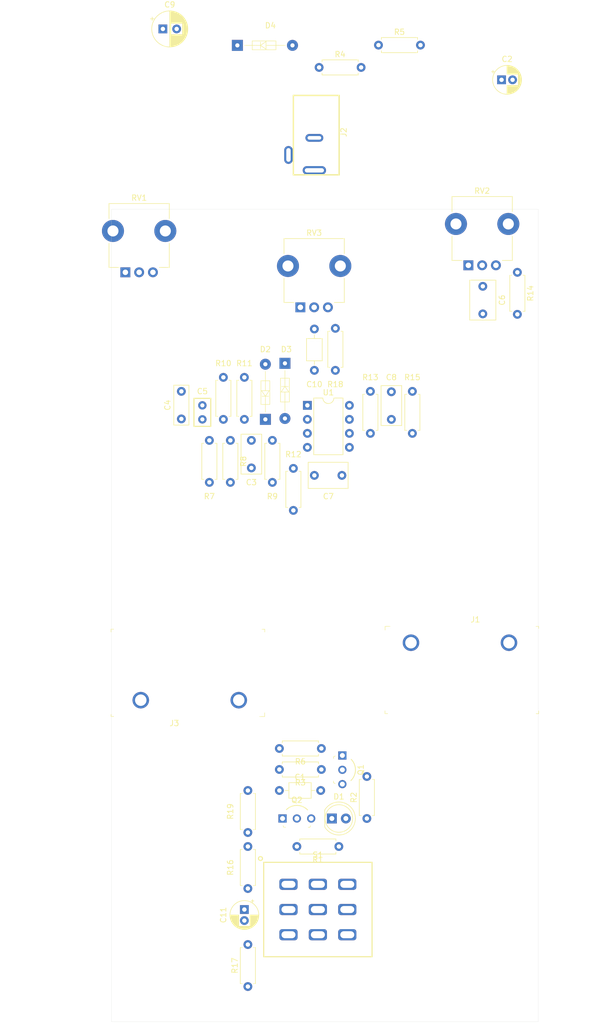
<source format=kicad_pcb>
(kicad_pcb (version 20171130) (host pcbnew "(5.1.2)-2")

  (general
    (thickness 1.6)
    (drawings 12)
    (tracks 0)
    (zones 0)
    (modules 44)
    (nets 31)
  )

  (page A4)
  (title_block
    (title "TS808 Clone")
    (date 2019-11-10)
    (rev v01)
  )

  (layers
    (0 F.Cu signal)
    (31 B.Cu signal)
    (32 B.Adhes user)
    (33 F.Adhes user)
    (34 B.Paste user)
    (35 F.Paste user)
    (36 B.SilkS user)
    (37 F.SilkS user)
    (38 B.Mask user)
    (39 F.Mask user)
    (40 Dwgs.User user)
    (41 Cmts.User user)
    (42 Eco1.User user)
    (43 Eco2.User user)
    (44 Edge.Cuts user)
    (45 Margin user)
    (46 B.CrtYd user)
    (47 F.CrtYd user)
    (48 B.Fab user)
    (49 F.Fab user)
  )

  (setup
    (last_trace_width 0.254)
    (user_trace_width 0.254)
    (trace_clearance 0.2032)
    (zone_clearance 0.508)
    (zone_45_only no)
    (trace_min 0.2032)
    (via_size 0.8)
    (via_drill 0.4)
    (via_min_size 0.508)
    (via_min_drill 0.254)
    (uvia_size 0.3)
    (uvia_drill 0.1)
    (uvias_allowed no)
    (uvia_min_size 0.2)
    (uvia_min_drill 0.1)
    (edge_width 0.05)
    (segment_width 0.2)
    (pcb_text_width 0.3)
    (pcb_text_size 1.5 1.5)
    (mod_edge_width 0.12)
    (mod_text_size 1 1)
    (mod_text_width 0.15)
    (pad_size 1.6 1.6)
    (pad_drill 0.8)
    (pad_to_mask_clearance 0.0508)
    (solder_mask_min_width 0.1016)
    (aux_axis_origin 83.25 167.02)
    (grid_origin 95.25 160.02)
    (visible_elements 7FFFFFFF)
    (pcbplotparams
      (layerselection 0x010fc_ffffffff)
      (usegerberextensions false)
      (usegerberattributes false)
      (usegerberadvancedattributes false)
      (creategerberjobfile false)
      (excludeedgelayer true)
      (linewidth 0.100000)
      (plotframeref false)
      (viasonmask false)
      (mode 1)
      (useauxorigin false)
      (hpglpennumber 1)
      (hpglpenspeed 20)
      (hpglpendiameter 15.000000)
      (psnegative false)
      (psa4output false)
      (plotreference true)
      (plotvalue true)
      (plotinvisibletext false)
      (padsonsilk false)
      (subtractmaskfromsilk false)
      (outputformat 1)
      (mirror false)
      (drillshape 1)
      (scaleselection 1)
      (outputdirectory ""))
  )

  (net 0 "")
  (net 1 "Net-(C1-Pad2)")
  (net 2 "Net-(C1-Pad1)")
  (net 3 GNDREF)
  (net 4 "Net-(C2-Pad1)")
  (net 5 "Net-(C3-Pad2)")
  (net 6 "Net-(C3-Pad1)")
  (net 7 "Net-(C4-Pad1)")
  (net 8 "Net-(C4-Pad2)")
  (net 9 "Net-(C5-Pad1)")
  (net 10 "Net-(C6-Pad1)")
  (net 11 "Net-(C6-Pad2)")
  (net 12 "Net-(C7-Pad2)")
  (net 13 "Net-(C8-Pad1)")
  (net 14 "Net-(C8-Pad2)")
  (net 15 VS)
  (net 16 "Net-(C10-Pad1)")
  (net 17 "Net-(C10-Pad2)")
  (net 18 "Net-(C11-Pad1)")
  (net 19 "Net-(C11-Pad2)")
  (net 20 "Net-(D1-Pad1)")
  (net 21 "Net-(D1-Pad2)")
  (net 22 "Net-(J1-PadT)")
  (net 23 "Net-(J3-PadT)")
  (net 24 "Net-(Q1-Pad2)")
  (net 25 "Net-(Q2-Pad1)")
  (net 26 "Net-(R10-Pad2)")
  (net 27 "Net-(R13-Pad2)")
  (net 28 "Net-(R15-Pad1)")
  (net 29 "Net-(S1-Pad3)")
  (net 30 "Net-(RV1-Pad3)")

  (net_class Default "This is the default net class."
    (clearance 0.2032)
    (trace_width 0.762)
    (via_dia 0.8)
    (via_drill 0.4)
    (uvia_dia 0.3)
    (uvia_drill 0.1)
    (diff_pair_width 0.254)
    (diff_pair_gap 0.25)
    (add_net GNDREF)
    (add_net "Net-(C1-Pad1)")
    (add_net "Net-(C1-Pad2)")
    (add_net "Net-(C10-Pad1)")
    (add_net "Net-(C10-Pad2)")
    (add_net "Net-(C11-Pad1)")
    (add_net "Net-(C11-Pad2)")
    (add_net "Net-(C2-Pad1)")
    (add_net "Net-(C3-Pad1)")
    (add_net "Net-(C3-Pad2)")
    (add_net "Net-(C4-Pad1)")
    (add_net "Net-(C4-Pad2)")
    (add_net "Net-(C5-Pad1)")
    (add_net "Net-(C6-Pad1)")
    (add_net "Net-(C6-Pad2)")
    (add_net "Net-(C7-Pad2)")
    (add_net "Net-(C8-Pad1)")
    (add_net "Net-(C8-Pad2)")
    (add_net "Net-(D1-Pad1)")
    (add_net "Net-(D1-Pad2)")
    (add_net "Net-(J1-PadT)")
    (add_net "Net-(J3-PadT)")
    (add_net "Net-(Q1-Pad2)")
    (add_net "Net-(Q2-Pad1)")
    (add_net "Net-(R10-Pad2)")
    (add_net "Net-(R13-Pad2)")
    (add_net "Net-(R15-Pad1)")
    (add_net "Net-(RV1-Pad3)")
    (add_net "Net-(S1-Pad3)")
    (add_net VS)
  )

  (module digikey-footprints:TO-92-3_Formed_Leads (layer F.Cu) (tedit 5AF4B307) (tstamp 5DCEFED6)
    (at 121.225 132.08)
    (descr http://www.ti.com/lit/ds/symlink/tl431a.pdf)
    (path /5D472C75)
    (fp_text reference Q2 (at 2.6 -3.35) (layer F.SilkS)
      (effects (font (size 1 1) (thickness 0.15)))
    )
    (fp_text value 2N4401-AP (at 2.6 2.5) (layer F.Fab)
      (effects (font (size 1 1) (thickness 0.15)))
    )
    (fp_text user %R (at 2.6 -1.25 180) (layer F.Fab)
      (effects (font (size 0.75 0.75) (thickness 0.15)))
    )
    (fp_line (start 0.25 1.6) (end 0.1 1.3) (layer F.SilkS) (width 0.1))
    (fp_line (start 0.55 1.6) (end 0.25 1.6) (layer F.SilkS) (width 0.1))
    (fp_line (start 4.95 1.6) (end 4.65 1.6) (layer F.SilkS) (width 0.1))
    (fp_line (start 4.95 1.6) (end 5.1 1.3) (layer F.SilkS) (width 0.1))
    (fp_line (start 6.2 1.75) (end 6.2 -2.5) (layer F.CrtYd) (width 0.05))
    (fp_line (start -1 1.75) (end -1 -2.5) (layer F.CrtYd) (width 0.05))
    (fp_line (start -1 1.7) (end 6.2 1.7) (layer F.CrtYd) (width 0.05))
    (fp_line (start -1 -2.5) (end 6.2 -2.5) (layer F.CrtYd) (width 0.05))
    (fp_arc (start 2.6 0.3) (end 2.6 -2.3) (angle 90) (layer F.Fab) (width 0.15))
    (fp_arc (start 2.6 0.3) (end 0 0.3) (angle 90) (layer F.Fab) (width 0.15))
    (fp_arc (start 2.6 0.3) (end 3.8 -2) (angle 90) (layer F.Fab) (width 0.15))
    (fp_arc (start 2.6 0.3) (end 0.3 1.5) (angle 90) (layer F.Fab) (width 0.15))
    (fp_line (start 4.9 1.5) (end 0.3 1.5) (layer F.Fab) (width 0.15))
    (fp_arc (start 2.6 0.35) (end 0.7 -1.6) (angle 90) (layer F.SilkS) (width 0.15))
    (pad 1 thru_hole rect (at 0 0 180) (size 1.5 1.5) (drill 0.9) (layers *.Cu *.Mask)
      (net 25 "Net-(Q2-Pad1)"))
    (pad 3 thru_hole circle (at 5.2 0 180) (size 1.5 1.5) (drill 0.9) (layers *.Cu *.Mask)
      (net 15 VS))
    (pad 2 thru_hole circle (at 2.6 0 180) (size 1.5 1.5) (drill 0.9) (layers *.Cu *.Mask)
      (net 17 "Net-(C10-Pad2)"))
  )

  (module digikey-footprints:TO-92-3_Formed_Leads (layer F.Cu) (tedit 5AF4B307) (tstamp 5DCEFF15)
    (at 132.08 120.65 270)
    (descr http://www.ti.com/lit/ds/symlink/tl431a.pdf)
    (path /5D4A5B8B)
    (fp_text reference Q1 (at 2.6 -3.35 90) (layer F.SilkS)
      (effects (font (size 1 1) (thickness 0.15)))
    )
    (fp_text value 2N4401-AP (at 2.6 2.5 90) (layer F.Fab)
      (effects (font (size 1 1) (thickness 0.15)))
    )
    (fp_arc (start 2.6 0.35) (end 0.7 -1.6) (angle 90) (layer F.SilkS) (width 0.15))
    (fp_line (start 4.9 1.5) (end 0.3 1.5) (layer F.Fab) (width 0.15))
    (fp_arc (start 2.6 0.3) (end 0.3 1.5) (angle 90) (layer F.Fab) (width 0.15))
    (fp_arc (start 2.6 0.3) (end 3.8 -2) (angle 90) (layer F.Fab) (width 0.15))
    (fp_arc (start 2.6 0.3) (end 0 0.3) (angle 90) (layer F.Fab) (width 0.15))
    (fp_arc (start 2.6 0.3) (end 2.6 -2.3) (angle 90) (layer F.Fab) (width 0.15))
    (fp_line (start -1 -2.5) (end 6.2 -2.5) (layer F.CrtYd) (width 0.05))
    (fp_line (start -1 1.7) (end 6.2 1.7) (layer F.CrtYd) (width 0.05))
    (fp_line (start -1 1.75) (end -1 -2.5) (layer F.CrtYd) (width 0.05))
    (fp_line (start 6.2 1.75) (end 6.2 -2.5) (layer F.CrtYd) (width 0.05))
    (fp_line (start 4.95 1.6) (end 5.1 1.3) (layer F.SilkS) (width 0.1))
    (fp_line (start 4.95 1.6) (end 4.65 1.6) (layer F.SilkS) (width 0.1))
    (fp_line (start 0.55 1.6) (end 0.25 1.6) (layer F.SilkS) (width 0.1))
    (fp_line (start 0.25 1.6) (end 0.1 1.3) (layer F.SilkS) (width 0.1))
    (fp_text user %R (at 2.6 -1.25 270) (layer F.Fab)
      (effects (font (size 0.75 0.75) (thickness 0.15)))
    )
    (pad 2 thru_hole circle (at 2.6 0 90) (size 1.5 1.5) (drill 0.9) (layers *.Cu *.Mask)
      (net 24 "Net-(Q1-Pad2)"))
    (pad 3 thru_hole circle (at 5.2 0 90) (size 1.5 1.5) (drill 0.9) (layers *.Cu *.Mask)
      (net 15 VS))
    (pad 1 thru_hole rect (at 0 0 90) (size 1.5 1.5) (drill 0.9) (layers *.Cu *.Mask)
      (net 5 "Net-(C3-Pad2)"))
  )

  (module digikey-footprints:Diode_DO-35_P10mm (layer F.Cu) (tedit 5A466F52) (tstamp 5DCEC6F0)
    (at 113.03 -8.14)
    (path /5D46A900)
    (fp_text reference D4 (at 6 -3.6) (layer F.SilkS)
      (effects (font (size 1 1) (thickness 0.15)))
    )
    (fp_text value 1N4148 (at 6 3.6) (layer F.Fab)
      (effects (font (size 1 1) (thickness 0.15)))
    )
    (fp_line (start 7 -0.8) (end 7 0) (layer F.SilkS) (width 0.1))
    (fp_line (start 2.7 -0.8) (end 7 -0.8) (layer F.SilkS) (width 0.1))
    (fp_line (start 2.7 0) (end 2.7 -0.8) (layer F.SilkS) (width 0.1))
    (fp_line (start 1.3 0) (end 2.7 0) (layer F.SilkS) (width 0.1))
    (fp_line (start 7 0.8) (end 7 0) (layer F.SilkS) (width 0.1))
    (fp_line (start 2.7 0.8) (end 7 0.8) (layer F.SilkS) (width 0.1))
    (fp_line (start 2.7 0) (end 2.7 0.8) (layer F.SilkS) (width 0.1))
    (fp_line (start 8.7 0) (end 7 0) (layer F.SilkS) (width 0.1))
    (fp_line (start -1.25 -1.25) (end -1.25 1.25) (layer F.CrtYd) (width 0.05))
    (fp_line (start 11.25 -1.25) (end -1.25 -1.25) (layer F.CrtYd) (width 0.05))
    (fp_line (start 11.25 -1.25) (end 11.25 1.25) (layer F.CrtYd) (width 0.05))
    (fp_line (start 11.25 1.25) (end -1.25 1.25) (layer F.CrtYd) (width 0.05))
    (fp_text user %R (at 4.83 0.02) (layer F.Fab)
      (effects (font (size 1 1) (thickness 0.15)))
    )
    (fp_line (start 3.5 0) (end 2.7 0) (layer F.SilkS) (width 0.1))
    (fp_line (start 4.2 0) (end 5.2 -0.7) (layer F.SilkS) (width 0.1))
    (fp_line (start 5.2 0.7) (end 4.2 0) (layer F.SilkS) (width 0.1))
    (fp_line (start 5.2 -0.7) (end 5.2 0.7) (layer F.SilkS) (width 0.1))
    (fp_line (start 7 0) (end 5.2 0) (layer F.SilkS) (width 0.1))
    (fp_line (start 4.2 0) (end 3.5 0) (layer F.SilkS) (width 0.1))
    (fp_line (start 4.2 0) (end 4.2 -0.6) (layer F.SilkS) (width 0.1))
    (fp_line (start 4.2 0) (end 4.2 0.6) (layer F.SilkS) (width 0.1))
    (pad 2 thru_hole circle (at 10 0) (size 2 2) (drill 0.76) (layers *.Cu *.Mask)
      (net 3 GNDREF))
    (pad 1 thru_hole rect (at 0 0) (size 2 2) (drill 0.76) (layers *.Cu *.Mask)
      (net 15 VS))
  )

  (module digikey-footprints:Diode_DO-35_P10mm (layer F.Cu) (tedit 5A466F52) (tstamp 5DCEC6D5)
    (at 121.66 49.53 270)
    (path /5D46D50E)
    (fp_text reference D3 (at -2.54 -0.26 180) (layer F.SilkS)
      (effects (font (size 1 1) (thickness 0.15)))
    )
    (fp_text value 1N4148 (at 6 1.01 90) (layer F.Fab)
      (effects (font (size 1 1) (thickness 0.15)))
    )
    (fp_line (start 7 -0.8) (end 7 0) (layer F.SilkS) (width 0.1))
    (fp_line (start 2.7 -0.8) (end 7 -0.8) (layer F.SilkS) (width 0.1))
    (fp_line (start 2.7 0) (end 2.7 -0.8) (layer F.SilkS) (width 0.1))
    (fp_line (start 1.3 0) (end 2.7 0) (layer F.SilkS) (width 0.1))
    (fp_line (start 7 0.8) (end 7 0) (layer F.SilkS) (width 0.1))
    (fp_line (start 2.7 0.8) (end 7 0.8) (layer F.SilkS) (width 0.1))
    (fp_line (start 2.7 0) (end 2.7 0.8) (layer F.SilkS) (width 0.1))
    (fp_line (start 8.7 0) (end 7 0) (layer F.SilkS) (width 0.1))
    (fp_line (start -1.25 -1.25) (end -1.25 1.25) (layer F.CrtYd) (width 0.05))
    (fp_line (start 11.25 -1.25) (end -1.25 -1.25) (layer F.CrtYd) (width 0.05))
    (fp_line (start 11.25 -1.25) (end 11.25 1.25) (layer F.CrtYd) (width 0.05))
    (fp_line (start 11.25 1.25) (end -1.25 1.25) (layer F.CrtYd) (width 0.05))
    (fp_text user %R (at 4.83 0.02 90) (layer F.Fab)
      (effects (font (size 1 1) (thickness 0.15)))
    )
    (fp_line (start 3.5 0) (end 2.7 0) (layer F.SilkS) (width 0.1))
    (fp_line (start 4.2 0) (end 5.2 -0.7) (layer F.SilkS) (width 0.1))
    (fp_line (start 5.2 0.7) (end 4.2 0) (layer F.SilkS) (width 0.1))
    (fp_line (start 5.2 -0.7) (end 5.2 0.7) (layer F.SilkS) (width 0.1))
    (fp_line (start 7 0) (end 5.2 0) (layer F.SilkS) (width 0.1))
    (fp_line (start 4.2 0) (end 3.5 0) (layer F.SilkS) (width 0.1))
    (fp_line (start 4.2 0) (end 4.2 -0.6) (layer F.SilkS) (width 0.1))
    (fp_line (start 4.2 0) (end 4.2 0.6) (layer F.SilkS) (width 0.1))
    (pad 2 thru_hole circle (at 10 0 270) (size 2 2) (drill 0.76) (layers *.Cu *.Mask)
      (net 7 "Net-(C4-Pad1)"))
    (pad 1 thru_hole rect (at 0 0 270) (size 2 2) (drill 0.76) (layers *.Cu *.Mask)
      (net 9 "Net-(C5-Pad1)"))
  )

  (module digikey-footprints:Diode_DO-35_P10mm (layer F.Cu) (tedit 5A466F52) (tstamp 5DCEC6BA)
    (at 118.11 59.69 90)
    (path /5D470632)
    (fp_text reference D2 (at 12.7 0 180) (layer F.SilkS)
      (effects (font (size 1 1) (thickness 0.15)))
    )
    (fp_text value 1N4148 (at 6 -1.27 90) (layer F.Fab)
      (effects (font (size 1 1) (thickness 0.15)))
    )
    (fp_line (start 7 -0.8) (end 7 0) (layer F.SilkS) (width 0.1))
    (fp_line (start 2.7 -0.8) (end 7 -0.8) (layer F.SilkS) (width 0.1))
    (fp_line (start 2.7 0) (end 2.7 -0.8) (layer F.SilkS) (width 0.1))
    (fp_line (start 1.3 0) (end 2.7 0) (layer F.SilkS) (width 0.1))
    (fp_line (start 7 0.8) (end 7 0) (layer F.SilkS) (width 0.1))
    (fp_line (start 2.7 0.8) (end 7 0.8) (layer F.SilkS) (width 0.1))
    (fp_line (start 2.7 0) (end 2.7 0.8) (layer F.SilkS) (width 0.1))
    (fp_line (start 8.7 0) (end 7 0) (layer F.SilkS) (width 0.1))
    (fp_line (start -1.25 -1.25) (end -1.25 1.25) (layer F.CrtYd) (width 0.05))
    (fp_line (start 11.25 -1.25) (end -1.25 -1.25) (layer F.CrtYd) (width 0.05))
    (fp_line (start 11.25 -1.25) (end 11.25 1.25) (layer F.CrtYd) (width 0.05))
    (fp_line (start 11.25 1.25) (end -1.25 1.25) (layer F.CrtYd) (width 0.05))
    (fp_text user %R (at 4.83 0.02 90) (layer F.Fab)
      (effects (font (size 1 1) (thickness 0.15)))
    )
    (fp_line (start 3.5 0) (end 2.7 0) (layer F.SilkS) (width 0.1))
    (fp_line (start 4.2 0) (end 5.2 -0.7) (layer F.SilkS) (width 0.1))
    (fp_line (start 5.2 0.7) (end 4.2 0) (layer F.SilkS) (width 0.1))
    (fp_line (start 5.2 -0.7) (end 5.2 0.7) (layer F.SilkS) (width 0.1))
    (fp_line (start 7 0) (end 5.2 0) (layer F.SilkS) (width 0.1))
    (fp_line (start 4.2 0) (end 3.5 0) (layer F.SilkS) (width 0.1))
    (fp_line (start 4.2 0) (end 4.2 -0.6) (layer F.SilkS) (width 0.1))
    (fp_line (start 4.2 0) (end 4.2 0.6) (layer F.SilkS) (width 0.1))
    (pad 2 thru_hole circle (at 10 0 90) (size 2 2) (drill 0.76) (layers *.Cu *.Mask)
      (net 9 "Net-(C5-Pad1)"))
    (pad 1 thru_hole rect (at 0 0 90) (size 2 2) (drill 0.76) (layers *.Cu *.Mask)
      (net 7 "Net-(C4-Pad1)"))
  )

  (module TS808-Clone:Switch_3P3T_Footswitch_PC_THT (layer F.Cu) (tedit 5DC8C6ED) (tstamp 5DCEA79B)
    (at 127.635 148.59)
    (path /5D5604AD)
    (fp_text reference S1 (at 0 -9.906) (layer F.SilkS)
      (effects (font (size 1 1) (thickness 0.15)))
    )
    (fp_text value Switch.3PDT.1 (at 0 10.414) (layer F.Fab)
      (effects (font (size 1 1) (thickness 0.15)))
    )
    (fp_circle (center -10.414 -9.24921) (end -10.05479 -9.24921) (layer F.SilkS) (width 0.2032))
    (fp_line (start -9.8298 8.5598) (end 9.8298 8.5598) (layer F.SilkS) (width 0.2032))
    (fp_line (start -9.8298 8.5598) (end -9.8298 -8.5598) (layer F.SilkS) (width 0.2032))
    (fp_line (start -9.8298 -8.5598) (end 9.8298 -8.5598) (layer F.SilkS) (width 0.2032))
    (fp_line (start 9.8298 8.5598) (end 9.8298 -8.5598) (layer F.SilkS) (width 0.2032))
    (fp_line (start 9.8298 8.5598) (end 9.8298 -8.5598) (layer F.Fab) (width 0.12))
    (fp_line (start -9.8298 8.5598) (end -9.8298 -8.5598) (layer F.Fab) (width 0.12))
    (fp_line (start -9.8298 8.5598) (end 9.8298 8.5598) (layer F.Fab) (width 0.12))
    (fp_line (start -9.8298 -8.5598) (end 9.8298 -8.5598) (layer F.Fab) (width 0.12))
    (pad 9 thru_hole roundrect (at 5.334 4.572) (size 3.302 2.032) (drill oval 2.54 1.27) (layers *.Cu *.Mask) (roundrect_rratio 0.25)
      (net 22 "Net-(J1-PadT)"))
    (pad 8 thru_hole roundrect (at 0 4.572) (size 3.302 2.032) (drill oval 2.54 1.27) (layers *.Cu *.Mask) (roundrect_rratio 0.25)
      (net 23 "Net-(J3-PadT)"))
    (pad 7 thru_hole roundrect (at -5.334 4.572) (size 3.302 2.032) (drill oval 2.54 1.27) (layers *.Cu *.Mask) (roundrect_rratio 0.25)
      (net 19 "Net-(C11-Pad2)"))
    (pad 3 thru_hole roundrect (at 5.334 -4.572) (size 3.302 2.032) (drill oval 2.54 1.27) (layers *.Cu *.Mask) (roundrect_rratio 0.25)
      (net 29 "Net-(S1-Pad3)"))
    (pad 2 thru_hole roundrect (at 0 -4.572) (size 3.302 2.032) (drill oval 2.54 1.27) (layers *.Cu *.Mask) (roundrect_rratio 0.25)
      (net 1 "Net-(C1-Pad2)"))
    (pad 1 thru_hole roundrect (at -5.334 -4.572) (size 3.302 2.032) (drill oval 2.54 1.27) (layers *.Cu *.Mask) (roundrect_rratio 0.25)
      (net 22 "Net-(J1-PadT)"))
    (pad 4 thru_hole roundrect (at -5.334 0) (size 3.302 2.032) (drill oval 2.54 1.27) (layers *.Cu *.Mask) (roundrect_rratio 0.25)
      (net 20 "Net-(D1-Pad1)"))
    (pad 6 thru_hole roundrect (at 5.334 0) (size 3.302 2.032) (drill oval 2.54 1.27) (layers *.Cu *.Mask) (roundrect_rratio 0.25)
      (net 29 "Net-(S1-Pad3)"))
    (pad 5 thru_hole roundrect (at 0 0) (size 3.302 2.032) (drill oval 2.54 1.27) (layers *.Cu *.Mask) (roundrect_rratio 0.25)
      (net 3 GNDREF))
  )

  (module TS808-Clone:Headphone_Jack_6.35mm_RA49B11 (layer F.Cu) (tedit 5DC8C340) (tstamp 5DCEA363)
    (at 101.6 105.41 180)
    (path /5D5227A5)
    (fp_text reference J3 (at 0 -9.398) (layer F.SilkS)
      (effects (font (size 1 1) (thickness 0.15)))
    )
    (fp_text value AudioJack2 (at 0 9.398) (layer F.Fab)
      (effects (font (size 1 1) (thickness 0.15)))
    )
    (fp_line (start 11.0067 -8.17138) (end 11.4817 -8.17138) (layer F.SilkS) (width 0.1))
    (fp_line (start 18.146 -8.354) (end 18.146 7.846) (layer F.CrtYd) (width 0.05))
    (fp_line (start -16.404 7.646) (end -16.404 7.146) (layer F.SilkS) (width 0.1))
    (fp_line (start -16.264 -8.064) (end -16.264 7.556) (layer F.Fab) (width 0.1))
    (fp_line (start 11.376 -8.064) (end 11.376 7.556) (layer F.Fab) (width 0.1))
    (fp_line (start -16.404 7.646) (end -15.904 7.646) (layer F.SilkS) (width 0.1))
    (fp_line (start -16.554 -8.354) (end -16.554 7.846) (layer F.CrtYd) (width 0.05))
    (fp_line (start 18.146 7.846) (end -16.554 7.846) (layer F.CrtYd) (width 0.05))
    (fp_line (start 11.4817 -8.17138) (end 11.4817 -7.79638) (layer F.SilkS) (width 0.1))
    (fp_line (start -16.379 -8.179) (end -16.379 -7.504) (layer F.SilkS) (width 0.1))
    (fp_line (start 11.49186 7.1583) (end 11.49186 7.6583) (layer F.SilkS) (width 0.1))
    (fp_line (start -15.479 -8.179) (end -16.379 -8.179) (layer F.SilkS) (width 0.1))
    (fp_line (start -16.264 -8.064) (end 17.826 -8.064) (layer F.Fab) (width 0.1))
    (fp_line (start -16.554 -8.354) (end 18.146 -8.354) (layer F.CrtYd) (width 0.05))
    (fp_line (start 11.49186 7.6583) (end 11.01686 7.6583) (layer F.SilkS) (width 0.1))
    (fp_line (start -16.264 7.556) (end 17.826 7.556) (layer F.Fab) (width 0.1))
    (fp_line (start 17.826 -8.064) (end 17.826 7.556) (layer F.Fab) (width 0.1))
    (fp_text user %R (at 0.471 -0.129) (layer F.Fab)
      (effects (font (size 1 1) (thickness 0.15)))
    )
    (pad T thru_hole circle (at -11.684 -5.209 180) (size 3 3) (drill 2.08) (layers *.Cu *.Mask)
      (net 23 "Net-(J3-PadT)"))
    (pad S thru_hole circle (at 6.096 -5.209 180) (size 3 3) (drill 2.08) (layers *.Cu *.Mask)
      (net 3 GNDREF))
    (pad "" np_thru_hole circle (at -6.604 -0.254 180) (size 3.25 3.25) (drill 3.25) (layers *.Cu *.Mask))
  )

  (module TS808-Clone:BarrelJack_Horiz_55X21_THT (layer F.Cu) (tedit 5DC8D24B) (tstamp 5DCEA34A)
    (at 127 7.62 270)
    (path /5D510539)
    (fp_text reference J2 (at 0 -5.334 90) (layer F.SilkS)
      (effects (font (size 1 1) (thickness 0.15)))
    )
    (fp_text value Barrel_Jack (at 0 6.604 90) (layer F.Fab)
      (effects (font (size 1 1) (thickness 0.15)))
    )
    (fp_line (start -6.6802 -4.4958) (end 7.7216 -4.4958) (layer F.SilkS) (width 0.254))
    (fp_line (start -6.6802 3.81) (end 7.7216 3.81) (layer F.SilkS) (width 0.254))
    (fp_line (start 7.7216 -4.4958) (end 7.7216 3.81) (layer F.SilkS) (width 0.254))
    (fp_line (start -6.6802 -4.4958) (end -6.6802 3.81) (layer F.SilkS) (width 0.254))
    (fp_line (start -6.6802 -4.4958) (end -6.6802 4.4958) (layer F.Fab) (width 0.1016))
    (fp_line (start -6.6802 4.4958) (end 7.7216 4.4958) (layer F.Fab) (width 0.1016))
    (fp_line (start 7.7216 -4.4958) (end 7.7216 4.4958) (layer F.Fab) (width 0.1016))
    (fp_line (start -6.6802 -4.4958) (end 7.7216 -4.4958) (layer F.Fab) (width 0.1016))
    (pad 3 thru_hole oval (at 4.1148 4.699) (size 1.5494 3.2512) (drill oval 0.7874 2.4892) (layers *.Cu *.Mask))
    (pad 2 thru_hole oval (at 1.016 0 270) (size 1.4224 3.2512) (drill oval 0.6604 2.4892) (layers *.Cu *.Mask)
      (net 15 VS))
    (pad 1 thru_hole oval (at 6.9088 0 270) (size 1.5494 4.2418) (drill oval 0.7874 3.4798) (layers *.Cu *.Mask)
      (net 3 GNDREF))
  )

  (module TS808-Clone:Headphone_Jack_6.35mm_RA49B11 (layer F.Cu) (tedit 5DC8C340) (tstamp 5DCEA33B)
    (at 156.21 105.41)
    (path /5D515560)
    (fp_text reference J1 (at 0 -9.398) (layer F.SilkS)
      (effects (font (size 1 1) (thickness 0.15)))
    )
    (fp_text value AudioJack2 (at 0 9.398) (layer F.Fab)
      (effects (font (size 1 1) (thickness 0.15)))
    )
    (fp_line (start 11.0067 -8.17138) (end 11.4817 -8.17138) (layer F.SilkS) (width 0.1))
    (fp_line (start 18.146 -8.354) (end 18.146 7.846) (layer F.CrtYd) (width 0.05))
    (fp_line (start -16.404 7.646) (end -16.404 7.146) (layer F.SilkS) (width 0.1))
    (fp_line (start -16.264 -8.064) (end -16.264 7.556) (layer F.Fab) (width 0.1))
    (fp_line (start 11.376 -8.064) (end 11.376 7.556) (layer F.Fab) (width 0.1))
    (fp_line (start -16.404 7.646) (end -15.904 7.646) (layer F.SilkS) (width 0.1))
    (fp_line (start -16.554 -8.354) (end -16.554 7.846) (layer F.CrtYd) (width 0.05))
    (fp_line (start 18.146 7.846) (end -16.554 7.846) (layer F.CrtYd) (width 0.05))
    (fp_line (start 11.4817 -8.17138) (end 11.4817 -7.79638) (layer F.SilkS) (width 0.1))
    (fp_line (start -16.379 -8.179) (end -16.379 -7.504) (layer F.SilkS) (width 0.1))
    (fp_line (start 11.49186 7.1583) (end 11.49186 7.6583) (layer F.SilkS) (width 0.1))
    (fp_line (start -15.479 -8.179) (end -16.379 -8.179) (layer F.SilkS) (width 0.1))
    (fp_line (start -16.264 -8.064) (end 17.826 -8.064) (layer F.Fab) (width 0.1))
    (fp_line (start -16.554 -8.354) (end 18.146 -8.354) (layer F.CrtYd) (width 0.05))
    (fp_line (start 11.49186 7.6583) (end 11.01686 7.6583) (layer F.SilkS) (width 0.1))
    (fp_line (start -16.264 7.556) (end 17.826 7.556) (layer F.Fab) (width 0.1))
    (fp_line (start 17.826 -8.064) (end 17.826 7.556) (layer F.Fab) (width 0.1))
    (fp_text user %R (at 0.471 -0.129) (layer F.Fab)
      (effects (font (size 1 1) (thickness 0.15)))
    )
    (pad T thru_hole circle (at -11.684 -5.209) (size 3 3) (drill 2.08) (layers *.Cu *.Mask)
      (net 22 "Net-(J1-PadT)"))
    (pad S thru_hole circle (at 6.096 -5.209) (size 3 3) (drill 2.08) (layers *.Cu *.Mask)
      (net 3 GNDREF))
    (pad "" np_thru_hole circle (at -6.604 -0.254) (size 3.25 3.25) (drill 3.25) (layers *.Cu *.Mask))
  )

  (module TS808-Clone:C_Rect_L5.0mm_W3.2mm_P2.50mm (layer F.Cu) (tedit 5DC8A0E2) (tstamp 5DCEA03E)
    (at 106.68 58.42 270)
    (path /5D491A14)
    (fp_text reference C5 (at -3.81 0 180) (layer F.SilkS)
      (effects (font (size 1 1) (thickness 0.15)))
    )
    (fp_text value 51pf (at 0 1.27 90) (layer F.Fab)
      (effects (font (size 1 1) (thickness 0.15)))
    )
    (fp_line (start -2.54 -1.524) (end -2.54 1.524) (layer F.SilkS) (width 0.2032))
    (fp_line (start -2.54 -1.524) (end 2.54 -1.524) (layer F.SilkS) (width 0.2032))
    (fp_line (start -2.54 1.524) (end 2.54 1.524) (layer F.SilkS) (width 0.2032))
    (fp_line (start 2.54 -1.524) (end 2.54 1.524) (layer F.SilkS) (width 0.2032))
    (fp_line (start 2.54 -1.524) (end 2.54 1.524) (layer F.Fab) (width 0.1016))
    (fp_line (start -2.54 -1.524) (end -2.54 1.524) (layer F.Fab) (width 0.1016))
    (fp_line (start -2.54 -1.524) (end 2.54 -1.524) (layer F.Fab) (width 0.1016))
    (fp_line (start -2.54 1.524) (end 2.54 1.524) (layer F.Fab) (width 0.1016))
    (pad 2 thru_hole circle (at 1.27 0 270) (size 1.524 1.524) (drill 0.762) (layers *.Cu *.Mask)
      (net 7 "Net-(C4-Pad1)"))
    (pad 1 thru_hole circle (at -1.27 0 270) (size 1.524 1.524) (drill 0.762) (layers *.Cu *.Mask)
      (net 9 "Net-(C5-Pad1)"))
  )

  (module Package_DIP:DIP-8_W7.62mm (layer F.Cu) (tedit 5DCDFE5E) (tstamp 5DCEAABD)
    (at 125.73 57.15)
    (descr "8-lead though-hole mounted DIP package, row spacing 7.62 mm (300 mils)")
    (tags "THT DIP DIL PDIP 2.54mm 7.62mm 300mil")
    (path /5D45E498)
    (fp_text reference U1 (at 3.81 -2.33) (layer F.SilkS)
      (effects (font (size 1 1) (thickness 0.15)))
    )
    (fp_text value RC4558 (at 3.81 9.95) (layer F.Fab)
      (effects (font (size 1 1) (thickness 0.15)))
    )
    (fp_text user %R (at 3.81 3.81) (layer F.Fab)
      (effects (font (size 1 1) (thickness 0.15)))
    )
    (fp_line (start 8.7 -1.55) (end -1.1 -1.55) (layer F.CrtYd) (width 0.05))
    (fp_line (start 8.7 9.15) (end 8.7 -1.55) (layer F.CrtYd) (width 0.05))
    (fp_line (start -1.1 9.15) (end 8.7 9.15) (layer F.CrtYd) (width 0.05))
    (fp_line (start -1.1 -1.55) (end -1.1 9.15) (layer F.CrtYd) (width 0.05))
    (fp_line (start 6.46 -1.33) (end 4.81 -1.33) (layer F.SilkS) (width 0.12))
    (fp_line (start 6.46 8.95) (end 6.46 -1.33) (layer F.SilkS) (width 0.12))
    (fp_line (start 1.16 8.95) (end 6.46 8.95) (layer F.SilkS) (width 0.12))
    (fp_line (start 1.16 -1.33) (end 1.16 8.95) (layer F.SilkS) (width 0.12))
    (fp_line (start 2.81 -1.33) (end 1.16 -1.33) (layer F.SilkS) (width 0.12))
    (fp_line (start 0.635 -0.27) (end 1.635 -1.27) (layer F.Fab) (width 0.1))
    (fp_line (start 0.635 8.89) (end 0.635 -0.27) (layer F.Fab) (width 0.1))
    (fp_line (start 6.985 8.89) (end 0.635 8.89) (layer F.Fab) (width 0.1))
    (fp_line (start 6.985 -1.27) (end 6.985 8.89) (layer F.Fab) (width 0.1))
    (fp_line (start 1.635 -1.27) (end 6.985 -1.27) (layer F.Fab) (width 0.1))
    (fp_arc (start 3.81 -1.33) (end 2.81 -1.33) (angle -180) (layer F.SilkS) (width 0.12))
    (pad 8 thru_hole oval (at 7.62 0) (size 1.6 1.6) (drill 0.8) (layers *.Cu *.Mask)
      (net 15 VS))
    (pad 4 thru_hole oval (at 0 7.62) (size 1.6 1.6) (drill 0.8) (layers *.Cu *.Mask)
      (net 3 GNDREF))
    (pad 7 thru_hole oval (at 7.62 2.54) (size 1.6 1.6) (drill 0.8) (layers *.Cu *.Mask)
      (net 13 "Net-(C8-Pad1)"))
    (pad 3 thru_hole oval (at 0 5.08) (size 1.6 1.6) (drill 0.8) (layers *.Cu *.Mask)
      (net 6 "Net-(C3-Pad1)"))
    (pad 6 thru_hole oval (at 7.62 5.08) (size 1.6 1.6) (drill 0.8) (layers *.Cu *.Mask)
      (net 27 "Net-(R13-Pad2)"))
    (pad 2 thru_hole oval (at 0 2.54) (size 1.6 1.6) (drill 0.8) (layers *.Cu *.Mask)
      (net 7 "Net-(C4-Pad1)"))
    (pad 5 thru_hole oval (at 7.62 7.62) (size 1.6 1.6) (drill 0.8) (layers *.Cu *.Mask)
      (net 12 "Net-(C7-Pad2)"))
    (pad 1 thru_hole rect (at 0 0) (size 1.6 1.6) (drill 0.8) (layers *.Cu *.Mask)
      (net 9 "Net-(C5-Pad1)"))
    (model ${KISYS3DMOD}/Package_DIP.3dshapes/DIP-8_W7.62mm.wrl
      (at (xyz 0 0 0))
      (scale (xyz 1 1 1))
      (rotate (xyz 0 0 0))
    )
  )

  (module Potentiometer_THT:Potentiometer_TT_P0915N (layer F.Cu) (tedit 5A873D33) (tstamp 5DCE3656)
    (at 124.46 39.37)
    (descr http://www.ttelectronics.com/sites/default/files/download-files/Datasheet_PanelPot_P09xSeries.pdf)
    (tags "potentiometer vertical TT P0915N single")
    (path /5D4B8D9D)
    (fp_text reference RV3 (at 2.5 -13.5) (layer F.SilkS)
      (effects (font (size 1 1) (thickness 0.15)))
    )
    (fp_text value "100k LOG" (at 2.5 2) (layer F.Fab)
      (effects (font (size 1 1) (thickness 0.15)))
    )
    (fp_line (start 7.97 -12.47) (end 7.97 -9.75) (layer F.SilkS) (width 0.12))
    (fp_line (start 7.97 -5.25) (end 7.97 -0.88) (layer F.SilkS) (width 0.12))
    (fp_line (start -2.97 -5.25) (end -2.97 -0.88) (layer F.SilkS) (width 0.12))
    (fp_line (start 9.5 -5.25) (end 9.5 -9.75) (layer F.CrtYd) (width 0.05))
    (fp_line (start 9.5 -5.25) (end 8.1 -5.25) (layer F.CrtYd) (width 0.05))
    (fp_line (start 9.5 -9.75) (end 8.1 -9.75) (layer F.CrtYd) (width 0.05))
    (fp_line (start 8.1 -9.75) (end 8.1 -12.6) (layer F.CrtYd) (width 0.05))
    (fp_line (start 8.1 -0.75) (end 8.1 -5.25) (layer F.CrtYd) (width 0.05))
    (fp_line (start -3.1 -5.25) (end -4.5 -5.25) (layer F.CrtYd) (width 0.05))
    (fp_line (start -3.1 -0.75) (end -3.1 -5.25) (layer F.CrtYd) (width 0.05))
    (fp_line (start -4.5 -5.25) (end -4.5 -9.75) (layer F.CrtYd) (width 0.05))
    (fp_line (start -3.1 -9.75) (end -4.5 -9.75) (layer F.CrtYd) (width 0.05))
    (fp_line (start 6.15 1.15) (end -1.15 1.15) (layer F.CrtYd) (width 0.05))
    (fp_line (start -1.15 1.15) (end -1.15 -0.75) (layer F.CrtYd) (width 0.05))
    (fp_line (start -1.15 -0.75) (end -3.1 -0.75) (layer F.CrtYd) (width 0.05))
    (fp_line (start 6.15 1.15) (end 6.15 -0.75) (layer F.CrtYd) (width 0.05))
    (fp_line (start -1.15 -0.88) (end -2.97 -0.88) (layer F.SilkS) (width 0.12))
    (fp_text user %R (at 2.5 -7.5) (layer F.Fab)
      (effects (font (size 1 1) (thickness 0.15)))
    )
    (fp_line (start 7.85 -12.35) (end 7.85 -1) (layer F.Fab) (width 0.1))
    (fp_line (start 7.85 -1) (end -2.85 -1) (layer F.Fab) (width 0.1))
    (fp_line (start -2.85 -1) (end -2.85 -12.35) (layer F.Fab) (width 0.1))
    (fp_line (start -2.85 -12.35) (end 7.85 -12.35) (layer F.Fab) (width 0.1))
    (fp_circle (center 2.5 -7.5) (end 5.5 -7.5) (layer F.Fab) (width 0.12))
    (fp_line (start 7.97 -12.47) (end -2.97 -12.47) (layer F.SilkS) (width 0.12))
    (fp_line (start -2.97 -12.47) (end -2.97 -9.75) (layer F.SilkS) (width 0.12))
    (fp_line (start 7.97 -0.88) (end 6.15 -0.88) (layer F.SilkS) (width 0.12))
    (fp_line (start -3.1 -12.6) (end 8.1 -12.6) (layer F.CrtYd) (width 0.05))
    (fp_line (start 8.1 -0.75) (end 6.15 -0.75) (layer F.CrtYd) (width 0.05))
    (fp_line (start -3.1 -9.75) (end -3.1 -12.6) (layer F.CrtYd) (width 0.05))
    (pad 1 thru_hole rect (at 0 0) (size 1.8 1.8) (drill 1) (layers *.Cu *.Mask)
      (net 28 "Net-(R15-Pad1)"))
    (pad 2 thru_hole circle (at 2.5 0) (size 1.8 1.8) (drill 1) (layers *.Cu *.Mask)
      (net 16 "Net-(C10-Pad1)"))
    (pad 3 thru_hole circle (at 5 0) (size 1.8 1.8) (drill 1) (layers *.Cu *.Mask)
      (net 4 "Net-(C2-Pad1)"))
    (pad "" thru_hole oval (at -2.25 -7.5) (size 4 4) (drill 2) (layers *.Cu *.Mask))
    (pad "" thru_hole oval (at 7.25 -7.5) (size 4 4) (drill 2) (layers *.Cu *.Mask))
    (model ${KISYS3DMOD}/Potentiometer_THT.3dshapes/Potentiometer_TT_P0915N.wrl
      (at (xyz 0 0 0))
      (scale (xyz 1 1 1))
      (rotate (xyz 0 0 0))
    )
  )

  (module Potentiometer_THT:Potentiometer_TT_P0915N (layer F.Cu) (tedit 5A873D33) (tstamp 5DCE3630)
    (at 154.94 31.75)
    (descr http://www.ttelectronics.com/sites/default/files/download-files/Datasheet_PanelPot_P09xSeries.pdf)
    (tags "potentiometer vertical TT P0915N single")
    (path /5D4B3695)
    (fp_text reference RV2 (at 2.5 -13.5) (layer F.SilkS)
      (effects (font (size 1 1) (thickness 0.15)))
    )
    (fp_text value "20k LIN" (at 2.5 2) (layer F.Fab)
      (effects (font (size 1 1) (thickness 0.15)))
    )
    (fp_line (start 7.97 -12.47) (end 7.97 -9.75) (layer F.SilkS) (width 0.12))
    (fp_line (start 7.97 -5.25) (end 7.97 -0.88) (layer F.SilkS) (width 0.12))
    (fp_line (start -2.97 -5.25) (end -2.97 -0.88) (layer F.SilkS) (width 0.12))
    (fp_line (start 9.5 -5.25) (end 9.5 -9.75) (layer F.CrtYd) (width 0.05))
    (fp_line (start 9.5 -5.25) (end 8.1 -5.25) (layer F.CrtYd) (width 0.05))
    (fp_line (start 9.5 -9.75) (end 8.1 -9.75) (layer F.CrtYd) (width 0.05))
    (fp_line (start 8.1 -9.75) (end 8.1 -12.6) (layer F.CrtYd) (width 0.05))
    (fp_line (start 8.1 -0.75) (end 8.1 -5.25) (layer F.CrtYd) (width 0.05))
    (fp_line (start -3.1 -5.25) (end -4.5 -5.25) (layer F.CrtYd) (width 0.05))
    (fp_line (start -3.1 -0.75) (end -3.1 -5.25) (layer F.CrtYd) (width 0.05))
    (fp_line (start -4.5 -5.25) (end -4.5 -9.75) (layer F.CrtYd) (width 0.05))
    (fp_line (start -3.1 -9.75) (end -4.5 -9.75) (layer F.CrtYd) (width 0.05))
    (fp_line (start 6.15 1.15) (end -1.15 1.15) (layer F.CrtYd) (width 0.05))
    (fp_line (start -1.15 1.15) (end -1.15 -0.75) (layer F.CrtYd) (width 0.05))
    (fp_line (start -1.15 -0.75) (end -3.1 -0.75) (layer F.CrtYd) (width 0.05))
    (fp_line (start 6.15 1.15) (end 6.15 -0.75) (layer F.CrtYd) (width 0.05))
    (fp_line (start -1.15 -0.88) (end -2.97 -0.88) (layer F.SilkS) (width 0.12))
    (fp_text user %R (at 2.5 -7.5) (layer F.Fab)
      (effects (font (size 1 1) (thickness 0.15)))
    )
    (fp_line (start 7.85 -12.35) (end 7.85 -1) (layer F.Fab) (width 0.1))
    (fp_line (start 7.85 -1) (end -2.85 -1) (layer F.Fab) (width 0.1))
    (fp_line (start -2.85 -1) (end -2.85 -12.35) (layer F.Fab) (width 0.1))
    (fp_line (start -2.85 -12.35) (end 7.85 -12.35) (layer F.Fab) (width 0.1))
    (fp_circle (center 2.5 -7.5) (end 5.5 -7.5) (layer F.Fab) (width 0.12))
    (fp_line (start 7.97 -12.47) (end -2.97 -12.47) (layer F.SilkS) (width 0.12))
    (fp_line (start -2.97 -12.47) (end -2.97 -9.75) (layer F.SilkS) (width 0.12))
    (fp_line (start 7.97 -0.88) (end 6.15 -0.88) (layer F.SilkS) (width 0.12))
    (fp_line (start -3.1 -12.6) (end 8.1 -12.6) (layer F.CrtYd) (width 0.05))
    (fp_line (start 8.1 -0.75) (end 6.15 -0.75) (layer F.CrtYd) (width 0.05))
    (fp_line (start -3.1 -9.75) (end -3.1 -12.6) (layer F.CrtYd) (width 0.05))
    (pad 1 thru_hole rect (at 0 0) (size 1.8 1.8) (drill 1) (layers *.Cu *.Mask)
      (net 27 "Net-(R13-Pad2)"))
    (pad 2 thru_hole circle (at 2.5 0) (size 1.8 1.8) (drill 1) (layers *.Cu *.Mask)
      (net 10 "Net-(C6-Pad1)"))
    (pad 3 thru_hole circle (at 5 0) (size 1.8 1.8) (drill 1) (layers *.Cu *.Mask)
      (net 12 "Net-(C7-Pad2)"))
    (pad "" thru_hole oval (at -2.25 -7.5) (size 4 4) (drill 2) (layers *.Cu *.Mask))
    (pad "" thru_hole oval (at 7.25 -7.5) (size 4 4) (drill 2) (layers *.Cu *.Mask))
    (model ${KISYS3DMOD}/Potentiometer_THT.3dshapes/Potentiometer_TT_P0915N.wrl
      (at (xyz 0 0 0))
      (scale (xyz 1 1 1))
      (rotate (xyz 0 0 0))
    )
  )

  (module Potentiometer_THT:Potentiometer_TT_P0915N (layer F.Cu) (tedit 5A873D33) (tstamp 5DCE360A)
    (at 92.71 33.02)
    (descr http://www.ttelectronics.com/sites/default/files/download-files/Datasheet_PanelPot_P09xSeries.pdf)
    (tags "potentiometer vertical TT P0915N single")
    (path /5D4B20EE)
    (fp_text reference RV1 (at 2.5 -13.5) (layer F.SilkS)
      (effects (font (size 1 1) (thickness 0.15)))
    )
    (fp_text value "500k LOG" (at 2.5 2) (layer F.Fab)
      (effects (font (size 1 1) (thickness 0.15)))
    )
    (fp_line (start 7.97 -12.47) (end 7.97 -9.75) (layer F.SilkS) (width 0.12))
    (fp_line (start 7.97 -5.25) (end 7.97 -0.88) (layer F.SilkS) (width 0.12))
    (fp_line (start -2.97 -5.25) (end -2.97 -0.88) (layer F.SilkS) (width 0.12))
    (fp_line (start 9.5 -5.25) (end 9.5 -9.75) (layer F.CrtYd) (width 0.05))
    (fp_line (start 9.5 -5.25) (end 8.1 -5.25) (layer F.CrtYd) (width 0.05))
    (fp_line (start 9.5 -9.75) (end 8.1 -9.75) (layer F.CrtYd) (width 0.05))
    (fp_line (start 8.1 -9.75) (end 8.1 -12.6) (layer F.CrtYd) (width 0.05))
    (fp_line (start 8.1 -0.75) (end 8.1 -5.25) (layer F.CrtYd) (width 0.05))
    (fp_line (start -3.1 -5.25) (end -4.5 -5.25) (layer F.CrtYd) (width 0.05))
    (fp_line (start -3.1 -0.75) (end -3.1 -5.25) (layer F.CrtYd) (width 0.05))
    (fp_line (start -4.5 -5.25) (end -4.5 -9.75) (layer F.CrtYd) (width 0.05))
    (fp_line (start -3.1 -9.75) (end -4.5 -9.75) (layer F.CrtYd) (width 0.05))
    (fp_line (start 6.15 1.15) (end -1.15 1.15) (layer F.CrtYd) (width 0.05))
    (fp_line (start -1.15 1.15) (end -1.15 -0.75) (layer F.CrtYd) (width 0.05))
    (fp_line (start -1.15 -0.75) (end -3.1 -0.75) (layer F.CrtYd) (width 0.05))
    (fp_line (start 6.15 1.15) (end 6.15 -0.75) (layer F.CrtYd) (width 0.05))
    (fp_line (start -1.15 -0.88) (end -2.97 -0.88) (layer F.SilkS) (width 0.12))
    (fp_text user %R (at 2.5 -7.5) (layer F.Fab)
      (effects (font (size 1 1) (thickness 0.15)))
    )
    (fp_line (start 7.85 -12.35) (end 7.85 -1) (layer F.Fab) (width 0.1))
    (fp_line (start 7.85 -1) (end -2.85 -1) (layer F.Fab) (width 0.1))
    (fp_line (start -2.85 -1) (end -2.85 -12.35) (layer F.Fab) (width 0.1))
    (fp_line (start -2.85 -12.35) (end 7.85 -12.35) (layer F.Fab) (width 0.1))
    (fp_circle (center 2.5 -7.5) (end 5.5 -7.5) (layer F.Fab) (width 0.12))
    (fp_line (start 7.97 -12.47) (end -2.97 -12.47) (layer F.SilkS) (width 0.12))
    (fp_line (start -2.97 -12.47) (end -2.97 -9.75) (layer F.SilkS) (width 0.12))
    (fp_line (start 7.97 -0.88) (end 6.15 -0.88) (layer F.SilkS) (width 0.12))
    (fp_line (start -3.1 -12.6) (end 8.1 -12.6) (layer F.CrtYd) (width 0.05))
    (fp_line (start 8.1 -0.75) (end 6.15 -0.75) (layer F.CrtYd) (width 0.05))
    (fp_line (start -3.1 -9.75) (end -3.1 -12.6) (layer F.CrtYd) (width 0.05))
    (pad 1 thru_hole rect (at 0 0) (size 1.8 1.8) (drill 1) (layers *.Cu *.Mask)
      (net 26 "Net-(R10-Pad2)"))
    (pad 2 thru_hole circle (at 2.5 0) (size 1.8 1.8) (drill 1) (layers *.Cu *.Mask)
      (net 9 "Net-(C5-Pad1)"))
    (pad 3 thru_hole circle (at 5 0) (size 1.8 1.8) (drill 1) (layers *.Cu *.Mask)
      (net 30 "Net-(RV1-Pad3)"))
    (pad "" thru_hole oval (at -2.25 -7.5) (size 4 4) (drill 2) (layers *.Cu *.Mask))
    (pad "" thru_hole oval (at 7.25 -7.5) (size 4 4) (drill 2) (layers *.Cu *.Mask))
    (model ${KISYS3DMOD}/Potentiometer_THT.3dshapes/Potentiometer_TT_P0915N.wrl
      (at (xyz 0 0 0))
      (scale (xyz 1 1 1))
      (rotate (xyz 0 0 0))
    )
  )

  (module Resistor_THT:R_Axial_DIN0207_L6.3mm_D2.5mm_P7.62mm_Horizontal (layer F.Cu) (tedit 5AE5139B) (tstamp 5DCEF7C7)
    (at 114.935 127 270)
    (descr "Resistor, Axial_DIN0207 series, Axial, Horizontal, pin pitch=7.62mm, 0.25W = 1/4W, length*diameter=6.3*2.5mm^2, http://cdn-reichelt.de/documents/datenblatt/B400/1_4W%23YAG.pdf")
    (tags "Resistor Axial_DIN0207 series Axial Horizontal pin pitch 7.62mm 0.25W = 1/4W length 6.3mm diameter 2.5mm")
    (path /5D485E2F)
    (fp_text reference R19 (at 3.81 3.175 90) (layer F.SilkS)
      (effects (font (size 1 1) (thickness 0.15)))
    )
    (fp_text value 10k (at 3.81 2.37 90) (layer F.Fab)
      (effects (font (size 1 1) (thickness 0.15)))
    )
    (fp_text user %R (at 3.81 0 90) (layer F.Fab)
      (effects (font (size 1 1) (thickness 0.15)))
    )
    (fp_line (start 8.67 -1.5) (end -1.05 -1.5) (layer F.CrtYd) (width 0.05))
    (fp_line (start 8.67 1.5) (end 8.67 -1.5) (layer F.CrtYd) (width 0.05))
    (fp_line (start -1.05 1.5) (end 8.67 1.5) (layer F.CrtYd) (width 0.05))
    (fp_line (start -1.05 -1.5) (end -1.05 1.5) (layer F.CrtYd) (width 0.05))
    (fp_line (start 7.08 1.37) (end 7.08 1.04) (layer F.SilkS) (width 0.12))
    (fp_line (start 0.54 1.37) (end 7.08 1.37) (layer F.SilkS) (width 0.12))
    (fp_line (start 0.54 1.04) (end 0.54 1.37) (layer F.SilkS) (width 0.12))
    (fp_line (start 7.08 -1.37) (end 7.08 -1.04) (layer F.SilkS) (width 0.12))
    (fp_line (start 0.54 -1.37) (end 7.08 -1.37) (layer F.SilkS) (width 0.12))
    (fp_line (start 0.54 -1.04) (end 0.54 -1.37) (layer F.SilkS) (width 0.12))
    (fp_line (start 7.62 0) (end 6.96 0) (layer F.Fab) (width 0.1))
    (fp_line (start 0 0) (end 0.66 0) (layer F.Fab) (width 0.1))
    (fp_line (start 6.96 -1.25) (end 0.66 -1.25) (layer F.Fab) (width 0.1))
    (fp_line (start 6.96 1.25) (end 6.96 -1.25) (layer F.Fab) (width 0.1))
    (fp_line (start 0.66 1.25) (end 6.96 1.25) (layer F.Fab) (width 0.1))
    (fp_line (start 0.66 -1.25) (end 0.66 1.25) (layer F.Fab) (width 0.1))
    (pad 2 thru_hole oval (at 7.62 0 270) (size 1.6 1.6) (drill 0.8) (layers *.Cu *.Mask)
      (net 25 "Net-(Q2-Pad1)"))
    (pad 1 thru_hole circle (at 0 0 270) (size 1.6 1.6) (drill 0.8) (layers *.Cu *.Mask)
      (net 3 GNDREF))
    (model ${KISYS3DMOD}/Resistor_THT.3dshapes/R_Axial_DIN0207_L6.3mm_D2.5mm_P7.62mm_Horizontal.wrl
      (at (xyz 0 0 0))
      (scale (xyz 1 1 1))
      (rotate (xyz 0 0 0))
    )
  )

  (module Resistor_THT:R_Axial_DIN0207_L6.3mm_D2.5mm_P7.62mm_Horizontal (layer F.Cu) (tedit 5AE5139B) (tstamp 5DCE35CD)
    (at 130.81 43.18 270)
    (descr "Resistor, Axial_DIN0207 series, Axial, Horizontal, pin pitch=7.62mm, 0.25W = 1/4W, length*diameter=6.3*2.5mm^2, http://cdn-reichelt.de/documents/datenblatt/B400/1_4W%23YAG.pdf")
    (tags "Resistor Axial_DIN0207 series Axial Horizontal pin pitch 7.62mm 0.25W = 1/4W length 6.3mm diameter 2.5mm")
    (path /5D485349)
    (fp_text reference R18 (at 10.16 0 180) (layer F.SilkS)
      (effects (font (size 1 1) (thickness 0.15)))
    )
    (fp_text value 510k (at 3.81 2.37 90) (layer F.Fab)
      (effects (font (size 1 1) (thickness 0.15)))
    )
    (fp_text user %R (at 3.81 0 90) (layer F.Fab)
      (effects (font (size 1 1) (thickness 0.15)))
    )
    (fp_line (start 8.67 -1.5) (end -1.05 -1.5) (layer F.CrtYd) (width 0.05))
    (fp_line (start 8.67 1.5) (end 8.67 -1.5) (layer F.CrtYd) (width 0.05))
    (fp_line (start -1.05 1.5) (end 8.67 1.5) (layer F.CrtYd) (width 0.05))
    (fp_line (start -1.05 -1.5) (end -1.05 1.5) (layer F.CrtYd) (width 0.05))
    (fp_line (start 7.08 1.37) (end 7.08 1.04) (layer F.SilkS) (width 0.12))
    (fp_line (start 0.54 1.37) (end 7.08 1.37) (layer F.SilkS) (width 0.12))
    (fp_line (start 0.54 1.04) (end 0.54 1.37) (layer F.SilkS) (width 0.12))
    (fp_line (start 7.08 -1.37) (end 7.08 -1.04) (layer F.SilkS) (width 0.12))
    (fp_line (start 0.54 -1.37) (end 7.08 -1.37) (layer F.SilkS) (width 0.12))
    (fp_line (start 0.54 -1.04) (end 0.54 -1.37) (layer F.SilkS) (width 0.12))
    (fp_line (start 7.62 0) (end 6.96 0) (layer F.Fab) (width 0.1))
    (fp_line (start 0 0) (end 0.66 0) (layer F.Fab) (width 0.1))
    (fp_line (start 6.96 -1.25) (end 0.66 -1.25) (layer F.Fab) (width 0.1))
    (fp_line (start 6.96 1.25) (end 6.96 -1.25) (layer F.Fab) (width 0.1))
    (fp_line (start 0.66 1.25) (end 6.96 1.25) (layer F.Fab) (width 0.1))
    (fp_line (start 0.66 -1.25) (end 0.66 1.25) (layer F.Fab) (width 0.1))
    (pad 2 thru_hole oval (at 7.62 0 270) (size 1.6 1.6) (drill 0.8) (layers *.Cu *.Mask)
      (net 17 "Net-(C10-Pad2)"))
    (pad 1 thru_hole circle (at 0 0 270) (size 1.6 1.6) (drill 0.8) (layers *.Cu *.Mask)
      (net 4 "Net-(C2-Pad1)"))
    (model ${KISYS3DMOD}/Resistor_THT.3dshapes/R_Axial_DIN0207_L6.3mm_D2.5mm_P7.62mm_Horizontal.wrl
      (at (xyz 0 0 0))
      (scale (xyz 1 1 1))
      (rotate (xyz 0 0 0))
    )
  )

  (module Resistor_THT:R_Axial_DIN0207_L6.3mm_D2.5mm_P7.62mm_Horizontal (layer F.Cu) (tedit 5AE5139B) (tstamp 5DCE35B6)
    (at 114.935 162.56 90)
    (descr "Resistor, Axial_DIN0207 series, Axial, Horizontal, pin pitch=7.62mm, 0.25W = 1/4W, length*diameter=6.3*2.5mm^2, http://cdn-reichelt.de/documents/datenblatt/B400/1_4W%23YAG.pdf")
    (tags "Resistor Axial_DIN0207 series Axial Horizontal pin pitch 7.62mm 0.25W = 1/4W length 6.3mm diameter 2.5mm")
    (path /5D48634D)
    (fp_text reference R17 (at 3.81 -2.37 90) (layer F.SilkS)
      (effects (font (size 1 1) (thickness 0.15)))
    )
    (fp_text value 10k (at 3.81 2.37 90) (layer F.Fab)
      (effects (font (size 1 1) (thickness 0.15)))
    )
    (fp_text user %R (at 3.81 0 90) (layer F.Fab)
      (effects (font (size 1 1) (thickness 0.15)))
    )
    (fp_line (start 8.67 -1.5) (end -1.05 -1.5) (layer F.CrtYd) (width 0.05))
    (fp_line (start 8.67 1.5) (end 8.67 -1.5) (layer F.CrtYd) (width 0.05))
    (fp_line (start -1.05 1.5) (end 8.67 1.5) (layer F.CrtYd) (width 0.05))
    (fp_line (start -1.05 -1.5) (end -1.05 1.5) (layer F.CrtYd) (width 0.05))
    (fp_line (start 7.08 1.37) (end 7.08 1.04) (layer F.SilkS) (width 0.12))
    (fp_line (start 0.54 1.37) (end 7.08 1.37) (layer F.SilkS) (width 0.12))
    (fp_line (start 0.54 1.04) (end 0.54 1.37) (layer F.SilkS) (width 0.12))
    (fp_line (start 7.08 -1.37) (end 7.08 -1.04) (layer F.SilkS) (width 0.12))
    (fp_line (start 0.54 -1.37) (end 7.08 -1.37) (layer F.SilkS) (width 0.12))
    (fp_line (start 0.54 -1.04) (end 0.54 -1.37) (layer F.SilkS) (width 0.12))
    (fp_line (start 7.62 0) (end 6.96 0) (layer F.Fab) (width 0.1))
    (fp_line (start 0 0) (end 0.66 0) (layer F.Fab) (width 0.1))
    (fp_line (start 6.96 -1.25) (end 0.66 -1.25) (layer F.Fab) (width 0.1))
    (fp_line (start 6.96 1.25) (end 6.96 -1.25) (layer F.Fab) (width 0.1))
    (fp_line (start 0.66 1.25) (end 6.96 1.25) (layer F.Fab) (width 0.1))
    (fp_line (start 0.66 -1.25) (end 0.66 1.25) (layer F.Fab) (width 0.1))
    (pad 2 thru_hole oval (at 7.62 0 90) (size 1.6 1.6) (drill 0.8) (layers *.Cu *.Mask)
      (net 19 "Net-(C11-Pad2)"))
    (pad 1 thru_hole circle (at 0 0 90) (size 1.6 1.6) (drill 0.8) (layers *.Cu *.Mask)
      (net 3 GNDREF))
    (model ${KISYS3DMOD}/Resistor_THT.3dshapes/R_Axial_DIN0207_L6.3mm_D2.5mm_P7.62mm_Horizontal.wrl
      (at (xyz 0 0 0))
      (scale (xyz 1 1 1))
      (rotate (xyz 0 0 0))
    )
  )

  (module Resistor_THT:R_Axial_DIN0207_L6.3mm_D2.5mm_P7.62mm_Horizontal (layer F.Cu) (tedit 5AE5139B) (tstamp 5DCEF809)
    (at 114.935 137.16 270)
    (descr "Resistor, Axial_DIN0207 series, Axial, Horizontal, pin pitch=7.62mm, 0.25W = 1/4W, length*diameter=6.3*2.5mm^2, http://cdn-reichelt.de/documents/datenblatt/B400/1_4W%23YAG.pdf")
    (tags "Resistor Axial_DIN0207 series Axial Horizontal pin pitch 7.62mm 0.25W = 1/4W length 6.3mm diameter 2.5mm")
    (path /5D486B89)
    (fp_text reference R16 (at 3.81 3.175 90) (layer F.SilkS)
      (effects (font (size 1 1) (thickness 0.15)))
    )
    (fp_text value 100 (at 3.81 2.37 90) (layer F.Fab)
      (effects (font (size 1 1) (thickness 0.15)))
    )
    (fp_text user %R (at 3.81 0 90) (layer F.Fab)
      (effects (font (size 1 1) (thickness 0.15)))
    )
    (fp_line (start 8.67 -1.5) (end -1.05 -1.5) (layer F.CrtYd) (width 0.05))
    (fp_line (start 8.67 1.5) (end 8.67 -1.5) (layer F.CrtYd) (width 0.05))
    (fp_line (start -1.05 1.5) (end 8.67 1.5) (layer F.CrtYd) (width 0.05))
    (fp_line (start -1.05 -1.5) (end -1.05 1.5) (layer F.CrtYd) (width 0.05))
    (fp_line (start 7.08 1.37) (end 7.08 1.04) (layer F.SilkS) (width 0.12))
    (fp_line (start 0.54 1.37) (end 7.08 1.37) (layer F.SilkS) (width 0.12))
    (fp_line (start 0.54 1.04) (end 0.54 1.37) (layer F.SilkS) (width 0.12))
    (fp_line (start 7.08 -1.37) (end 7.08 -1.04) (layer F.SilkS) (width 0.12))
    (fp_line (start 0.54 -1.37) (end 7.08 -1.37) (layer F.SilkS) (width 0.12))
    (fp_line (start 0.54 -1.04) (end 0.54 -1.37) (layer F.SilkS) (width 0.12))
    (fp_line (start 7.62 0) (end 6.96 0) (layer F.Fab) (width 0.1))
    (fp_line (start 0 0) (end 0.66 0) (layer F.Fab) (width 0.1))
    (fp_line (start 6.96 -1.25) (end 0.66 -1.25) (layer F.Fab) (width 0.1))
    (fp_line (start 6.96 1.25) (end 6.96 -1.25) (layer F.Fab) (width 0.1))
    (fp_line (start 0.66 1.25) (end 6.96 1.25) (layer F.Fab) (width 0.1))
    (fp_line (start 0.66 -1.25) (end 0.66 1.25) (layer F.Fab) (width 0.1))
    (pad 2 thru_hole oval (at 7.62 0 270) (size 1.6 1.6) (drill 0.8) (layers *.Cu *.Mask)
      (net 18 "Net-(C11-Pad1)"))
    (pad 1 thru_hole circle (at 0 0 270) (size 1.6 1.6) (drill 0.8) (layers *.Cu *.Mask)
      (net 25 "Net-(Q2-Pad1)"))
    (model ${KISYS3DMOD}/Resistor_THT.3dshapes/R_Axial_DIN0207_L6.3mm_D2.5mm_P7.62mm_Horizontal.wrl
      (at (xyz 0 0 0))
      (scale (xyz 1 1 1))
      (rotate (xyz 0 0 0))
    )
  )

  (module Resistor_THT:R_Axial_DIN0207_L6.3mm_D2.5mm_P7.62mm_Horizontal (layer F.Cu) (tedit 5AE5139B) (tstamp 5DCE3588)
    (at 144.78 54.61 270)
    (descr "Resistor, Axial_DIN0207 series, Axial, Horizontal, pin pitch=7.62mm, 0.25W = 1/4W, length*diameter=6.3*2.5mm^2, http://cdn-reichelt.de/documents/datenblatt/B400/1_4W%23YAG.pdf")
    (tags "Resistor Axial_DIN0207 series Axial Horizontal pin pitch 7.62mm 0.25W = 1/4W length 6.3mm diameter 2.5mm")
    (path /5D483D38)
    (fp_text reference R15 (at -2.54 0 180) (layer F.SilkS)
      (effects (font (size 1 1) (thickness 0.15)))
    )
    (fp_text value 1k (at 3.81 -1.27 90) (layer F.Fab)
      (effects (font (size 1 1) (thickness 0.15)))
    )
    (fp_text user %R (at 3.81 0 90) (layer F.Fab)
      (effects (font (size 1 1) (thickness 0.15)))
    )
    (fp_line (start 8.67 -1.5) (end -1.05 -1.5) (layer F.CrtYd) (width 0.05))
    (fp_line (start 8.67 1.5) (end 8.67 -1.5) (layer F.CrtYd) (width 0.05))
    (fp_line (start -1.05 1.5) (end 8.67 1.5) (layer F.CrtYd) (width 0.05))
    (fp_line (start -1.05 -1.5) (end -1.05 1.5) (layer F.CrtYd) (width 0.05))
    (fp_line (start 7.08 1.37) (end 7.08 1.04) (layer F.SilkS) (width 0.12))
    (fp_line (start 0.54 1.37) (end 7.08 1.37) (layer F.SilkS) (width 0.12))
    (fp_line (start 0.54 1.04) (end 0.54 1.37) (layer F.SilkS) (width 0.12))
    (fp_line (start 7.08 -1.37) (end 7.08 -1.04) (layer F.SilkS) (width 0.12))
    (fp_line (start 0.54 -1.37) (end 7.08 -1.37) (layer F.SilkS) (width 0.12))
    (fp_line (start 0.54 -1.04) (end 0.54 -1.37) (layer F.SilkS) (width 0.12))
    (fp_line (start 7.62 0) (end 6.96 0) (layer F.Fab) (width 0.1))
    (fp_line (start 0 0) (end 0.66 0) (layer F.Fab) (width 0.1))
    (fp_line (start 6.96 -1.25) (end 0.66 -1.25) (layer F.Fab) (width 0.1))
    (fp_line (start 6.96 1.25) (end 6.96 -1.25) (layer F.Fab) (width 0.1))
    (fp_line (start 0.66 1.25) (end 6.96 1.25) (layer F.Fab) (width 0.1))
    (fp_line (start 0.66 -1.25) (end 0.66 1.25) (layer F.Fab) (width 0.1))
    (pad 2 thru_hole oval (at 7.62 0 270) (size 1.6 1.6) (drill 0.8) (layers *.Cu *.Mask)
      (net 14 "Net-(C8-Pad2)"))
    (pad 1 thru_hole circle (at 0 0 270) (size 1.6 1.6) (drill 0.8) (layers *.Cu *.Mask)
      (net 28 "Net-(R15-Pad1)"))
    (model ${KISYS3DMOD}/Resistor_THT.3dshapes/R_Axial_DIN0207_L6.3mm_D2.5mm_P7.62mm_Horizontal.wrl
      (at (xyz 0 0 0))
      (scale (xyz 1 1 1))
      (rotate (xyz 0 0 0))
    )
  )

  (module Resistor_THT:R_Axial_DIN0207_L6.3mm_D2.5mm_P7.62mm_Horizontal (layer F.Cu) (tedit 5AE5139B) (tstamp 5DCE3571)
    (at 163.83 33.02 270)
    (descr "Resistor, Axial_DIN0207 series, Axial, Horizontal, pin pitch=7.62mm, 0.25W = 1/4W, length*diameter=6.3*2.5mm^2, http://cdn-reichelt.de/documents/datenblatt/B400/1_4W%23YAG.pdf")
    (tags "Resistor Axial_DIN0207 series Axial Horizontal pin pitch 7.62mm 0.25W = 1/4W length 6.3mm diameter 2.5mm")
    (path /5D483A19)
    (fp_text reference R14 (at 3.81 -2.37 90) (layer F.SilkS)
      (effects (font (size 1 1) (thickness 0.15)))
    )
    (fp_text value 220 (at 3.81 2.37 90) (layer F.Fab)
      (effects (font (size 1 1) (thickness 0.15)))
    )
    (fp_text user %R (at 3.81 0 90) (layer F.Fab)
      (effects (font (size 1 1) (thickness 0.15)))
    )
    (fp_line (start 8.67 -1.5) (end -1.05 -1.5) (layer F.CrtYd) (width 0.05))
    (fp_line (start 8.67 1.5) (end 8.67 -1.5) (layer F.CrtYd) (width 0.05))
    (fp_line (start -1.05 1.5) (end 8.67 1.5) (layer F.CrtYd) (width 0.05))
    (fp_line (start -1.05 -1.5) (end -1.05 1.5) (layer F.CrtYd) (width 0.05))
    (fp_line (start 7.08 1.37) (end 7.08 1.04) (layer F.SilkS) (width 0.12))
    (fp_line (start 0.54 1.37) (end 7.08 1.37) (layer F.SilkS) (width 0.12))
    (fp_line (start 0.54 1.04) (end 0.54 1.37) (layer F.SilkS) (width 0.12))
    (fp_line (start 7.08 -1.37) (end 7.08 -1.04) (layer F.SilkS) (width 0.12))
    (fp_line (start 0.54 -1.37) (end 7.08 -1.37) (layer F.SilkS) (width 0.12))
    (fp_line (start 0.54 -1.04) (end 0.54 -1.37) (layer F.SilkS) (width 0.12))
    (fp_line (start 7.62 0) (end 6.96 0) (layer F.Fab) (width 0.1))
    (fp_line (start 0 0) (end 0.66 0) (layer F.Fab) (width 0.1))
    (fp_line (start 6.96 -1.25) (end 0.66 -1.25) (layer F.Fab) (width 0.1))
    (fp_line (start 6.96 1.25) (end 6.96 -1.25) (layer F.Fab) (width 0.1))
    (fp_line (start 0.66 1.25) (end 6.96 1.25) (layer F.Fab) (width 0.1))
    (fp_line (start 0.66 -1.25) (end 0.66 1.25) (layer F.Fab) (width 0.1))
    (pad 2 thru_hole oval (at 7.62 0 270) (size 1.6 1.6) (drill 0.8) (layers *.Cu *.Mask)
      (net 11 "Net-(C6-Pad2)"))
    (pad 1 thru_hole circle (at 0 0 270) (size 1.6 1.6) (drill 0.8) (layers *.Cu *.Mask)
      (net 3 GNDREF))
    (model ${KISYS3DMOD}/Resistor_THT.3dshapes/R_Axial_DIN0207_L6.3mm_D2.5mm_P7.62mm_Horizontal.wrl
      (at (xyz 0 0 0))
      (scale (xyz 1 1 1))
      (rotate (xyz 0 0 0))
    )
  )

  (module Resistor_THT:R_Axial_DIN0207_L6.3mm_D2.5mm_P7.62mm_Horizontal (layer F.Cu) (tedit 5AE5139B) (tstamp 5DCE355A)
    (at 137.16 54.61 270)
    (descr "Resistor, Axial_DIN0207 series, Axial, Horizontal, pin pitch=7.62mm, 0.25W = 1/4W, length*diameter=6.3*2.5mm^2, http://cdn-reichelt.de/documents/datenblatt/B400/1_4W%23YAG.pdf")
    (tags "Resistor Axial_DIN0207 series Axial Horizontal pin pitch 7.62mm 0.25W = 1/4W length 6.3mm diameter 2.5mm")
    (path /5D48341B)
    (fp_text reference R13 (at -2.54 0 180) (layer F.SilkS)
      (effects (font (size 1 1) (thickness 0.15)))
    )
    (fp_text value 1k (at 3.81 1.27 90) (layer F.Fab)
      (effects (font (size 1 1) (thickness 0.15)))
    )
    (fp_text user %R (at 3.81 0 90) (layer F.Fab)
      (effects (font (size 1 1) (thickness 0.15)))
    )
    (fp_line (start 8.67 -1.5) (end -1.05 -1.5) (layer F.CrtYd) (width 0.05))
    (fp_line (start 8.67 1.5) (end 8.67 -1.5) (layer F.CrtYd) (width 0.05))
    (fp_line (start -1.05 1.5) (end 8.67 1.5) (layer F.CrtYd) (width 0.05))
    (fp_line (start -1.05 -1.5) (end -1.05 1.5) (layer F.CrtYd) (width 0.05))
    (fp_line (start 7.08 1.37) (end 7.08 1.04) (layer F.SilkS) (width 0.12))
    (fp_line (start 0.54 1.37) (end 7.08 1.37) (layer F.SilkS) (width 0.12))
    (fp_line (start 0.54 1.04) (end 0.54 1.37) (layer F.SilkS) (width 0.12))
    (fp_line (start 7.08 -1.37) (end 7.08 -1.04) (layer F.SilkS) (width 0.12))
    (fp_line (start 0.54 -1.37) (end 7.08 -1.37) (layer F.SilkS) (width 0.12))
    (fp_line (start 0.54 -1.04) (end 0.54 -1.37) (layer F.SilkS) (width 0.12))
    (fp_line (start 7.62 0) (end 6.96 0) (layer F.Fab) (width 0.1))
    (fp_line (start 0 0) (end 0.66 0) (layer F.Fab) (width 0.1))
    (fp_line (start 6.96 -1.25) (end 0.66 -1.25) (layer F.Fab) (width 0.1))
    (fp_line (start 6.96 1.25) (end 6.96 -1.25) (layer F.Fab) (width 0.1))
    (fp_line (start 0.66 1.25) (end 6.96 1.25) (layer F.Fab) (width 0.1))
    (fp_line (start 0.66 -1.25) (end 0.66 1.25) (layer F.Fab) (width 0.1))
    (pad 2 thru_hole oval (at 7.62 0 270) (size 1.6 1.6) (drill 0.8) (layers *.Cu *.Mask)
      (net 27 "Net-(R13-Pad2)"))
    (pad 1 thru_hole circle (at 0 0 270) (size 1.6 1.6) (drill 0.8) (layers *.Cu *.Mask)
      (net 13 "Net-(C8-Pad1)"))
    (model ${KISYS3DMOD}/Resistor_THT.3dshapes/R_Axial_DIN0207_L6.3mm_D2.5mm_P7.62mm_Horizontal.wrl
      (at (xyz 0 0 0))
      (scale (xyz 1 1 1))
      (rotate (xyz 0 0 0))
    )
  )

  (module Resistor_THT:R_Axial_DIN0207_L6.3mm_D2.5mm_P7.62mm_Horizontal (layer F.Cu) (tedit 5AE5139B) (tstamp 5DCE3543)
    (at 123.19 76.2 90)
    (descr "Resistor, Axial_DIN0207 series, Axial, Horizontal, pin pitch=7.62mm, 0.25W = 1/4W, length*diameter=6.3*2.5mm^2, http://cdn-reichelt.de/documents/datenblatt/B400/1_4W%23YAG.pdf")
    (tags "Resistor Axial_DIN0207 series Axial Horizontal pin pitch 7.62mm 0.25W = 1/4W length 6.3mm diameter 2.5mm")
    (path /5D493EA0)
    (fp_text reference R12 (at 10.16 0 180) (layer F.SilkS)
      (effects (font (size 1 1) (thickness 0.15)))
    )
    (fp_text value 10k (at 3.81 2.37 90) (layer F.Fab)
      (effects (font (size 1 1) (thickness 0.15)))
    )
    (fp_text user %R (at 3.81 0 90) (layer F.Fab)
      (effects (font (size 1 1) (thickness 0.15)))
    )
    (fp_line (start 8.67 -1.5) (end -1.05 -1.5) (layer F.CrtYd) (width 0.05))
    (fp_line (start 8.67 1.5) (end 8.67 -1.5) (layer F.CrtYd) (width 0.05))
    (fp_line (start -1.05 1.5) (end 8.67 1.5) (layer F.CrtYd) (width 0.05))
    (fp_line (start -1.05 -1.5) (end -1.05 1.5) (layer F.CrtYd) (width 0.05))
    (fp_line (start 7.08 1.37) (end 7.08 1.04) (layer F.SilkS) (width 0.12))
    (fp_line (start 0.54 1.37) (end 7.08 1.37) (layer F.SilkS) (width 0.12))
    (fp_line (start 0.54 1.04) (end 0.54 1.37) (layer F.SilkS) (width 0.12))
    (fp_line (start 7.08 -1.37) (end 7.08 -1.04) (layer F.SilkS) (width 0.12))
    (fp_line (start 0.54 -1.37) (end 7.08 -1.37) (layer F.SilkS) (width 0.12))
    (fp_line (start 0.54 -1.04) (end 0.54 -1.37) (layer F.SilkS) (width 0.12))
    (fp_line (start 7.62 0) (end 6.96 0) (layer F.Fab) (width 0.1))
    (fp_line (start 0 0) (end 0.66 0) (layer F.Fab) (width 0.1))
    (fp_line (start 6.96 -1.25) (end 0.66 -1.25) (layer F.Fab) (width 0.1))
    (fp_line (start 6.96 1.25) (end 6.96 -1.25) (layer F.Fab) (width 0.1))
    (fp_line (start 0.66 1.25) (end 6.96 1.25) (layer F.Fab) (width 0.1))
    (fp_line (start 0.66 -1.25) (end 0.66 1.25) (layer F.Fab) (width 0.1))
    (pad 2 thru_hole oval (at 7.62 0 90) (size 1.6 1.6) (drill 0.8) (layers *.Cu *.Mask)
      (net 12 "Net-(C7-Pad2)"))
    (pad 1 thru_hole circle (at 0 0 90) (size 1.6 1.6) (drill 0.8) (layers *.Cu *.Mask)
      (net 4 "Net-(C2-Pad1)"))
    (model ${KISYS3DMOD}/Resistor_THT.3dshapes/R_Axial_DIN0207_L6.3mm_D2.5mm_P7.62mm_Horizontal.wrl
      (at (xyz 0 0 0))
      (scale (xyz 1 1 1))
      (rotate (xyz 0 0 0))
    )
  )

  (module Resistor_THT:R_Axial_DIN0207_L6.3mm_D2.5mm_P7.62mm_Horizontal (layer F.Cu) (tedit 5AE5139B) (tstamp 5DCE352C)
    (at 114.3 59.69 90)
    (descr "Resistor, Axial_DIN0207 series, Axial, Horizontal, pin pitch=7.62mm, 0.25W = 1/4W, length*diameter=6.3*2.5mm^2, http://cdn-reichelt.de/documents/datenblatt/B400/1_4W%23YAG.pdf")
    (tags "Resistor Axial_DIN0207 series Axial Horizontal pin pitch 7.62mm 0.25W = 1/4W length 6.3mm diameter 2.5mm")
    (path /5D481ED2)
    (fp_text reference R11 (at 10.16 0 180) (layer F.SilkS)
      (effects (font (size 1 1) (thickness 0.15)))
    )
    (fp_text value 1k (at 3.81 -1.27 90) (layer F.Fab)
      (effects (font (size 1 1) (thickness 0.15)))
    )
    (fp_text user %R (at 3.81 0 90) (layer F.Fab)
      (effects (font (size 1 1) (thickness 0.15)))
    )
    (fp_line (start 8.67 -1.5) (end -1.05 -1.5) (layer F.CrtYd) (width 0.05))
    (fp_line (start 8.67 1.5) (end 8.67 -1.5) (layer F.CrtYd) (width 0.05))
    (fp_line (start -1.05 1.5) (end 8.67 1.5) (layer F.CrtYd) (width 0.05))
    (fp_line (start -1.05 -1.5) (end -1.05 1.5) (layer F.CrtYd) (width 0.05))
    (fp_line (start 7.08 1.37) (end 7.08 1.04) (layer F.SilkS) (width 0.12))
    (fp_line (start 0.54 1.37) (end 7.08 1.37) (layer F.SilkS) (width 0.12))
    (fp_line (start 0.54 1.04) (end 0.54 1.37) (layer F.SilkS) (width 0.12))
    (fp_line (start 7.08 -1.37) (end 7.08 -1.04) (layer F.SilkS) (width 0.12))
    (fp_line (start 0.54 -1.37) (end 7.08 -1.37) (layer F.SilkS) (width 0.12))
    (fp_line (start 0.54 -1.04) (end 0.54 -1.37) (layer F.SilkS) (width 0.12))
    (fp_line (start 7.62 0) (end 6.96 0) (layer F.Fab) (width 0.1))
    (fp_line (start 0 0) (end 0.66 0) (layer F.Fab) (width 0.1))
    (fp_line (start 6.96 -1.25) (end 0.66 -1.25) (layer F.Fab) (width 0.1))
    (fp_line (start 6.96 1.25) (end 6.96 -1.25) (layer F.Fab) (width 0.1))
    (fp_line (start 0.66 1.25) (end 6.96 1.25) (layer F.Fab) (width 0.1))
    (fp_line (start 0.66 -1.25) (end 0.66 1.25) (layer F.Fab) (width 0.1))
    (pad 2 thru_hole oval (at 7.62 0 90) (size 1.6 1.6) (drill 0.8) (layers *.Cu *.Mask)
      (net 9 "Net-(C5-Pad1)"))
    (pad 1 thru_hole circle (at 0 0 90) (size 1.6 1.6) (drill 0.8) (layers *.Cu *.Mask)
      (net 12 "Net-(C7-Pad2)"))
    (model ${KISYS3DMOD}/Resistor_THT.3dshapes/R_Axial_DIN0207_L6.3mm_D2.5mm_P7.62mm_Horizontal.wrl
      (at (xyz 0 0 0))
      (scale (xyz 1 1 1))
      (rotate (xyz 0 0 0))
    )
  )

  (module Resistor_THT:R_Axial_DIN0207_L6.3mm_D2.5mm_P7.62mm_Horizontal (layer F.Cu) (tedit 5AE5139B) (tstamp 5DCE3515)
    (at 110.49 59.69 90)
    (descr "Resistor, Axial_DIN0207 series, Axial, Horizontal, pin pitch=7.62mm, 0.25W = 1/4W, length*diameter=6.3*2.5mm^2, http://cdn-reichelt.de/documents/datenblatt/B400/1_4W%23YAG.pdf")
    (tags "Resistor Axial_DIN0207 series Axial Horizontal pin pitch 7.62mm 0.25W = 1/4W length 6.3mm diameter 2.5mm")
    (path /5D480934)
    (fp_text reference R10 (at 10.16 0 180) (layer F.SilkS)
      (effects (font (size 1 1) (thickness 0.15)))
    )
    (fp_text value 511k (at 3.81 -1.27 90) (layer F.Fab)
      (effects (font (size 1 1) (thickness 0.15)))
    )
    (fp_text user %R (at 3.81 0 90) (layer F.Fab)
      (effects (font (size 1 1) (thickness 0.15)))
    )
    (fp_line (start 8.67 -1.5) (end -1.05 -1.5) (layer F.CrtYd) (width 0.05))
    (fp_line (start 8.67 1.5) (end 8.67 -1.5) (layer F.CrtYd) (width 0.05))
    (fp_line (start -1.05 1.5) (end 8.67 1.5) (layer F.CrtYd) (width 0.05))
    (fp_line (start -1.05 -1.5) (end -1.05 1.5) (layer F.CrtYd) (width 0.05))
    (fp_line (start 7.08 1.37) (end 7.08 1.04) (layer F.SilkS) (width 0.12))
    (fp_line (start 0.54 1.37) (end 7.08 1.37) (layer F.SilkS) (width 0.12))
    (fp_line (start 0.54 1.04) (end 0.54 1.37) (layer F.SilkS) (width 0.12))
    (fp_line (start 7.08 -1.37) (end 7.08 -1.04) (layer F.SilkS) (width 0.12))
    (fp_line (start 0.54 -1.37) (end 7.08 -1.37) (layer F.SilkS) (width 0.12))
    (fp_line (start 0.54 -1.04) (end 0.54 -1.37) (layer F.SilkS) (width 0.12))
    (fp_line (start 7.62 0) (end 6.96 0) (layer F.Fab) (width 0.1))
    (fp_line (start 0 0) (end 0.66 0) (layer F.Fab) (width 0.1))
    (fp_line (start 6.96 -1.25) (end 0.66 -1.25) (layer F.Fab) (width 0.1))
    (fp_line (start 6.96 1.25) (end 6.96 -1.25) (layer F.Fab) (width 0.1))
    (fp_line (start 0.66 1.25) (end 6.96 1.25) (layer F.Fab) (width 0.1))
    (fp_line (start 0.66 -1.25) (end 0.66 1.25) (layer F.Fab) (width 0.1))
    (pad 2 thru_hole oval (at 7.62 0 90) (size 1.6 1.6) (drill 0.8) (layers *.Cu *.Mask)
      (net 26 "Net-(R10-Pad2)"))
    (pad 1 thru_hole circle (at 0 0 90) (size 1.6 1.6) (drill 0.8) (layers *.Cu *.Mask)
      (net 7 "Net-(C4-Pad1)"))
    (model ${KISYS3DMOD}/Resistor_THT.3dshapes/R_Axial_DIN0207_L6.3mm_D2.5mm_P7.62mm_Horizontal.wrl
      (at (xyz 0 0 0))
      (scale (xyz 1 1 1))
      (rotate (xyz 0 0 0))
    )
  )

  (module Resistor_THT:R_Axial_DIN0207_L6.3mm_D2.5mm_P7.62mm_Horizontal (layer F.Cu) (tedit 5AE5139B) (tstamp 5DCE34FE)
    (at 119.38 71.12 90)
    (descr "Resistor, Axial_DIN0207 series, Axial, Horizontal, pin pitch=7.62mm, 0.25W = 1/4W, length*diameter=6.3*2.5mm^2, http://cdn-reichelt.de/documents/datenblatt/B400/1_4W%23YAG.pdf")
    (tags "Resistor Axial_DIN0207 series Axial Horizontal pin pitch 7.62mm 0.25W = 1/4W length 6.3mm diameter 2.5mm")
    (path /5D480FF0)
    (fp_text reference R9 (at -2.54 0 180) (layer F.SilkS)
      (effects (font (size 1 1) (thickness 0.15)))
    )
    (fp_text value 10k (at 3.81 1.27 90) (layer F.Fab)
      (effects (font (size 1 1) (thickness 0.15)))
    )
    (fp_text user %R (at 3.81 0 90) (layer F.Fab)
      (effects (font (size 1 1) (thickness 0.15)))
    )
    (fp_line (start 8.67 -1.5) (end -1.05 -1.5) (layer F.CrtYd) (width 0.05))
    (fp_line (start 8.67 1.5) (end 8.67 -1.5) (layer F.CrtYd) (width 0.05))
    (fp_line (start -1.05 1.5) (end 8.67 1.5) (layer F.CrtYd) (width 0.05))
    (fp_line (start -1.05 -1.5) (end -1.05 1.5) (layer F.CrtYd) (width 0.05))
    (fp_line (start 7.08 1.37) (end 7.08 1.04) (layer F.SilkS) (width 0.12))
    (fp_line (start 0.54 1.37) (end 7.08 1.37) (layer F.SilkS) (width 0.12))
    (fp_line (start 0.54 1.04) (end 0.54 1.37) (layer F.SilkS) (width 0.12))
    (fp_line (start 7.08 -1.37) (end 7.08 -1.04) (layer F.SilkS) (width 0.12))
    (fp_line (start 0.54 -1.37) (end 7.08 -1.37) (layer F.SilkS) (width 0.12))
    (fp_line (start 0.54 -1.04) (end 0.54 -1.37) (layer F.SilkS) (width 0.12))
    (fp_line (start 7.62 0) (end 6.96 0) (layer F.Fab) (width 0.1))
    (fp_line (start 0 0) (end 0.66 0) (layer F.Fab) (width 0.1))
    (fp_line (start 6.96 -1.25) (end 0.66 -1.25) (layer F.Fab) (width 0.1))
    (fp_line (start 6.96 1.25) (end 6.96 -1.25) (layer F.Fab) (width 0.1))
    (fp_line (start 0.66 1.25) (end 6.96 1.25) (layer F.Fab) (width 0.1))
    (fp_line (start 0.66 -1.25) (end 0.66 1.25) (layer F.Fab) (width 0.1))
    (pad 2 thru_hole oval (at 7.62 0 90) (size 1.6 1.6) (drill 0.8) (layers *.Cu *.Mask)
      (net 6 "Net-(C3-Pad1)"))
    (pad 1 thru_hole circle (at 0 0 90) (size 1.6 1.6) (drill 0.8) (layers *.Cu *.Mask)
      (net 4 "Net-(C2-Pad1)"))
    (model ${KISYS3DMOD}/Resistor_THT.3dshapes/R_Axial_DIN0207_L6.3mm_D2.5mm_P7.62mm_Horizontal.wrl
      (at (xyz 0 0 0))
      (scale (xyz 1 1 1))
      (rotate (xyz 0 0 0))
    )
  )

  (module Resistor_THT:R_Axial_DIN0207_L6.3mm_D2.5mm_P7.62mm_Horizontal (layer F.Cu) (tedit 5AE5139B) (tstamp 5DCE34E7)
    (at 111.76 63.5 270)
    (descr "Resistor, Axial_DIN0207 series, Axial, Horizontal, pin pitch=7.62mm, 0.25W = 1/4W, length*diameter=6.3*2.5mm^2, http://cdn-reichelt.de/documents/datenblatt/B400/1_4W%23YAG.pdf")
    (tags "Resistor Axial_DIN0207 series Axial Horizontal pin pitch 7.62mm 0.25W = 1/4W length 6.3mm diameter 2.5mm")
    (path /5D47FEC3)
    (fp_text reference R8 (at 3.81 -2.37 90) (layer F.SilkS)
      (effects (font (size 1 1) (thickness 0.15)))
    )
    (fp_text value 4k7 (at 3.81 2.37 90) (layer F.Fab)
      (effects (font (size 1 1) (thickness 0.15)))
    )
    (fp_text user %R (at 3.81 0 90) (layer F.Fab)
      (effects (font (size 1 1) (thickness 0.15)))
    )
    (fp_line (start 8.67 -1.5) (end -1.05 -1.5) (layer F.CrtYd) (width 0.05))
    (fp_line (start 8.67 1.5) (end 8.67 -1.5) (layer F.CrtYd) (width 0.05))
    (fp_line (start -1.05 1.5) (end 8.67 1.5) (layer F.CrtYd) (width 0.05))
    (fp_line (start -1.05 -1.5) (end -1.05 1.5) (layer F.CrtYd) (width 0.05))
    (fp_line (start 7.08 1.37) (end 7.08 1.04) (layer F.SilkS) (width 0.12))
    (fp_line (start 0.54 1.37) (end 7.08 1.37) (layer F.SilkS) (width 0.12))
    (fp_line (start 0.54 1.04) (end 0.54 1.37) (layer F.SilkS) (width 0.12))
    (fp_line (start 7.08 -1.37) (end 7.08 -1.04) (layer F.SilkS) (width 0.12))
    (fp_line (start 0.54 -1.37) (end 7.08 -1.37) (layer F.SilkS) (width 0.12))
    (fp_line (start 0.54 -1.04) (end 0.54 -1.37) (layer F.SilkS) (width 0.12))
    (fp_line (start 7.62 0) (end 6.96 0) (layer F.Fab) (width 0.1))
    (fp_line (start 0 0) (end 0.66 0) (layer F.Fab) (width 0.1))
    (fp_line (start 6.96 -1.25) (end 0.66 -1.25) (layer F.Fab) (width 0.1))
    (fp_line (start 6.96 1.25) (end 6.96 -1.25) (layer F.Fab) (width 0.1))
    (fp_line (start 0.66 1.25) (end 6.96 1.25) (layer F.Fab) (width 0.1))
    (fp_line (start 0.66 -1.25) (end 0.66 1.25) (layer F.Fab) (width 0.1))
    (pad 2 thru_hole oval (at 7.62 0 270) (size 1.6 1.6) (drill 0.8) (layers *.Cu *.Mask)
      (net 4 "Net-(C2-Pad1)"))
    (pad 1 thru_hole circle (at 0 0 270) (size 1.6 1.6) (drill 0.8) (layers *.Cu *.Mask)
      (net 8 "Net-(C4-Pad2)"))
    (model ${KISYS3DMOD}/Resistor_THT.3dshapes/R_Axial_DIN0207_L6.3mm_D2.5mm_P7.62mm_Horizontal.wrl
      (at (xyz 0 0 0))
      (scale (xyz 1 1 1))
      (rotate (xyz 0 0 0))
    )
  )

  (module Resistor_THT:R_Axial_DIN0207_L6.3mm_D2.5mm_P7.62mm_Horizontal (layer F.Cu) (tedit 5AE5139B) (tstamp 5DCE34D0)
    (at 107.95 63.5 270)
    (descr "Resistor, Axial_DIN0207 series, Axial, Horizontal, pin pitch=7.62mm, 0.25W = 1/4W, length*diameter=6.3*2.5mm^2, http://cdn-reichelt.de/documents/datenblatt/B400/1_4W%23YAG.pdf")
    (tags "Resistor Axial_DIN0207 series Axial Horizontal pin pitch 7.62mm 0.25W = 1/4W length 6.3mm diameter 2.5mm")
    (path /5D4819D5)
    (fp_text reference R7 (at 10.16 0 180) (layer F.SilkS)
      (effects (font (size 1 1) (thickness 0.15)))
    )
    (fp_text value 10k (at 3.81 2.37 90) (layer F.Fab)
      (effects (font (size 1 1) (thickness 0.15)))
    )
    (fp_text user %R (at 3.81 0 90) (layer F.Fab)
      (effects (font (size 1 1) (thickness 0.15)))
    )
    (fp_line (start 8.67 -1.5) (end -1.05 -1.5) (layer F.CrtYd) (width 0.05))
    (fp_line (start 8.67 1.5) (end 8.67 -1.5) (layer F.CrtYd) (width 0.05))
    (fp_line (start -1.05 1.5) (end 8.67 1.5) (layer F.CrtYd) (width 0.05))
    (fp_line (start -1.05 -1.5) (end -1.05 1.5) (layer F.CrtYd) (width 0.05))
    (fp_line (start 7.08 1.37) (end 7.08 1.04) (layer F.SilkS) (width 0.12))
    (fp_line (start 0.54 1.37) (end 7.08 1.37) (layer F.SilkS) (width 0.12))
    (fp_line (start 0.54 1.04) (end 0.54 1.37) (layer F.SilkS) (width 0.12))
    (fp_line (start 7.08 -1.37) (end 7.08 -1.04) (layer F.SilkS) (width 0.12))
    (fp_line (start 0.54 -1.37) (end 7.08 -1.37) (layer F.SilkS) (width 0.12))
    (fp_line (start 0.54 -1.04) (end 0.54 -1.37) (layer F.SilkS) (width 0.12))
    (fp_line (start 7.62 0) (end 6.96 0) (layer F.Fab) (width 0.1))
    (fp_line (start 0 0) (end 0.66 0) (layer F.Fab) (width 0.1))
    (fp_line (start 6.96 -1.25) (end 0.66 -1.25) (layer F.Fab) (width 0.1))
    (fp_line (start 6.96 1.25) (end 6.96 -1.25) (layer F.Fab) (width 0.1))
    (fp_line (start 0.66 1.25) (end 6.96 1.25) (layer F.Fab) (width 0.1))
    (fp_line (start 0.66 -1.25) (end 0.66 1.25) (layer F.Fab) (width 0.1))
    (pad 2 thru_hole oval (at 7.62 0 270) (size 1.6 1.6) (drill 0.8) (layers *.Cu *.Mask)
      (net 5 "Net-(C3-Pad2)"))
    (pad 1 thru_hole circle (at 0 0 270) (size 1.6 1.6) (drill 0.8) (layers *.Cu *.Mask)
      (net 3 GNDREF))
    (model ${KISYS3DMOD}/Resistor_THT.3dshapes/R_Axial_DIN0207_L6.3mm_D2.5mm_P7.62mm_Horizontal.wrl
      (at (xyz 0 0 0))
      (scale (xyz 1 1 1))
      (rotate (xyz 0 0 0))
    )
  )

  (module Resistor_THT:R_Axial_DIN0207_L6.3mm_D2.5mm_P7.62mm_Horizontal (layer F.Cu) (tedit 5AE5139B) (tstamp 5DCF005D)
    (at 128.27 119.38 180)
    (descr "Resistor, Axial_DIN0207 series, Axial, Horizontal, pin pitch=7.62mm, 0.25W = 1/4W, length*diameter=6.3*2.5mm^2, http://cdn-reichelt.de/documents/datenblatt/B400/1_4W%23YAG.pdf")
    (tags "Resistor Axial_DIN0207 series Axial Horizontal pin pitch 7.62mm 0.25W = 1/4W length 6.3mm diameter 2.5mm")
    (path /5D47E8A8)
    (fp_text reference R6 (at 3.81 -2.37) (layer F.SilkS)
      (effects (font (size 1 1) (thickness 0.15)))
    )
    (fp_text value 510k (at 3.81 2.37) (layer F.Fab)
      (effects (font (size 1 1) (thickness 0.15)))
    )
    (fp_line (start 0.66 -1.25) (end 0.66 1.25) (layer F.Fab) (width 0.1))
    (fp_line (start 0.66 1.25) (end 6.96 1.25) (layer F.Fab) (width 0.1))
    (fp_line (start 6.96 1.25) (end 6.96 -1.25) (layer F.Fab) (width 0.1))
    (fp_line (start 6.96 -1.25) (end 0.66 -1.25) (layer F.Fab) (width 0.1))
    (fp_line (start 0 0) (end 0.66 0) (layer F.Fab) (width 0.1))
    (fp_line (start 7.62 0) (end 6.96 0) (layer F.Fab) (width 0.1))
    (fp_line (start 0.54 -1.04) (end 0.54 -1.37) (layer F.SilkS) (width 0.12))
    (fp_line (start 0.54 -1.37) (end 7.08 -1.37) (layer F.SilkS) (width 0.12))
    (fp_line (start 7.08 -1.37) (end 7.08 -1.04) (layer F.SilkS) (width 0.12))
    (fp_line (start 0.54 1.04) (end 0.54 1.37) (layer F.SilkS) (width 0.12))
    (fp_line (start 0.54 1.37) (end 7.08 1.37) (layer F.SilkS) (width 0.12))
    (fp_line (start 7.08 1.37) (end 7.08 1.04) (layer F.SilkS) (width 0.12))
    (fp_line (start -1.05 -1.5) (end -1.05 1.5) (layer F.CrtYd) (width 0.05))
    (fp_line (start -1.05 1.5) (end 8.67 1.5) (layer F.CrtYd) (width 0.05))
    (fp_line (start 8.67 1.5) (end 8.67 -1.5) (layer F.CrtYd) (width 0.05))
    (fp_line (start 8.67 -1.5) (end -1.05 -1.5) (layer F.CrtYd) (width 0.05))
    (fp_text user %R (at 3.81 0) (layer F.Fab)
      (effects (font (size 1 1) (thickness 0.15)))
    )
    (pad 1 thru_hole circle (at 0 0 180) (size 1.6 1.6) (drill 0.8) (layers *.Cu *.Mask)
      (net 24 "Net-(Q1-Pad2)"))
    (pad 2 thru_hole oval (at 7.62 0 180) (size 1.6 1.6) (drill 0.8) (layers *.Cu *.Mask)
      (net 4 "Net-(C2-Pad1)"))
    (model ${KISYS3DMOD}/Resistor_THT.3dshapes/R_Axial_DIN0207_L6.3mm_D2.5mm_P7.62mm_Horizontal.wrl
      (at (xyz 0 0 0))
      (scale (xyz 1 1 1))
      (rotate (xyz 0 0 0))
    )
  )

  (module Resistor_THT:R_Axial_DIN0207_L6.3mm_D2.5mm_P7.62mm_Horizontal (layer F.Cu) (tedit 5AE5139B) (tstamp 5DCE34A2)
    (at 138.63 -8.19)
    (descr "Resistor, Axial_DIN0207 series, Axial, Horizontal, pin pitch=7.62mm, 0.25W = 1/4W, length*diameter=6.3*2.5mm^2, http://cdn-reichelt.de/documents/datenblatt/B400/1_4W%23YAG.pdf")
    (tags "Resistor Axial_DIN0207 series Axial Horizontal pin pitch 7.62mm 0.25W = 1/4W length 6.3mm diameter 2.5mm")
    (path /5D47F112)
    (fp_text reference R5 (at 3.81 -2.37) (layer F.SilkS)
      (effects (font (size 1 1) (thickness 0.15)))
    )
    (fp_text value 10k (at 3.81 2.37) (layer F.Fab)
      (effects (font (size 1 1) (thickness 0.15)))
    )
    (fp_text user %R (at 3.81 0) (layer F.Fab)
      (effects (font (size 1 1) (thickness 0.15)))
    )
    (fp_line (start 8.67 -1.5) (end -1.05 -1.5) (layer F.CrtYd) (width 0.05))
    (fp_line (start 8.67 1.5) (end 8.67 -1.5) (layer F.CrtYd) (width 0.05))
    (fp_line (start -1.05 1.5) (end 8.67 1.5) (layer F.CrtYd) (width 0.05))
    (fp_line (start -1.05 -1.5) (end -1.05 1.5) (layer F.CrtYd) (width 0.05))
    (fp_line (start 7.08 1.37) (end 7.08 1.04) (layer F.SilkS) (width 0.12))
    (fp_line (start 0.54 1.37) (end 7.08 1.37) (layer F.SilkS) (width 0.12))
    (fp_line (start 0.54 1.04) (end 0.54 1.37) (layer F.SilkS) (width 0.12))
    (fp_line (start 7.08 -1.37) (end 7.08 -1.04) (layer F.SilkS) (width 0.12))
    (fp_line (start 0.54 -1.37) (end 7.08 -1.37) (layer F.SilkS) (width 0.12))
    (fp_line (start 0.54 -1.04) (end 0.54 -1.37) (layer F.SilkS) (width 0.12))
    (fp_line (start 7.62 0) (end 6.96 0) (layer F.Fab) (width 0.1))
    (fp_line (start 0 0) (end 0.66 0) (layer F.Fab) (width 0.1))
    (fp_line (start 6.96 -1.25) (end 0.66 -1.25) (layer F.Fab) (width 0.1))
    (fp_line (start 6.96 1.25) (end 6.96 -1.25) (layer F.Fab) (width 0.1))
    (fp_line (start 0.66 1.25) (end 6.96 1.25) (layer F.Fab) (width 0.1))
    (fp_line (start 0.66 -1.25) (end 0.66 1.25) (layer F.Fab) (width 0.1))
    (pad 2 thru_hole oval (at 7.62 0) (size 1.6 1.6) (drill 0.8) (layers *.Cu *.Mask)
      (net 3 GNDREF))
    (pad 1 thru_hole circle (at 0 0) (size 1.6 1.6) (drill 0.8) (layers *.Cu *.Mask)
      (net 4 "Net-(C2-Pad1)"))
    (model ${KISYS3DMOD}/Resistor_THT.3dshapes/R_Axial_DIN0207_L6.3mm_D2.5mm_P7.62mm_Horizontal.wrl
      (at (xyz 0 0 0))
      (scale (xyz 1 1 1))
      (rotate (xyz 0 0 0))
    )
  )

  (module Resistor_THT:R_Axial_DIN0207_L6.3mm_D2.5mm_P7.62mm_Horizontal (layer F.Cu) (tedit 5AE5139B) (tstamp 5DCE348B)
    (at 127.86 -4.14)
    (descr "Resistor, Axial_DIN0207 series, Axial, Horizontal, pin pitch=7.62mm, 0.25W = 1/4W, length*diameter=6.3*2.5mm^2, http://cdn-reichelt.de/documents/datenblatt/B400/1_4W%23YAG.pdf")
    (tags "Resistor Axial_DIN0207 series Axial Horizontal pin pitch 7.62mm 0.25W = 1/4W length 6.3mm diameter 2.5mm")
    (path /5D47FB21)
    (fp_text reference R4 (at 3.81 -2.37) (layer F.SilkS)
      (effects (font (size 1 1) (thickness 0.15)))
    )
    (fp_text value 10k (at 3.81 2.37) (layer F.Fab)
      (effects (font (size 1 1) (thickness 0.15)))
    )
    (fp_text user %R (at 3.81 0) (layer F.Fab)
      (effects (font (size 1 1) (thickness 0.15)))
    )
    (fp_line (start 8.67 -1.5) (end -1.05 -1.5) (layer F.CrtYd) (width 0.05))
    (fp_line (start 8.67 1.5) (end 8.67 -1.5) (layer F.CrtYd) (width 0.05))
    (fp_line (start -1.05 1.5) (end 8.67 1.5) (layer F.CrtYd) (width 0.05))
    (fp_line (start -1.05 -1.5) (end -1.05 1.5) (layer F.CrtYd) (width 0.05))
    (fp_line (start 7.08 1.37) (end 7.08 1.04) (layer F.SilkS) (width 0.12))
    (fp_line (start 0.54 1.37) (end 7.08 1.37) (layer F.SilkS) (width 0.12))
    (fp_line (start 0.54 1.04) (end 0.54 1.37) (layer F.SilkS) (width 0.12))
    (fp_line (start 7.08 -1.37) (end 7.08 -1.04) (layer F.SilkS) (width 0.12))
    (fp_line (start 0.54 -1.37) (end 7.08 -1.37) (layer F.SilkS) (width 0.12))
    (fp_line (start 0.54 -1.04) (end 0.54 -1.37) (layer F.SilkS) (width 0.12))
    (fp_line (start 7.62 0) (end 6.96 0) (layer F.Fab) (width 0.1))
    (fp_line (start 0 0) (end 0.66 0) (layer F.Fab) (width 0.1))
    (fp_line (start 6.96 -1.25) (end 0.66 -1.25) (layer F.Fab) (width 0.1))
    (fp_line (start 6.96 1.25) (end 6.96 -1.25) (layer F.Fab) (width 0.1))
    (fp_line (start 0.66 1.25) (end 6.96 1.25) (layer F.Fab) (width 0.1))
    (fp_line (start 0.66 -1.25) (end 0.66 1.25) (layer F.Fab) (width 0.1))
    (pad 2 thru_hole oval (at 7.62 0) (size 1.6 1.6) (drill 0.8) (layers *.Cu *.Mask)
      (net 15 VS))
    (pad 1 thru_hole circle (at 0 0) (size 1.6 1.6) (drill 0.8) (layers *.Cu *.Mask)
      (net 4 "Net-(C2-Pad1)"))
    (model ${KISYS3DMOD}/Resistor_THT.3dshapes/R_Axial_DIN0207_L6.3mm_D2.5mm_P7.62mm_Horizontal.wrl
      (at (xyz 0 0 0))
      (scale (xyz 1 1 1))
      (rotate (xyz 0 0 0))
    )
  )

  (module Resistor_THT:R_Axial_DIN0207_L6.3mm_D2.5mm_P7.62mm_Horizontal (layer F.Cu) (tedit 5AE5139B) (tstamp 5DCEFF64)
    (at 128.27 123.19 180)
    (descr "Resistor, Axial_DIN0207 series, Axial, Horizontal, pin pitch=7.62mm, 0.25W = 1/4W, length*diameter=6.3*2.5mm^2, http://cdn-reichelt.de/documents/datenblatt/B400/1_4W%23YAG.pdf")
    (tags "Resistor Axial_DIN0207 series Axial Horizontal pin pitch 7.62mm 0.25W = 1/4W length 6.3mm diameter 2.5mm")
    (path /5D47D677)
    (fp_text reference R3 (at 3.81 -2.37) (layer F.SilkS)
      (effects (font (size 1 1) (thickness 0.15)))
    )
    (fp_text value 1k (at 3.81 2.37) (layer F.Fab)
      (effects (font (size 1 1) (thickness 0.15)))
    )
    (fp_line (start 0.66 -1.25) (end 0.66 1.25) (layer F.Fab) (width 0.1))
    (fp_line (start 0.66 1.25) (end 6.96 1.25) (layer F.Fab) (width 0.1))
    (fp_line (start 6.96 1.25) (end 6.96 -1.25) (layer F.Fab) (width 0.1))
    (fp_line (start 6.96 -1.25) (end 0.66 -1.25) (layer F.Fab) (width 0.1))
    (fp_line (start 0 0) (end 0.66 0) (layer F.Fab) (width 0.1))
    (fp_line (start 7.62 0) (end 6.96 0) (layer F.Fab) (width 0.1))
    (fp_line (start 0.54 -1.04) (end 0.54 -1.37) (layer F.SilkS) (width 0.12))
    (fp_line (start 0.54 -1.37) (end 7.08 -1.37) (layer F.SilkS) (width 0.12))
    (fp_line (start 7.08 -1.37) (end 7.08 -1.04) (layer F.SilkS) (width 0.12))
    (fp_line (start 0.54 1.04) (end 0.54 1.37) (layer F.SilkS) (width 0.12))
    (fp_line (start 0.54 1.37) (end 7.08 1.37) (layer F.SilkS) (width 0.12))
    (fp_line (start 7.08 1.37) (end 7.08 1.04) (layer F.SilkS) (width 0.12))
    (fp_line (start -1.05 -1.5) (end -1.05 1.5) (layer F.CrtYd) (width 0.05))
    (fp_line (start -1.05 1.5) (end 8.67 1.5) (layer F.CrtYd) (width 0.05))
    (fp_line (start 8.67 1.5) (end 8.67 -1.5) (layer F.CrtYd) (width 0.05))
    (fp_line (start 8.67 -1.5) (end -1.05 -1.5) (layer F.CrtYd) (width 0.05))
    (fp_text user %R (at 3.81 0) (layer F.Fab)
      (effects (font (size 1 1) (thickness 0.15)))
    )
    (pad 1 thru_hole circle (at 0 0 180) (size 1.6 1.6) (drill 0.8) (layers *.Cu *.Mask)
      (net 24 "Net-(Q1-Pad2)"))
    (pad 2 thru_hole oval (at 7.62 0 180) (size 1.6 1.6) (drill 0.8) (layers *.Cu *.Mask)
      (net 2 "Net-(C1-Pad1)"))
    (model ${KISYS3DMOD}/Resistor_THT.3dshapes/R_Axial_DIN0207_L6.3mm_D2.5mm_P7.62mm_Horizontal.wrl
      (at (xyz 0 0 0))
      (scale (xyz 1 1 1))
      (rotate (xyz 0 0 0))
    )
  )

  (module Resistor_THT:R_Axial_DIN0207_L6.3mm_D2.5mm_P7.62mm_Horizontal (layer F.Cu) (tedit 5AE5139B) (tstamp 5DCF001B)
    (at 136.525 132.08 90)
    (descr "Resistor, Axial_DIN0207 series, Axial, Horizontal, pin pitch=7.62mm, 0.25W = 1/4W, length*diameter=6.3*2.5mm^2, http://cdn-reichelt.de/documents/datenblatt/B400/1_4W%23YAG.pdf")
    (tags "Resistor Axial_DIN0207 series Axial Horizontal pin pitch 7.62mm 0.25W = 1/4W length 6.3mm diameter 2.5mm")
    (path /5D47DD83)
    (fp_text reference R2 (at 3.81 -2.37 90) (layer F.SilkS)
      (effects (font (size 1 1) (thickness 0.15)))
    )
    (fp_text value 1k (at 3.81 2.37 90) (layer F.Fab)
      (effects (font (size 1 1) (thickness 0.15)))
    )
    (fp_text user %R (at 3.81 0 90) (layer F.Fab)
      (effects (font (size 1 1) (thickness 0.15)))
    )
    (fp_line (start 8.67 -1.5) (end -1.05 -1.5) (layer F.CrtYd) (width 0.05))
    (fp_line (start 8.67 1.5) (end 8.67 -1.5) (layer F.CrtYd) (width 0.05))
    (fp_line (start -1.05 1.5) (end 8.67 1.5) (layer F.CrtYd) (width 0.05))
    (fp_line (start -1.05 -1.5) (end -1.05 1.5) (layer F.CrtYd) (width 0.05))
    (fp_line (start 7.08 1.37) (end 7.08 1.04) (layer F.SilkS) (width 0.12))
    (fp_line (start 0.54 1.37) (end 7.08 1.37) (layer F.SilkS) (width 0.12))
    (fp_line (start 0.54 1.04) (end 0.54 1.37) (layer F.SilkS) (width 0.12))
    (fp_line (start 7.08 -1.37) (end 7.08 -1.04) (layer F.SilkS) (width 0.12))
    (fp_line (start 0.54 -1.37) (end 7.08 -1.37) (layer F.SilkS) (width 0.12))
    (fp_line (start 0.54 -1.04) (end 0.54 -1.37) (layer F.SilkS) (width 0.12))
    (fp_line (start 7.62 0) (end 6.96 0) (layer F.Fab) (width 0.1))
    (fp_line (start 0 0) (end 0.66 0) (layer F.Fab) (width 0.1))
    (fp_line (start 6.96 -1.25) (end 0.66 -1.25) (layer F.Fab) (width 0.1))
    (fp_line (start 6.96 1.25) (end 6.96 -1.25) (layer F.Fab) (width 0.1))
    (fp_line (start 0.66 1.25) (end 6.96 1.25) (layer F.Fab) (width 0.1))
    (fp_line (start 0.66 -1.25) (end 0.66 1.25) (layer F.Fab) (width 0.1))
    (pad 2 thru_hole oval (at 7.62 0 90) (size 1.6 1.6) (drill 0.8) (layers *.Cu *.Mask)
      (net 15 VS))
    (pad 1 thru_hole circle (at 0 0 90) (size 1.6 1.6) (drill 0.8) (layers *.Cu *.Mask)
      (net 21 "Net-(D1-Pad2)"))
    (model ${KISYS3DMOD}/Resistor_THT.3dshapes/R_Axial_DIN0207_L6.3mm_D2.5mm_P7.62mm_Horizontal.wrl
      (at (xyz 0 0 0))
      (scale (xyz 1 1 1))
      (rotate (xyz 0 0 0))
    )
  )

  (module Resistor_THT:R_Axial_DIN0207_L6.3mm_D2.5mm_P7.62mm_Horizontal (layer F.Cu) (tedit 5AE5139B) (tstamp 5DCEFFD9)
    (at 131.445 137.16 180)
    (descr "Resistor, Axial_DIN0207 series, Axial, Horizontal, pin pitch=7.62mm, 0.25W = 1/4W, length*diameter=6.3*2.5mm^2, http://cdn-reichelt.de/documents/datenblatt/B400/1_4W%23YAG.pdf")
    (tags "Resistor Axial_DIN0207 series Axial Horizontal pin pitch 7.62mm 0.25W = 1/4W length 6.3mm diameter 2.5mm")
    (path /5D4790AC)
    (fp_text reference R1 (at 3.81 -2.37) (layer F.SilkS)
      (effects (font (size 1 1) (thickness 0.15)))
    )
    (fp_text value 1M5 (at 3.81 2.37) (layer F.Fab)
      (effects (font (size 1 1) (thickness 0.15)))
    )
    (fp_text user %R (at 3.81 0) (layer F.Fab)
      (effects (font (size 1 1) (thickness 0.15)))
    )
    (fp_line (start 8.67 -1.5) (end -1.05 -1.5) (layer F.CrtYd) (width 0.05))
    (fp_line (start 8.67 1.5) (end 8.67 -1.5) (layer F.CrtYd) (width 0.05))
    (fp_line (start -1.05 1.5) (end 8.67 1.5) (layer F.CrtYd) (width 0.05))
    (fp_line (start -1.05 -1.5) (end -1.05 1.5) (layer F.CrtYd) (width 0.05))
    (fp_line (start 7.08 1.37) (end 7.08 1.04) (layer F.SilkS) (width 0.12))
    (fp_line (start 0.54 1.37) (end 7.08 1.37) (layer F.SilkS) (width 0.12))
    (fp_line (start 0.54 1.04) (end 0.54 1.37) (layer F.SilkS) (width 0.12))
    (fp_line (start 7.08 -1.37) (end 7.08 -1.04) (layer F.SilkS) (width 0.12))
    (fp_line (start 0.54 -1.37) (end 7.08 -1.37) (layer F.SilkS) (width 0.12))
    (fp_line (start 0.54 -1.04) (end 0.54 -1.37) (layer F.SilkS) (width 0.12))
    (fp_line (start 7.62 0) (end 6.96 0) (layer F.Fab) (width 0.1))
    (fp_line (start 0 0) (end 0.66 0) (layer F.Fab) (width 0.1))
    (fp_line (start 6.96 -1.25) (end 0.66 -1.25) (layer F.Fab) (width 0.1))
    (fp_line (start 6.96 1.25) (end 6.96 -1.25) (layer F.Fab) (width 0.1))
    (fp_line (start 0.66 1.25) (end 6.96 1.25) (layer F.Fab) (width 0.1))
    (fp_line (start 0.66 -1.25) (end 0.66 1.25) (layer F.Fab) (width 0.1))
    (pad 2 thru_hole oval (at 7.62 0 180) (size 1.6 1.6) (drill 0.8) (layers *.Cu *.Mask)
      (net 3 GNDREF))
    (pad 1 thru_hole circle (at 0 0 180) (size 1.6 1.6) (drill 0.8) (layers *.Cu *.Mask)
      (net 1 "Net-(C1-Pad2)"))
    (model ${KISYS3DMOD}/Resistor_THT.3dshapes/R_Axial_DIN0207_L6.3mm_D2.5mm_P7.62mm_Horizontal.wrl
      (at (xyz 0 0 0))
      (scale (xyz 1 1 1))
      (rotate (xyz 0 0 0))
    )
  )

  (module LED_THT:LED_D5.0mm (layer F.Cu) (tedit 5995936A) (tstamp 5DCEFFA1)
    (at 130.175 132.08)
    (descr "LED, diameter 5.0mm, 2 pins, http://cdn-reichelt.de/documents/datenblatt/A500/LL-504BC2E-009.pdf")
    (tags "LED diameter 5.0mm 2 pins")
    (path /5D49A6EB)
    (fp_text reference D1 (at 1.27 -3.96) (layer F.SilkS)
      (effects (font (size 1 1) (thickness 0.15)))
    )
    (fp_text value LED (at 1.27 3.96) (layer F.Fab)
      (effects (font (size 1 1) (thickness 0.15)))
    )
    (fp_text user %R (at 1.25 0) (layer F.Fab)
      (effects (font (size 0.8 0.8) (thickness 0.2)))
    )
    (fp_line (start 4.5 -3.25) (end -1.95 -3.25) (layer F.CrtYd) (width 0.05))
    (fp_line (start 4.5 3.25) (end 4.5 -3.25) (layer F.CrtYd) (width 0.05))
    (fp_line (start -1.95 3.25) (end 4.5 3.25) (layer F.CrtYd) (width 0.05))
    (fp_line (start -1.95 -3.25) (end -1.95 3.25) (layer F.CrtYd) (width 0.05))
    (fp_line (start -1.29 -1.545) (end -1.29 1.545) (layer F.SilkS) (width 0.12))
    (fp_line (start -1.23 -1.469694) (end -1.23 1.469694) (layer F.Fab) (width 0.1))
    (fp_circle (center 1.27 0) (end 3.77 0) (layer F.SilkS) (width 0.12))
    (fp_circle (center 1.27 0) (end 3.77 0) (layer F.Fab) (width 0.1))
    (fp_arc (start 1.27 0) (end -1.29 1.54483) (angle -148.9) (layer F.SilkS) (width 0.12))
    (fp_arc (start 1.27 0) (end -1.29 -1.54483) (angle 148.9) (layer F.SilkS) (width 0.12))
    (fp_arc (start 1.27 0) (end -1.23 -1.469694) (angle 299.1) (layer F.Fab) (width 0.1))
    (pad 2 thru_hole circle (at 2.54 0) (size 1.8 1.8) (drill 0.9) (layers *.Cu *.Mask)
      (net 21 "Net-(D1-Pad2)"))
    (pad 1 thru_hole rect (at 0 0) (size 1.8 1.8) (drill 0.9) (layers *.Cu *.Mask)
      (net 20 "Net-(D1-Pad1)"))
    (model ${KISYS3DMOD}/LED_THT.3dshapes/LED_D5.0mm.wrl
      (at (xyz 0 0 0))
      (scale (xyz 1 1 1))
      (rotate (xyz 0 0 0))
    )
  )

  (module Capacitor_THT:CP_Radial_D5.0mm_P2.00mm (layer F.Cu) (tedit 5AE50EF0) (tstamp 5DCE341D)
    (at 114.3 148.59 270)
    (descr "CP, Radial series, Radial, pin pitch=2.00mm, , diameter=5mm, Electrolytic Capacitor")
    (tags "CP Radial series Radial pin pitch 2.00mm  diameter 5mm Electrolytic Capacitor")
    (path /5D48B042)
    (fp_text reference C11 (at 1 3.81 90) (layer F.SilkS)
      (effects (font (size 1 1) (thickness 0.15)))
    )
    (fp_text value 10uf (at 1 2.54 90) (layer F.Fab)
      (effects (font (size 1 1) (thickness 0.15)))
    )
    (fp_text user %R (at 1 0 90) (layer F.Fab)
      (effects (font (size 1 1) (thickness 0.15)))
    )
    (fp_line (start -1.554775 -1.725) (end -1.554775 -1.225) (layer F.SilkS) (width 0.12))
    (fp_line (start -1.804775 -1.475) (end -1.304775 -1.475) (layer F.SilkS) (width 0.12))
    (fp_line (start 3.601 -0.284) (end 3.601 0.284) (layer F.SilkS) (width 0.12))
    (fp_line (start 3.561 -0.518) (end 3.561 0.518) (layer F.SilkS) (width 0.12))
    (fp_line (start 3.521 -0.677) (end 3.521 0.677) (layer F.SilkS) (width 0.12))
    (fp_line (start 3.481 -0.805) (end 3.481 0.805) (layer F.SilkS) (width 0.12))
    (fp_line (start 3.441 -0.915) (end 3.441 0.915) (layer F.SilkS) (width 0.12))
    (fp_line (start 3.401 -1.011) (end 3.401 1.011) (layer F.SilkS) (width 0.12))
    (fp_line (start 3.361 -1.098) (end 3.361 1.098) (layer F.SilkS) (width 0.12))
    (fp_line (start 3.321 -1.178) (end 3.321 1.178) (layer F.SilkS) (width 0.12))
    (fp_line (start 3.281 -1.251) (end 3.281 1.251) (layer F.SilkS) (width 0.12))
    (fp_line (start 3.241 -1.319) (end 3.241 1.319) (layer F.SilkS) (width 0.12))
    (fp_line (start 3.201 -1.383) (end 3.201 1.383) (layer F.SilkS) (width 0.12))
    (fp_line (start 3.161 -1.443) (end 3.161 1.443) (layer F.SilkS) (width 0.12))
    (fp_line (start 3.121 -1.5) (end 3.121 1.5) (layer F.SilkS) (width 0.12))
    (fp_line (start 3.081 -1.554) (end 3.081 1.554) (layer F.SilkS) (width 0.12))
    (fp_line (start 3.041 -1.605) (end 3.041 1.605) (layer F.SilkS) (width 0.12))
    (fp_line (start 3.001 1.04) (end 3.001 1.653) (layer F.SilkS) (width 0.12))
    (fp_line (start 3.001 -1.653) (end 3.001 -1.04) (layer F.SilkS) (width 0.12))
    (fp_line (start 2.961 1.04) (end 2.961 1.699) (layer F.SilkS) (width 0.12))
    (fp_line (start 2.961 -1.699) (end 2.961 -1.04) (layer F.SilkS) (width 0.12))
    (fp_line (start 2.921 1.04) (end 2.921 1.743) (layer F.SilkS) (width 0.12))
    (fp_line (start 2.921 -1.743) (end 2.921 -1.04) (layer F.SilkS) (width 0.12))
    (fp_line (start 2.881 1.04) (end 2.881 1.785) (layer F.SilkS) (width 0.12))
    (fp_line (start 2.881 -1.785) (end 2.881 -1.04) (layer F.SilkS) (width 0.12))
    (fp_line (start 2.841 1.04) (end 2.841 1.826) (layer F.SilkS) (width 0.12))
    (fp_line (start 2.841 -1.826) (end 2.841 -1.04) (layer F.SilkS) (width 0.12))
    (fp_line (start 2.801 1.04) (end 2.801 1.864) (layer F.SilkS) (width 0.12))
    (fp_line (start 2.801 -1.864) (end 2.801 -1.04) (layer F.SilkS) (width 0.12))
    (fp_line (start 2.761 1.04) (end 2.761 1.901) (layer F.SilkS) (width 0.12))
    (fp_line (start 2.761 -1.901) (end 2.761 -1.04) (layer F.SilkS) (width 0.12))
    (fp_line (start 2.721 1.04) (end 2.721 1.937) (layer F.SilkS) (width 0.12))
    (fp_line (start 2.721 -1.937) (end 2.721 -1.04) (layer F.SilkS) (width 0.12))
    (fp_line (start 2.681 1.04) (end 2.681 1.971) (layer F.SilkS) (width 0.12))
    (fp_line (start 2.681 -1.971) (end 2.681 -1.04) (layer F.SilkS) (width 0.12))
    (fp_line (start 2.641 1.04) (end 2.641 2.004) (layer F.SilkS) (width 0.12))
    (fp_line (start 2.641 -2.004) (end 2.641 -1.04) (layer F.SilkS) (width 0.12))
    (fp_line (start 2.601 1.04) (end 2.601 2.035) (layer F.SilkS) (width 0.12))
    (fp_line (start 2.601 -2.035) (end 2.601 -1.04) (layer F.SilkS) (width 0.12))
    (fp_line (start 2.561 1.04) (end 2.561 2.065) (layer F.SilkS) (width 0.12))
    (fp_line (start 2.561 -2.065) (end 2.561 -1.04) (layer F.SilkS) (width 0.12))
    (fp_line (start 2.521 1.04) (end 2.521 2.095) (layer F.SilkS) (width 0.12))
    (fp_line (start 2.521 -2.095) (end 2.521 -1.04) (layer F.SilkS) (width 0.12))
    (fp_line (start 2.481 1.04) (end 2.481 2.122) (layer F.SilkS) (width 0.12))
    (fp_line (start 2.481 -2.122) (end 2.481 -1.04) (layer F.SilkS) (width 0.12))
    (fp_line (start 2.441 1.04) (end 2.441 2.149) (layer F.SilkS) (width 0.12))
    (fp_line (start 2.441 -2.149) (end 2.441 -1.04) (layer F.SilkS) (width 0.12))
    (fp_line (start 2.401 1.04) (end 2.401 2.175) (layer F.SilkS) (width 0.12))
    (fp_line (start 2.401 -2.175) (end 2.401 -1.04) (layer F.SilkS) (width 0.12))
    (fp_line (start 2.361 1.04) (end 2.361 2.2) (layer F.SilkS) (width 0.12))
    (fp_line (start 2.361 -2.2) (end 2.361 -1.04) (layer F.SilkS) (width 0.12))
    (fp_line (start 2.321 1.04) (end 2.321 2.224) (layer F.SilkS) (width 0.12))
    (fp_line (start 2.321 -2.224) (end 2.321 -1.04) (layer F.SilkS) (width 0.12))
    (fp_line (start 2.281 1.04) (end 2.281 2.247) (layer F.SilkS) (width 0.12))
    (fp_line (start 2.281 -2.247) (end 2.281 -1.04) (layer F.SilkS) (width 0.12))
    (fp_line (start 2.241 1.04) (end 2.241 2.268) (layer F.SilkS) (width 0.12))
    (fp_line (start 2.241 -2.268) (end 2.241 -1.04) (layer F.SilkS) (width 0.12))
    (fp_line (start 2.201 1.04) (end 2.201 2.29) (layer F.SilkS) (width 0.12))
    (fp_line (start 2.201 -2.29) (end 2.201 -1.04) (layer F.SilkS) (width 0.12))
    (fp_line (start 2.161 1.04) (end 2.161 2.31) (layer F.SilkS) (width 0.12))
    (fp_line (start 2.161 -2.31) (end 2.161 -1.04) (layer F.SilkS) (width 0.12))
    (fp_line (start 2.121 1.04) (end 2.121 2.329) (layer F.SilkS) (width 0.12))
    (fp_line (start 2.121 -2.329) (end 2.121 -1.04) (layer F.SilkS) (width 0.12))
    (fp_line (start 2.081 1.04) (end 2.081 2.348) (layer F.SilkS) (width 0.12))
    (fp_line (start 2.081 -2.348) (end 2.081 -1.04) (layer F.SilkS) (width 0.12))
    (fp_line (start 2.041 1.04) (end 2.041 2.365) (layer F.SilkS) (width 0.12))
    (fp_line (start 2.041 -2.365) (end 2.041 -1.04) (layer F.SilkS) (width 0.12))
    (fp_line (start 2.001 1.04) (end 2.001 2.382) (layer F.SilkS) (width 0.12))
    (fp_line (start 2.001 -2.382) (end 2.001 -1.04) (layer F.SilkS) (width 0.12))
    (fp_line (start 1.961 1.04) (end 1.961 2.398) (layer F.SilkS) (width 0.12))
    (fp_line (start 1.961 -2.398) (end 1.961 -1.04) (layer F.SilkS) (width 0.12))
    (fp_line (start 1.921 1.04) (end 1.921 2.414) (layer F.SilkS) (width 0.12))
    (fp_line (start 1.921 -2.414) (end 1.921 -1.04) (layer F.SilkS) (width 0.12))
    (fp_line (start 1.881 1.04) (end 1.881 2.428) (layer F.SilkS) (width 0.12))
    (fp_line (start 1.881 -2.428) (end 1.881 -1.04) (layer F.SilkS) (width 0.12))
    (fp_line (start 1.841 1.04) (end 1.841 2.442) (layer F.SilkS) (width 0.12))
    (fp_line (start 1.841 -2.442) (end 1.841 -1.04) (layer F.SilkS) (width 0.12))
    (fp_line (start 1.801 1.04) (end 1.801 2.455) (layer F.SilkS) (width 0.12))
    (fp_line (start 1.801 -2.455) (end 1.801 -1.04) (layer F.SilkS) (width 0.12))
    (fp_line (start 1.761 1.04) (end 1.761 2.468) (layer F.SilkS) (width 0.12))
    (fp_line (start 1.761 -2.468) (end 1.761 -1.04) (layer F.SilkS) (width 0.12))
    (fp_line (start 1.721 1.04) (end 1.721 2.48) (layer F.SilkS) (width 0.12))
    (fp_line (start 1.721 -2.48) (end 1.721 -1.04) (layer F.SilkS) (width 0.12))
    (fp_line (start 1.68 1.04) (end 1.68 2.491) (layer F.SilkS) (width 0.12))
    (fp_line (start 1.68 -2.491) (end 1.68 -1.04) (layer F.SilkS) (width 0.12))
    (fp_line (start 1.64 1.04) (end 1.64 2.501) (layer F.SilkS) (width 0.12))
    (fp_line (start 1.64 -2.501) (end 1.64 -1.04) (layer F.SilkS) (width 0.12))
    (fp_line (start 1.6 1.04) (end 1.6 2.511) (layer F.SilkS) (width 0.12))
    (fp_line (start 1.6 -2.511) (end 1.6 -1.04) (layer F.SilkS) (width 0.12))
    (fp_line (start 1.56 1.04) (end 1.56 2.52) (layer F.SilkS) (width 0.12))
    (fp_line (start 1.56 -2.52) (end 1.56 -1.04) (layer F.SilkS) (width 0.12))
    (fp_line (start 1.52 1.04) (end 1.52 2.528) (layer F.SilkS) (width 0.12))
    (fp_line (start 1.52 -2.528) (end 1.52 -1.04) (layer F.SilkS) (width 0.12))
    (fp_line (start 1.48 1.04) (end 1.48 2.536) (layer F.SilkS) (width 0.12))
    (fp_line (start 1.48 -2.536) (end 1.48 -1.04) (layer F.SilkS) (width 0.12))
    (fp_line (start 1.44 1.04) (end 1.44 2.543) (layer F.SilkS) (width 0.12))
    (fp_line (start 1.44 -2.543) (end 1.44 -1.04) (layer F.SilkS) (width 0.12))
    (fp_line (start 1.4 1.04) (end 1.4 2.55) (layer F.SilkS) (width 0.12))
    (fp_line (start 1.4 -2.55) (end 1.4 -1.04) (layer F.SilkS) (width 0.12))
    (fp_line (start 1.36 1.04) (end 1.36 2.556) (layer F.SilkS) (width 0.12))
    (fp_line (start 1.36 -2.556) (end 1.36 -1.04) (layer F.SilkS) (width 0.12))
    (fp_line (start 1.32 1.04) (end 1.32 2.561) (layer F.SilkS) (width 0.12))
    (fp_line (start 1.32 -2.561) (end 1.32 -1.04) (layer F.SilkS) (width 0.12))
    (fp_line (start 1.28 1.04) (end 1.28 2.565) (layer F.SilkS) (width 0.12))
    (fp_line (start 1.28 -2.565) (end 1.28 -1.04) (layer F.SilkS) (width 0.12))
    (fp_line (start 1.24 1.04) (end 1.24 2.569) (layer F.SilkS) (width 0.12))
    (fp_line (start 1.24 -2.569) (end 1.24 -1.04) (layer F.SilkS) (width 0.12))
    (fp_line (start 1.2 1.04) (end 1.2 2.573) (layer F.SilkS) (width 0.12))
    (fp_line (start 1.2 -2.573) (end 1.2 -1.04) (layer F.SilkS) (width 0.12))
    (fp_line (start 1.16 1.04) (end 1.16 2.576) (layer F.SilkS) (width 0.12))
    (fp_line (start 1.16 -2.576) (end 1.16 -1.04) (layer F.SilkS) (width 0.12))
    (fp_line (start 1.12 1.04) (end 1.12 2.578) (layer F.SilkS) (width 0.12))
    (fp_line (start 1.12 -2.578) (end 1.12 -1.04) (layer F.SilkS) (width 0.12))
    (fp_line (start 1.08 1.04) (end 1.08 2.579) (layer F.SilkS) (width 0.12))
    (fp_line (start 1.08 -2.579) (end 1.08 -1.04) (layer F.SilkS) (width 0.12))
    (fp_line (start 1.04 -2.58) (end 1.04 -1.04) (layer F.SilkS) (width 0.12))
    (fp_line (start 1.04 1.04) (end 1.04 2.58) (layer F.SilkS) (width 0.12))
    (fp_line (start 1 -2.58) (end 1 -1.04) (layer F.SilkS) (width 0.12))
    (fp_line (start 1 1.04) (end 1 2.58) (layer F.SilkS) (width 0.12))
    (fp_line (start -0.883605 -1.3375) (end -0.883605 -0.8375) (layer F.Fab) (width 0.1))
    (fp_line (start -1.133605 -1.0875) (end -0.633605 -1.0875) (layer F.Fab) (width 0.1))
    (fp_circle (center 1 0) (end 3.75 0) (layer F.CrtYd) (width 0.05))
    (fp_circle (center 1 0) (end 3.62 0) (layer F.SilkS) (width 0.12))
    (fp_circle (center 1 0) (end 3.5 0) (layer F.Fab) (width 0.1))
    (pad 2 thru_hole circle (at 2 0 270) (size 1.6 1.6) (drill 0.8) (layers *.Cu *.Mask)
      (net 19 "Net-(C11-Pad2)"))
    (pad 1 thru_hole rect (at 0 0 270) (size 1.6 1.6) (drill 0.8) (layers *.Cu *.Mask)
      (net 18 "Net-(C11-Pad1)"))
    (model ${KISYS3DMOD}/Capacitor_THT.3dshapes/CP_Radial_D5.0mm_P2.00mm.wrl
      (at (xyz 0 0 0))
      (scale (xyz 1 1 1))
      (rotate (xyz 0 0 0))
    )
  )

  (module Capacitor_THT:C_Axial_L3.8mm_D2.6mm_P7.50mm_Horizontal (layer F.Cu) (tedit 5AE50EF0) (tstamp 5DCE339A)
    (at 127 43.3 270)
    (descr "C, Axial series, Axial, Horizontal, pin pitch=7.5mm, , length*diameter=3.8*2.6mm^2, http://www.vishay.com/docs/45231/arseries.pdf")
    (tags "C Axial series Axial Horizontal pin pitch 7.5mm  length 3.8mm diameter 2.6mm")
    (path /5D495EB5)
    (fp_text reference C10 (at 10.04 0 180) (layer F.SilkS)
      (effects (font (size 1 1) (thickness 0.15)))
    )
    (fp_text value 0.1uf (at 3.75 2.42 90) (layer F.Fab)
      (effects (font (size 1 1) (thickness 0.15)))
    )
    (fp_text user %R (at 3.75 0 90) (layer F.Fab)
      (effects (font (size 0.76 0.76) (thickness 0.114)))
    )
    (fp_line (start 8.55 -1.55) (end -1.05 -1.55) (layer F.CrtYd) (width 0.05))
    (fp_line (start 8.55 1.55) (end 8.55 -1.55) (layer F.CrtYd) (width 0.05))
    (fp_line (start -1.05 1.55) (end 8.55 1.55) (layer F.CrtYd) (width 0.05))
    (fp_line (start -1.05 -1.55) (end -1.05 1.55) (layer F.CrtYd) (width 0.05))
    (fp_line (start 6.46 0) (end 5.77 0) (layer F.SilkS) (width 0.12))
    (fp_line (start 1.04 0) (end 1.73 0) (layer F.SilkS) (width 0.12))
    (fp_line (start 5.77 -1.42) (end 1.73 -1.42) (layer F.SilkS) (width 0.12))
    (fp_line (start 5.77 1.42) (end 5.77 -1.42) (layer F.SilkS) (width 0.12))
    (fp_line (start 1.73 1.42) (end 5.77 1.42) (layer F.SilkS) (width 0.12))
    (fp_line (start 1.73 -1.42) (end 1.73 1.42) (layer F.SilkS) (width 0.12))
    (fp_line (start 7.5 0) (end 5.65 0) (layer F.Fab) (width 0.1))
    (fp_line (start 0 0) (end 1.85 0) (layer F.Fab) (width 0.1))
    (fp_line (start 5.65 -1.3) (end 1.85 -1.3) (layer F.Fab) (width 0.1))
    (fp_line (start 5.65 1.3) (end 5.65 -1.3) (layer F.Fab) (width 0.1))
    (fp_line (start 1.85 1.3) (end 5.65 1.3) (layer F.Fab) (width 0.1))
    (fp_line (start 1.85 -1.3) (end 1.85 1.3) (layer F.Fab) (width 0.1))
    (pad 2 thru_hole oval (at 7.5 0 270) (size 1.6 1.6) (drill 0.8) (layers *.Cu *.Mask)
      (net 17 "Net-(C10-Pad2)"))
    (pad 1 thru_hole circle (at 0 0 270) (size 1.6 1.6) (drill 0.8) (layers *.Cu *.Mask)
      (net 16 "Net-(C10-Pad1)"))
    (model ${KISYS3DMOD}/Capacitor_THT.3dshapes/C_Axial_L3.8mm_D2.6mm_P7.50mm_Horizontal.wrl
      (at (xyz 0 0 0))
      (scale (xyz 1 1 1))
      (rotate (xyz 0 0 0))
    )
  )

  (module Capacitor_THT:CP_Radial_D6.3mm_P2.50mm (layer F.Cu) (tedit 5AE50EF0) (tstamp 5DCE3383)
    (at 99.515241 -11.12)
    (descr "CP, Radial series, Radial, pin pitch=2.50mm, , diameter=6.3mm, Electrolytic Capacitor")
    (tags "CP Radial series Radial pin pitch 2.50mm  diameter 6.3mm Electrolytic Capacitor")
    (path /5D489EC9)
    (fp_text reference C9 (at 1.25 -4.4) (layer F.SilkS)
      (effects (font (size 1 1) (thickness 0.15)))
    )
    (fp_text value 100uf (at 1.25 4.4) (layer F.Fab)
      (effects (font (size 1 1) (thickness 0.15)))
    )
    (fp_text user %R (at 1.25 0) (layer F.Fab)
      (effects (font (size 1 1) (thickness 0.15)))
    )
    (fp_line (start -1.935241 -2.154) (end -1.935241 -1.524) (layer F.SilkS) (width 0.12))
    (fp_line (start -2.250241 -1.839) (end -1.620241 -1.839) (layer F.SilkS) (width 0.12))
    (fp_line (start 4.491 -0.402) (end 4.491 0.402) (layer F.SilkS) (width 0.12))
    (fp_line (start 4.451 -0.633) (end 4.451 0.633) (layer F.SilkS) (width 0.12))
    (fp_line (start 4.411 -0.802) (end 4.411 0.802) (layer F.SilkS) (width 0.12))
    (fp_line (start 4.371 -0.94) (end 4.371 0.94) (layer F.SilkS) (width 0.12))
    (fp_line (start 4.331 -1.059) (end 4.331 1.059) (layer F.SilkS) (width 0.12))
    (fp_line (start 4.291 -1.165) (end 4.291 1.165) (layer F.SilkS) (width 0.12))
    (fp_line (start 4.251 -1.262) (end 4.251 1.262) (layer F.SilkS) (width 0.12))
    (fp_line (start 4.211 -1.35) (end 4.211 1.35) (layer F.SilkS) (width 0.12))
    (fp_line (start 4.171 -1.432) (end 4.171 1.432) (layer F.SilkS) (width 0.12))
    (fp_line (start 4.131 -1.509) (end 4.131 1.509) (layer F.SilkS) (width 0.12))
    (fp_line (start 4.091 -1.581) (end 4.091 1.581) (layer F.SilkS) (width 0.12))
    (fp_line (start 4.051 -1.65) (end 4.051 1.65) (layer F.SilkS) (width 0.12))
    (fp_line (start 4.011 -1.714) (end 4.011 1.714) (layer F.SilkS) (width 0.12))
    (fp_line (start 3.971 -1.776) (end 3.971 1.776) (layer F.SilkS) (width 0.12))
    (fp_line (start 3.931 -1.834) (end 3.931 1.834) (layer F.SilkS) (width 0.12))
    (fp_line (start 3.891 -1.89) (end 3.891 1.89) (layer F.SilkS) (width 0.12))
    (fp_line (start 3.851 -1.944) (end 3.851 1.944) (layer F.SilkS) (width 0.12))
    (fp_line (start 3.811 -1.995) (end 3.811 1.995) (layer F.SilkS) (width 0.12))
    (fp_line (start 3.771 -2.044) (end 3.771 2.044) (layer F.SilkS) (width 0.12))
    (fp_line (start 3.731 -2.092) (end 3.731 2.092) (layer F.SilkS) (width 0.12))
    (fp_line (start 3.691 -2.137) (end 3.691 2.137) (layer F.SilkS) (width 0.12))
    (fp_line (start 3.651 -2.182) (end 3.651 2.182) (layer F.SilkS) (width 0.12))
    (fp_line (start 3.611 -2.224) (end 3.611 2.224) (layer F.SilkS) (width 0.12))
    (fp_line (start 3.571 -2.265) (end 3.571 2.265) (layer F.SilkS) (width 0.12))
    (fp_line (start 3.531 1.04) (end 3.531 2.305) (layer F.SilkS) (width 0.12))
    (fp_line (start 3.531 -2.305) (end 3.531 -1.04) (layer F.SilkS) (width 0.12))
    (fp_line (start 3.491 1.04) (end 3.491 2.343) (layer F.SilkS) (width 0.12))
    (fp_line (start 3.491 -2.343) (end 3.491 -1.04) (layer F.SilkS) (width 0.12))
    (fp_line (start 3.451 1.04) (end 3.451 2.38) (layer F.SilkS) (width 0.12))
    (fp_line (start 3.451 -2.38) (end 3.451 -1.04) (layer F.SilkS) (width 0.12))
    (fp_line (start 3.411 1.04) (end 3.411 2.416) (layer F.SilkS) (width 0.12))
    (fp_line (start 3.411 -2.416) (end 3.411 -1.04) (layer F.SilkS) (width 0.12))
    (fp_line (start 3.371 1.04) (end 3.371 2.45) (layer F.SilkS) (width 0.12))
    (fp_line (start 3.371 -2.45) (end 3.371 -1.04) (layer F.SilkS) (width 0.12))
    (fp_line (start 3.331 1.04) (end 3.331 2.484) (layer F.SilkS) (width 0.12))
    (fp_line (start 3.331 -2.484) (end 3.331 -1.04) (layer F.SilkS) (width 0.12))
    (fp_line (start 3.291 1.04) (end 3.291 2.516) (layer F.SilkS) (width 0.12))
    (fp_line (start 3.291 -2.516) (end 3.291 -1.04) (layer F.SilkS) (width 0.12))
    (fp_line (start 3.251 1.04) (end 3.251 2.548) (layer F.SilkS) (width 0.12))
    (fp_line (start 3.251 -2.548) (end 3.251 -1.04) (layer F.SilkS) (width 0.12))
    (fp_line (start 3.211 1.04) (end 3.211 2.578) (layer F.SilkS) (width 0.12))
    (fp_line (start 3.211 -2.578) (end 3.211 -1.04) (layer F.SilkS) (width 0.12))
    (fp_line (start 3.171 1.04) (end 3.171 2.607) (layer F.SilkS) (width 0.12))
    (fp_line (start 3.171 -2.607) (end 3.171 -1.04) (layer F.SilkS) (width 0.12))
    (fp_line (start 3.131 1.04) (end 3.131 2.636) (layer F.SilkS) (width 0.12))
    (fp_line (start 3.131 -2.636) (end 3.131 -1.04) (layer F.SilkS) (width 0.12))
    (fp_line (start 3.091 1.04) (end 3.091 2.664) (layer F.SilkS) (width 0.12))
    (fp_line (start 3.091 -2.664) (end 3.091 -1.04) (layer F.SilkS) (width 0.12))
    (fp_line (start 3.051 1.04) (end 3.051 2.69) (layer F.SilkS) (width 0.12))
    (fp_line (start 3.051 -2.69) (end 3.051 -1.04) (layer F.SilkS) (width 0.12))
    (fp_line (start 3.011 1.04) (end 3.011 2.716) (layer F.SilkS) (width 0.12))
    (fp_line (start 3.011 -2.716) (end 3.011 -1.04) (layer F.SilkS) (width 0.12))
    (fp_line (start 2.971 1.04) (end 2.971 2.742) (layer F.SilkS) (width 0.12))
    (fp_line (start 2.971 -2.742) (end 2.971 -1.04) (layer F.SilkS) (width 0.12))
    (fp_line (start 2.931 1.04) (end 2.931 2.766) (layer F.SilkS) (width 0.12))
    (fp_line (start 2.931 -2.766) (end 2.931 -1.04) (layer F.SilkS) (width 0.12))
    (fp_line (start 2.891 1.04) (end 2.891 2.79) (layer F.SilkS) (width 0.12))
    (fp_line (start 2.891 -2.79) (end 2.891 -1.04) (layer F.SilkS) (width 0.12))
    (fp_line (start 2.851 1.04) (end 2.851 2.812) (layer F.SilkS) (width 0.12))
    (fp_line (start 2.851 -2.812) (end 2.851 -1.04) (layer F.SilkS) (width 0.12))
    (fp_line (start 2.811 1.04) (end 2.811 2.834) (layer F.SilkS) (width 0.12))
    (fp_line (start 2.811 -2.834) (end 2.811 -1.04) (layer F.SilkS) (width 0.12))
    (fp_line (start 2.771 1.04) (end 2.771 2.856) (layer F.SilkS) (width 0.12))
    (fp_line (start 2.771 -2.856) (end 2.771 -1.04) (layer F.SilkS) (width 0.12))
    (fp_line (start 2.731 1.04) (end 2.731 2.876) (layer F.SilkS) (width 0.12))
    (fp_line (start 2.731 -2.876) (end 2.731 -1.04) (layer F.SilkS) (width 0.12))
    (fp_line (start 2.691 1.04) (end 2.691 2.896) (layer F.SilkS) (width 0.12))
    (fp_line (start 2.691 -2.896) (end 2.691 -1.04) (layer F.SilkS) (width 0.12))
    (fp_line (start 2.651 1.04) (end 2.651 2.916) (layer F.SilkS) (width 0.12))
    (fp_line (start 2.651 -2.916) (end 2.651 -1.04) (layer F.SilkS) (width 0.12))
    (fp_line (start 2.611 1.04) (end 2.611 2.934) (layer F.SilkS) (width 0.12))
    (fp_line (start 2.611 -2.934) (end 2.611 -1.04) (layer F.SilkS) (width 0.12))
    (fp_line (start 2.571 1.04) (end 2.571 2.952) (layer F.SilkS) (width 0.12))
    (fp_line (start 2.571 -2.952) (end 2.571 -1.04) (layer F.SilkS) (width 0.12))
    (fp_line (start 2.531 1.04) (end 2.531 2.97) (layer F.SilkS) (width 0.12))
    (fp_line (start 2.531 -2.97) (end 2.531 -1.04) (layer F.SilkS) (width 0.12))
    (fp_line (start 2.491 1.04) (end 2.491 2.986) (layer F.SilkS) (width 0.12))
    (fp_line (start 2.491 -2.986) (end 2.491 -1.04) (layer F.SilkS) (width 0.12))
    (fp_line (start 2.451 1.04) (end 2.451 3.002) (layer F.SilkS) (width 0.12))
    (fp_line (start 2.451 -3.002) (end 2.451 -1.04) (layer F.SilkS) (width 0.12))
    (fp_line (start 2.411 1.04) (end 2.411 3.018) (layer F.SilkS) (width 0.12))
    (fp_line (start 2.411 -3.018) (end 2.411 -1.04) (layer F.SilkS) (width 0.12))
    (fp_line (start 2.371 1.04) (end 2.371 3.033) (layer F.SilkS) (width 0.12))
    (fp_line (start 2.371 -3.033) (end 2.371 -1.04) (layer F.SilkS) (width 0.12))
    (fp_line (start 2.331 1.04) (end 2.331 3.047) (layer F.SilkS) (width 0.12))
    (fp_line (start 2.331 -3.047) (end 2.331 -1.04) (layer F.SilkS) (width 0.12))
    (fp_line (start 2.291 1.04) (end 2.291 3.061) (layer F.SilkS) (width 0.12))
    (fp_line (start 2.291 -3.061) (end 2.291 -1.04) (layer F.SilkS) (width 0.12))
    (fp_line (start 2.251 1.04) (end 2.251 3.074) (layer F.SilkS) (width 0.12))
    (fp_line (start 2.251 -3.074) (end 2.251 -1.04) (layer F.SilkS) (width 0.12))
    (fp_line (start 2.211 1.04) (end 2.211 3.086) (layer F.SilkS) (width 0.12))
    (fp_line (start 2.211 -3.086) (end 2.211 -1.04) (layer F.SilkS) (width 0.12))
    (fp_line (start 2.171 1.04) (end 2.171 3.098) (layer F.SilkS) (width 0.12))
    (fp_line (start 2.171 -3.098) (end 2.171 -1.04) (layer F.SilkS) (width 0.12))
    (fp_line (start 2.131 1.04) (end 2.131 3.11) (layer F.SilkS) (width 0.12))
    (fp_line (start 2.131 -3.11) (end 2.131 -1.04) (layer F.SilkS) (width 0.12))
    (fp_line (start 2.091 1.04) (end 2.091 3.121) (layer F.SilkS) (width 0.12))
    (fp_line (start 2.091 -3.121) (end 2.091 -1.04) (layer F.SilkS) (width 0.12))
    (fp_line (start 2.051 1.04) (end 2.051 3.131) (layer F.SilkS) (width 0.12))
    (fp_line (start 2.051 -3.131) (end 2.051 -1.04) (layer F.SilkS) (width 0.12))
    (fp_line (start 2.011 1.04) (end 2.011 3.141) (layer F.SilkS) (width 0.12))
    (fp_line (start 2.011 -3.141) (end 2.011 -1.04) (layer F.SilkS) (width 0.12))
    (fp_line (start 1.971 1.04) (end 1.971 3.15) (layer F.SilkS) (width 0.12))
    (fp_line (start 1.971 -3.15) (end 1.971 -1.04) (layer F.SilkS) (width 0.12))
    (fp_line (start 1.93 1.04) (end 1.93 3.159) (layer F.SilkS) (width 0.12))
    (fp_line (start 1.93 -3.159) (end 1.93 -1.04) (layer F.SilkS) (width 0.12))
    (fp_line (start 1.89 1.04) (end 1.89 3.167) (layer F.SilkS) (width 0.12))
    (fp_line (start 1.89 -3.167) (end 1.89 -1.04) (layer F.SilkS) (width 0.12))
    (fp_line (start 1.85 1.04) (end 1.85 3.175) (layer F.SilkS) (width 0.12))
    (fp_line (start 1.85 -3.175) (end 1.85 -1.04) (layer F.SilkS) (width 0.12))
    (fp_line (start 1.81 1.04) (end 1.81 3.182) (layer F.SilkS) (width 0.12))
    (fp_line (start 1.81 -3.182) (end 1.81 -1.04) (layer F.SilkS) (width 0.12))
    (fp_line (start 1.77 1.04) (end 1.77 3.189) (layer F.SilkS) (width 0.12))
    (fp_line (start 1.77 -3.189) (end 1.77 -1.04) (layer F.SilkS) (width 0.12))
    (fp_line (start 1.73 1.04) (end 1.73 3.195) (layer F.SilkS) (width 0.12))
    (fp_line (start 1.73 -3.195) (end 1.73 -1.04) (layer F.SilkS) (width 0.12))
    (fp_line (start 1.69 1.04) (end 1.69 3.201) (layer F.SilkS) (width 0.12))
    (fp_line (start 1.69 -3.201) (end 1.69 -1.04) (layer F.SilkS) (width 0.12))
    (fp_line (start 1.65 1.04) (end 1.65 3.206) (layer F.SilkS) (width 0.12))
    (fp_line (start 1.65 -3.206) (end 1.65 -1.04) (layer F.SilkS) (width 0.12))
    (fp_line (start 1.61 1.04) (end 1.61 3.211) (layer F.SilkS) (width 0.12))
    (fp_line (start 1.61 -3.211) (end 1.61 -1.04) (layer F.SilkS) (width 0.12))
    (fp_line (start 1.57 1.04) (end 1.57 3.215) (layer F.SilkS) (width 0.12))
    (fp_line (start 1.57 -3.215) (end 1.57 -1.04) (layer F.SilkS) (width 0.12))
    (fp_line (start 1.53 1.04) (end 1.53 3.218) (layer F.SilkS) (width 0.12))
    (fp_line (start 1.53 -3.218) (end 1.53 -1.04) (layer F.SilkS) (width 0.12))
    (fp_line (start 1.49 1.04) (end 1.49 3.222) (layer F.SilkS) (width 0.12))
    (fp_line (start 1.49 -3.222) (end 1.49 -1.04) (layer F.SilkS) (width 0.12))
    (fp_line (start 1.45 -3.224) (end 1.45 3.224) (layer F.SilkS) (width 0.12))
    (fp_line (start 1.41 -3.227) (end 1.41 3.227) (layer F.SilkS) (width 0.12))
    (fp_line (start 1.37 -3.228) (end 1.37 3.228) (layer F.SilkS) (width 0.12))
    (fp_line (start 1.33 -3.23) (end 1.33 3.23) (layer F.SilkS) (width 0.12))
    (fp_line (start 1.29 -3.23) (end 1.29 3.23) (layer F.SilkS) (width 0.12))
    (fp_line (start 1.25 -3.23) (end 1.25 3.23) (layer F.SilkS) (width 0.12))
    (fp_line (start -1.128972 -1.6885) (end -1.128972 -1.0585) (layer F.Fab) (width 0.1))
    (fp_line (start -1.443972 -1.3735) (end -0.813972 -1.3735) (layer F.Fab) (width 0.1))
    (fp_circle (center 1.25 0) (end 4.65 0) (layer F.CrtYd) (width 0.05))
    (fp_circle (center 1.25 0) (end 4.52 0) (layer F.SilkS) (width 0.12))
    (fp_circle (center 1.25 0) (end 4.4 0) (layer F.Fab) (width 0.1))
    (pad 2 thru_hole circle (at 2.5 0) (size 1.6 1.6) (drill 0.8) (layers *.Cu *.Mask)
      (net 3 GNDREF))
    (pad 1 thru_hole rect (at 0 0) (size 1.6 1.6) (drill 0.8) (layers *.Cu *.Mask)
      (net 15 VS))
    (model ${KISYS3DMOD}/Capacitor_THT.3dshapes/CP_Radial_D6.3mm_P2.50mm.wrl
      (at (xyz 0 0 0))
      (scale (xyz 1 1 1))
      (rotate (xyz 0 0 0))
    )
  )

  (module Capacitor_THT:C_Rect_L7.0mm_W3.5mm_P5.00mm (layer F.Cu) (tedit 5AE50EF0) (tstamp 5DCE32EF)
    (at 140.97 54.69 270)
    (descr "C, Rect series, Radial, pin pitch=5.00mm, , length*width=7*3.5mm^2, Capacitor")
    (tags "C Rect series Radial pin pitch 5.00mm  length 7mm width 3.5mm Capacitor")
    (path /5D494EAC)
    (fp_text reference C8 (at -2.62 0 180) (layer F.SilkS)
      (effects (font (size 1 1) (thickness 0.15)))
    )
    (fp_text value 1uf (at 2.5 -1.27 90) (layer F.Fab)
      (effects (font (size 1 1) (thickness 0.15)))
    )
    (fp_text user %R (at 2.5 0 90) (layer F.Fab)
      (effects (font (size 1 1) (thickness 0.15)))
    )
    (fp_line (start 6.25 -2) (end -1.25 -2) (layer F.CrtYd) (width 0.05))
    (fp_line (start 6.25 2) (end 6.25 -2) (layer F.CrtYd) (width 0.05))
    (fp_line (start -1.25 2) (end 6.25 2) (layer F.CrtYd) (width 0.05))
    (fp_line (start -1.25 -2) (end -1.25 2) (layer F.CrtYd) (width 0.05))
    (fp_line (start 6.12 -1.87) (end 6.12 1.87) (layer F.SilkS) (width 0.12))
    (fp_line (start -1.12 -1.87) (end -1.12 1.87) (layer F.SilkS) (width 0.12))
    (fp_line (start -1.12 1.87) (end 6.12 1.87) (layer F.SilkS) (width 0.12))
    (fp_line (start -1.12 -1.87) (end 6.12 -1.87) (layer F.SilkS) (width 0.12))
    (fp_line (start 6 -1.75) (end -1 -1.75) (layer F.Fab) (width 0.1))
    (fp_line (start 6 1.75) (end 6 -1.75) (layer F.Fab) (width 0.1))
    (fp_line (start -1 1.75) (end 6 1.75) (layer F.Fab) (width 0.1))
    (fp_line (start -1 -1.75) (end -1 1.75) (layer F.Fab) (width 0.1))
    (pad 2 thru_hole circle (at 5 0 270) (size 1.6 1.6) (drill 0.8) (layers *.Cu *.Mask)
      (net 14 "Net-(C8-Pad2)"))
    (pad 1 thru_hole circle (at 0 0 270) (size 1.6 1.6) (drill 0.8) (layers *.Cu *.Mask)
      (net 13 "Net-(C8-Pad1)"))
    (model ${KISYS3DMOD}/Capacitor_THT.3dshapes/C_Rect_L7.0mm_W3.5mm_P5.00mm.wrl
      (at (xyz 0 0 0))
      (scale (xyz 1 1 1))
      (rotate (xyz 0 0 0))
    )
  )

  (module Capacitor_THT:C_Rect_L7.0mm_W4.5mm_P5.00mm (layer F.Cu) (tedit 5AE50EF0) (tstamp 5DCE32DC)
    (at 127 69.85)
    (descr "C, Rect series, Radial, pin pitch=5.00mm, , length*width=7*4.5mm^2, Capacitor")
    (tags "C Rect series Radial pin pitch 5.00mm  length 7mm width 4.5mm Capacitor")
    (path /5D4926AF)
    (fp_text reference C7 (at 2.54 3.81) (layer F.SilkS)
      (effects (font (size 1 1) (thickness 0.15)))
    )
    (fp_text value 0.22uf (at 2.54 1.27) (layer F.Fab)
      (effects (font (size 1 1) (thickness 0.15)))
    )
    (fp_text user %R (at 2.5 0) (layer F.Fab)
      (effects (font (size 1 1) (thickness 0.15)))
    )
    (fp_line (start 6.25 -2.5) (end -1.25 -2.5) (layer F.CrtYd) (width 0.05))
    (fp_line (start 6.25 2.5) (end 6.25 -2.5) (layer F.CrtYd) (width 0.05))
    (fp_line (start -1.25 2.5) (end 6.25 2.5) (layer F.CrtYd) (width 0.05))
    (fp_line (start -1.25 -2.5) (end -1.25 2.5) (layer F.CrtYd) (width 0.05))
    (fp_line (start 6.12 -2.37) (end 6.12 2.37) (layer F.SilkS) (width 0.12))
    (fp_line (start -1.12 -2.37) (end -1.12 2.37) (layer F.SilkS) (width 0.12))
    (fp_line (start -1.12 2.37) (end 6.12 2.37) (layer F.SilkS) (width 0.12))
    (fp_line (start -1.12 -2.37) (end 6.12 -2.37) (layer F.SilkS) (width 0.12))
    (fp_line (start 6 -2.25) (end -1 -2.25) (layer F.Fab) (width 0.1))
    (fp_line (start 6 2.25) (end 6 -2.25) (layer F.Fab) (width 0.1))
    (fp_line (start -1 2.25) (end 6 2.25) (layer F.Fab) (width 0.1))
    (fp_line (start -1 -2.25) (end -1 2.25) (layer F.Fab) (width 0.1))
    (pad 2 thru_hole circle (at 5 0) (size 1.6 1.6) (drill 0.8) (layers *.Cu *.Mask)
      (net 12 "Net-(C7-Pad2)"))
    (pad 1 thru_hole circle (at 0 0) (size 1.6 1.6) (drill 0.8) (layers *.Cu *.Mask)
      (net 3 GNDREF))
    (model ${KISYS3DMOD}/Capacitor_THT.3dshapes/C_Rect_L7.0mm_W4.5mm_P5.00mm.wrl
      (at (xyz 0 0 0))
      (scale (xyz 1 1 1))
      (rotate (xyz 0 0 0))
    )
  )

  (module Capacitor_THT:C_Rect_L7.0mm_W4.5mm_P5.00mm (layer F.Cu) (tedit 5AE50EF0) (tstamp 5DCE32C9)
    (at 157.56 35.56 270)
    (descr "C, Rect series, Radial, pin pitch=5.00mm, , length*width=7*4.5mm^2, Capacitor")
    (tags "C Rect series Radial pin pitch 5.00mm  length 7mm width 4.5mm Capacitor")
    (path /5D494314)
    (fp_text reference C6 (at 2.5 -3.5 90) (layer F.SilkS)
      (effects (font (size 1 1) (thickness 0.15)))
    )
    (fp_text value 0.22uf (at 2.5 3.5 90) (layer F.Fab)
      (effects (font (size 1 1) (thickness 0.15)))
    )
    (fp_text user %R (at 2.5 0 90) (layer F.Fab)
      (effects (font (size 1 1) (thickness 0.15)))
    )
    (fp_line (start 6.25 -2.5) (end -1.25 -2.5) (layer F.CrtYd) (width 0.05))
    (fp_line (start 6.25 2.5) (end 6.25 -2.5) (layer F.CrtYd) (width 0.05))
    (fp_line (start -1.25 2.5) (end 6.25 2.5) (layer F.CrtYd) (width 0.05))
    (fp_line (start -1.25 -2.5) (end -1.25 2.5) (layer F.CrtYd) (width 0.05))
    (fp_line (start 6.12 -2.37) (end 6.12 2.37) (layer F.SilkS) (width 0.12))
    (fp_line (start -1.12 -2.37) (end -1.12 2.37) (layer F.SilkS) (width 0.12))
    (fp_line (start -1.12 2.37) (end 6.12 2.37) (layer F.SilkS) (width 0.12))
    (fp_line (start -1.12 -2.37) (end 6.12 -2.37) (layer F.SilkS) (width 0.12))
    (fp_line (start 6 -2.25) (end -1 -2.25) (layer F.Fab) (width 0.1))
    (fp_line (start 6 2.25) (end 6 -2.25) (layer F.Fab) (width 0.1))
    (fp_line (start -1 2.25) (end 6 2.25) (layer F.Fab) (width 0.1))
    (fp_line (start -1 -2.25) (end -1 2.25) (layer F.Fab) (width 0.1))
    (pad 2 thru_hole circle (at 5 0 270) (size 1.6 1.6) (drill 0.8) (layers *.Cu *.Mask)
      (net 11 "Net-(C6-Pad2)"))
    (pad 1 thru_hole circle (at 0 0 270) (size 1.6 1.6) (drill 0.8) (layers *.Cu *.Mask)
      (net 10 "Net-(C6-Pad1)"))
    (model ${KISYS3DMOD}/Capacitor_THT.3dshapes/C_Rect_L7.0mm_W4.5mm_P5.00mm.wrl
      (at (xyz 0 0 0))
      (scale (xyz 1 1 1))
      (rotate (xyz 0 0 0))
    )
  )

  (module Capacitor_THT:C_Rect_L7.0mm_W2.5mm_P5.00mm (layer F.Cu) (tedit 5AE50EF0) (tstamp 5DCE32B6)
    (at 102.87 59.61 90)
    (descr "C, Rect series, Radial, pin pitch=5.00mm, , length*width=7*2.5mm^2, Capacitor")
    (tags "C Rect series Radial pin pitch 5.00mm  length 7mm width 2.5mm Capacitor")
    (path /5D48FBA3)
    (fp_text reference C4 (at 2.5 -2.5 90) (layer F.SilkS)
      (effects (font (size 1 1) (thickness 0.15)))
    )
    (fp_text value 0.047uf (at 2.46 -1.27 90) (layer F.Fab)
      (effects (font (size 1 1) (thickness 0.15)))
    )
    (fp_text user %R (at 2.5 0 90) (layer F.Fab)
      (effects (font (size 1 1) (thickness 0.15)))
    )
    (fp_line (start 6.25 -1.5) (end -1.25 -1.5) (layer F.CrtYd) (width 0.05))
    (fp_line (start 6.25 1.5) (end 6.25 -1.5) (layer F.CrtYd) (width 0.05))
    (fp_line (start -1.25 1.5) (end 6.25 1.5) (layer F.CrtYd) (width 0.05))
    (fp_line (start -1.25 -1.5) (end -1.25 1.5) (layer F.CrtYd) (width 0.05))
    (fp_line (start 6.12 -1.37) (end 6.12 1.37) (layer F.SilkS) (width 0.12))
    (fp_line (start -1.12 -1.37) (end -1.12 1.37) (layer F.SilkS) (width 0.12))
    (fp_line (start -1.12 1.37) (end 6.12 1.37) (layer F.SilkS) (width 0.12))
    (fp_line (start -1.12 -1.37) (end 6.12 -1.37) (layer F.SilkS) (width 0.12))
    (fp_line (start 6 -1.25) (end -1 -1.25) (layer F.Fab) (width 0.1))
    (fp_line (start 6 1.25) (end 6 -1.25) (layer F.Fab) (width 0.1))
    (fp_line (start -1 1.25) (end 6 1.25) (layer F.Fab) (width 0.1))
    (fp_line (start -1 -1.25) (end -1 1.25) (layer F.Fab) (width 0.1))
    (pad 2 thru_hole circle (at 5 0 90) (size 1.6 1.6) (drill 0.8) (layers *.Cu *.Mask)
      (net 8 "Net-(C4-Pad2)"))
    (pad 1 thru_hole circle (at 0 0 90) (size 1.6 1.6) (drill 0.8) (layers *.Cu *.Mask)
      (net 7 "Net-(C4-Pad1)"))
    (model ${KISYS3DMOD}/Capacitor_THT.3dshapes/C_Rect_L7.0mm_W2.5mm_P5.00mm.wrl
      (at (xyz 0 0 0))
      (scale (xyz 1 1 1))
      (rotate (xyz 0 0 0))
    )
  )

  (module Capacitor_THT:C_Rect_L7.0mm_W3.5mm_P5.00mm (layer F.Cu) (tedit 5AE50EF0) (tstamp 5DCE32A3)
    (at 115.57 63.5 270)
    (descr "C, Rect series, Radial, pin pitch=5.00mm, , length*width=7*3.5mm^2, Capacitor")
    (tags "C Rect series Radial pin pitch 5.00mm  length 7mm width 3.5mm Capacitor")
    (path /5D4C47BF)
    (fp_text reference C3 (at 7.62 0 180) (layer F.SilkS)
      (effects (font (size 1 1) (thickness 0.15)))
    )
    (fp_text value 1uf (at 2.54 1.27 90) (layer F.Fab)
      (effects (font (size 1 1) (thickness 0.15)))
    )
    (fp_text user %R (at 2.5 0 90) (layer F.Fab)
      (effects (font (size 1 1) (thickness 0.15)))
    )
    (fp_line (start 6.25 -2) (end -1.25 -2) (layer F.CrtYd) (width 0.05))
    (fp_line (start 6.25 2) (end 6.25 -2) (layer F.CrtYd) (width 0.05))
    (fp_line (start -1.25 2) (end 6.25 2) (layer F.CrtYd) (width 0.05))
    (fp_line (start -1.25 -2) (end -1.25 2) (layer F.CrtYd) (width 0.05))
    (fp_line (start 6.12 -1.87) (end 6.12 1.87) (layer F.SilkS) (width 0.12))
    (fp_line (start -1.12 -1.87) (end -1.12 1.87) (layer F.SilkS) (width 0.12))
    (fp_line (start -1.12 1.87) (end 6.12 1.87) (layer F.SilkS) (width 0.12))
    (fp_line (start -1.12 -1.87) (end 6.12 -1.87) (layer F.SilkS) (width 0.12))
    (fp_line (start 6 -1.75) (end -1 -1.75) (layer F.Fab) (width 0.1))
    (fp_line (start 6 1.75) (end 6 -1.75) (layer F.Fab) (width 0.1))
    (fp_line (start -1 1.75) (end 6 1.75) (layer F.Fab) (width 0.1))
    (fp_line (start -1 -1.75) (end -1 1.75) (layer F.Fab) (width 0.1))
    (pad 2 thru_hole circle (at 5 0 270) (size 1.6 1.6) (drill 0.8) (layers *.Cu *.Mask)
      (net 5 "Net-(C3-Pad2)"))
    (pad 1 thru_hole circle (at 0 0 270) (size 1.6 1.6) (drill 0.8) (layers *.Cu *.Mask)
      (net 6 "Net-(C3-Pad1)"))
    (model ${KISYS3DMOD}/Capacitor_THT.3dshapes/C_Rect_L7.0mm_W3.5mm_P5.00mm.wrl
      (at (xyz 0 0 0))
      (scale (xyz 1 1 1))
      (rotate (xyz 0 0 0))
    )
  )

  (module Capacitor_THT:CP_Radial_D5.0mm_P2.00mm (layer F.Cu) (tedit 5AE50EF0) (tstamp 5DCE3290)
    (at 160.959775 -1.89)
    (descr "CP, Radial series, Radial, pin pitch=2.00mm, , diameter=5mm, Electrolytic Capacitor")
    (tags "CP Radial series Radial pin pitch 2.00mm  diameter 5mm Electrolytic Capacitor")
    (path /5D48A9F3)
    (fp_text reference C2 (at 1 -3.75) (layer F.SilkS)
      (effects (font (size 1 1) (thickness 0.15)))
    )
    (fp_text value 47uf (at 1 3.75) (layer F.Fab)
      (effects (font (size 1 1) (thickness 0.15)))
    )
    (fp_text user %R (at 1 0) (layer F.Fab)
      (effects (font (size 1 1) (thickness 0.15)))
    )
    (fp_line (start -1.554775 -1.725) (end -1.554775 -1.225) (layer F.SilkS) (width 0.12))
    (fp_line (start -1.804775 -1.475) (end -1.304775 -1.475) (layer F.SilkS) (width 0.12))
    (fp_line (start 3.601 -0.284) (end 3.601 0.284) (layer F.SilkS) (width 0.12))
    (fp_line (start 3.561 -0.518) (end 3.561 0.518) (layer F.SilkS) (width 0.12))
    (fp_line (start 3.521 -0.677) (end 3.521 0.677) (layer F.SilkS) (width 0.12))
    (fp_line (start 3.481 -0.805) (end 3.481 0.805) (layer F.SilkS) (width 0.12))
    (fp_line (start 3.441 -0.915) (end 3.441 0.915) (layer F.SilkS) (width 0.12))
    (fp_line (start 3.401 -1.011) (end 3.401 1.011) (layer F.SilkS) (width 0.12))
    (fp_line (start 3.361 -1.098) (end 3.361 1.098) (layer F.SilkS) (width 0.12))
    (fp_line (start 3.321 -1.178) (end 3.321 1.178) (layer F.SilkS) (width 0.12))
    (fp_line (start 3.281 -1.251) (end 3.281 1.251) (layer F.SilkS) (width 0.12))
    (fp_line (start 3.241 -1.319) (end 3.241 1.319) (layer F.SilkS) (width 0.12))
    (fp_line (start 3.201 -1.383) (end 3.201 1.383) (layer F.SilkS) (width 0.12))
    (fp_line (start 3.161 -1.443) (end 3.161 1.443) (layer F.SilkS) (width 0.12))
    (fp_line (start 3.121 -1.5) (end 3.121 1.5) (layer F.SilkS) (width 0.12))
    (fp_line (start 3.081 -1.554) (end 3.081 1.554) (layer F.SilkS) (width 0.12))
    (fp_line (start 3.041 -1.605) (end 3.041 1.605) (layer F.SilkS) (width 0.12))
    (fp_line (start 3.001 1.04) (end 3.001 1.653) (layer F.SilkS) (width 0.12))
    (fp_line (start 3.001 -1.653) (end 3.001 -1.04) (layer F.SilkS) (width 0.12))
    (fp_line (start 2.961 1.04) (end 2.961 1.699) (layer F.SilkS) (width 0.12))
    (fp_line (start 2.961 -1.699) (end 2.961 -1.04) (layer F.SilkS) (width 0.12))
    (fp_line (start 2.921 1.04) (end 2.921 1.743) (layer F.SilkS) (width 0.12))
    (fp_line (start 2.921 -1.743) (end 2.921 -1.04) (layer F.SilkS) (width 0.12))
    (fp_line (start 2.881 1.04) (end 2.881 1.785) (layer F.SilkS) (width 0.12))
    (fp_line (start 2.881 -1.785) (end 2.881 -1.04) (layer F.SilkS) (width 0.12))
    (fp_line (start 2.841 1.04) (end 2.841 1.826) (layer F.SilkS) (width 0.12))
    (fp_line (start 2.841 -1.826) (end 2.841 -1.04) (layer F.SilkS) (width 0.12))
    (fp_line (start 2.801 1.04) (end 2.801 1.864) (layer F.SilkS) (width 0.12))
    (fp_line (start 2.801 -1.864) (end 2.801 -1.04) (layer F.SilkS) (width 0.12))
    (fp_line (start 2.761 1.04) (end 2.761 1.901) (layer F.SilkS) (width 0.12))
    (fp_line (start 2.761 -1.901) (end 2.761 -1.04) (layer F.SilkS) (width 0.12))
    (fp_line (start 2.721 1.04) (end 2.721 1.937) (layer F.SilkS) (width 0.12))
    (fp_line (start 2.721 -1.937) (end 2.721 -1.04) (layer F.SilkS) (width 0.12))
    (fp_line (start 2.681 1.04) (end 2.681 1.971) (layer F.SilkS) (width 0.12))
    (fp_line (start 2.681 -1.971) (end 2.681 -1.04) (layer F.SilkS) (width 0.12))
    (fp_line (start 2.641 1.04) (end 2.641 2.004) (layer F.SilkS) (width 0.12))
    (fp_line (start 2.641 -2.004) (end 2.641 -1.04) (layer F.SilkS) (width 0.12))
    (fp_line (start 2.601 1.04) (end 2.601 2.035) (layer F.SilkS) (width 0.12))
    (fp_line (start 2.601 -2.035) (end 2.601 -1.04) (layer F.SilkS) (width 0.12))
    (fp_line (start 2.561 1.04) (end 2.561 2.065) (layer F.SilkS) (width 0.12))
    (fp_line (start 2.561 -2.065) (end 2.561 -1.04) (layer F.SilkS) (width 0.12))
    (fp_line (start 2.521 1.04) (end 2.521 2.095) (layer F.SilkS) (width 0.12))
    (fp_line (start 2.521 -2.095) (end 2.521 -1.04) (layer F.SilkS) (width 0.12))
    (fp_line (start 2.481 1.04) (end 2.481 2.122) (layer F.SilkS) (width 0.12))
    (fp_line (start 2.481 -2.122) (end 2.481 -1.04) (layer F.SilkS) (width 0.12))
    (fp_line (start 2.441 1.04) (end 2.441 2.149) (layer F.SilkS) (width 0.12))
    (fp_line (start 2.441 -2.149) (end 2.441 -1.04) (layer F.SilkS) (width 0.12))
    (fp_line (start 2.401 1.04) (end 2.401 2.175) (layer F.SilkS) (width 0.12))
    (fp_line (start 2.401 -2.175) (end 2.401 -1.04) (layer F.SilkS) (width 0.12))
    (fp_line (start 2.361 1.04) (end 2.361 2.2) (layer F.SilkS) (width 0.12))
    (fp_line (start 2.361 -2.2) (end 2.361 -1.04) (layer F.SilkS) (width 0.12))
    (fp_line (start 2.321 1.04) (end 2.321 2.224) (layer F.SilkS) (width 0.12))
    (fp_line (start 2.321 -2.224) (end 2.321 -1.04) (layer F.SilkS) (width 0.12))
    (fp_line (start 2.281 1.04) (end 2.281 2.247) (layer F.SilkS) (width 0.12))
    (fp_line (start 2.281 -2.247) (end 2.281 -1.04) (layer F.SilkS) (width 0.12))
    (fp_line (start 2.241 1.04) (end 2.241 2.268) (layer F.SilkS) (width 0.12))
    (fp_line (start 2.241 -2.268) (end 2.241 -1.04) (layer F.SilkS) (width 0.12))
    (fp_line (start 2.201 1.04) (end 2.201 2.29) (layer F.SilkS) (width 0.12))
    (fp_line (start 2.201 -2.29) (end 2.201 -1.04) (layer F.SilkS) (width 0.12))
    (fp_line (start 2.161 1.04) (end 2.161 2.31) (layer F.SilkS) (width 0.12))
    (fp_line (start 2.161 -2.31) (end 2.161 -1.04) (layer F.SilkS) (width 0.12))
    (fp_line (start 2.121 1.04) (end 2.121 2.329) (layer F.SilkS) (width 0.12))
    (fp_line (start 2.121 -2.329) (end 2.121 -1.04) (layer F.SilkS) (width 0.12))
    (fp_line (start 2.081 1.04) (end 2.081 2.348) (layer F.SilkS) (width 0.12))
    (fp_line (start 2.081 -2.348) (end 2.081 -1.04) (layer F.SilkS) (width 0.12))
    (fp_line (start 2.041 1.04) (end 2.041 2.365) (layer F.SilkS) (width 0.12))
    (fp_line (start 2.041 -2.365) (end 2.041 -1.04) (layer F.SilkS) (width 0.12))
    (fp_line (start 2.001 1.04) (end 2.001 2.382) (layer F.SilkS) (width 0.12))
    (fp_line (start 2.001 -2.382) (end 2.001 -1.04) (layer F.SilkS) (width 0.12))
    (fp_line (start 1.961 1.04) (end 1.961 2.398) (layer F.SilkS) (width 0.12))
    (fp_line (start 1.961 -2.398) (end 1.961 -1.04) (layer F.SilkS) (width 0.12))
    (fp_line (start 1.921 1.04) (end 1.921 2.414) (layer F.SilkS) (width 0.12))
    (fp_line (start 1.921 -2.414) (end 1.921 -1.04) (layer F.SilkS) (width 0.12))
    (fp_line (start 1.881 1.04) (end 1.881 2.428) (layer F.SilkS) (width 0.12))
    (fp_line (start 1.881 -2.428) (end 1.881 -1.04) (layer F.SilkS) (width 0.12))
    (fp_line (start 1.841 1.04) (end 1.841 2.442) (layer F.SilkS) (width 0.12))
    (fp_line (start 1.841 -2.442) (end 1.841 -1.04) (layer F.SilkS) (width 0.12))
    (fp_line (start 1.801 1.04) (end 1.801 2.455) (layer F.SilkS) (width 0.12))
    (fp_line (start 1.801 -2.455) (end 1.801 -1.04) (layer F.SilkS) (width 0.12))
    (fp_line (start 1.761 1.04) (end 1.761 2.468) (layer F.SilkS) (width 0.12))
    (fp_line (start 1.761 -2.468) (end 1.761 -1.04) (layer F.SilkS) (width 0.12))
    (fp_line (start 1.721 1.04) (end 1.721 2.48) (layer F.SilkS) (width 0.12))
    (fp_line (start 1.721 -2.48) (end 1.721 -1.04) (layer F.SilkS) (width 0.12))
    (fp_line (start 1.68 1.04) (end 1.68 2.491) (layer F.SilkS) (width 0.12))
    (fp_line (start 1.68 -2.491) (end 1.68 -1.04) (layer F.SilkS) (width 0.12))
    (fp_line (start 1.64 1.04) (end 1.64 2.501) (layer F.SilkS) (width 0.12))
    (fp_line (start 1.64 -2.501) (end 1.64 -1.04) (layer F.SilkS) (width 0.12))
    (fp_line (start 1.6 1.04) (end 1.6 2.511) (layer F.SilkS) (width 0.12))
    (fp_line (start 1.6 -2.511) (end 1.6 -1.04) (layer F.SilkS) (width 0.12))
    (fp_line (start 1.56 1.04) (end 1.56 2.52) (layer F.SilkS) (width 0.12))
    (fp_line (start 1.56 -2.52) (end 1.56 -1.04) (layer F.SilkS) (width 0.12))
    (fp_line (start 1.52 1.04) (end 1.52 2.528) (layer F.SilkS) (width 0.12))
    (fp_line (start 1.52 -2.528) (end 1.52 -1.04) (layer F.SilkS) (width 0.12))
    (fp_line (start 1.48 1.04) (end 1.48 2.536) (layer F.SilkS) (width 0.12))
    (fp_line (start 1.48 -2.536) (end 1.48 -1.04) (layer F.SilkS) (width 0.12))
    (fp_line (start 1.44 1.04) (end 1.44 2.543) (layer F.SilkS) (width 0.12))
    (fp_line (start 1.44 -2.543) (end 1.44 -1.04) (layer F.SilkS) (width 0.12))
    (fp_line (start 1.4 1.04) (end 1.4 2.55) (layer F.SilkS) (width 0.12))
    (fp_line (start 1.4 -2.55) (end 1.4 -1.04) (layer F.SilkS) (width 0.12))
    (fp_line (start 1.36 1.04) (end 1.36 2.556) (layer F.SilkS) (width 0.12))
    (fp_line (start 1.36 -2.556) (end 1.36 -1.04) (layer F.SilkS) (width 0.12))
    (fp_line (start 1.32 1.04) (end 1.32 2.561) (layer F.SilkS) (width 0.12))
    (fp_line (start 1.32 -2.561) (end 1.32 -1.04) (layer F.SilkS) (width 0.12))
    (fp_line (start 1.28 1.04) (end 1.28 2.565) (layer F.SilkS) (width 0.12))
    (fp_line (start 1.28 -2.565) (end 1.28 -1.04) (layer F.SilkS) (width 0.12))
    (fp_line (start 1.24 1.04) (end 1.24 2.569) (layer F.SilkS) (width 0.12))
    (fp_line (start 1.24 -2.569) (end 1.24 -1.04) (layer F.SilkS) (width 0.12))
    (fp_line (start 1.2 1.04) (end 1.2 2.573) (layer F.SilkS) (width 0.12))
    (fp_line (start 1.2 -2.573) (end 1.2 -1.04) (layer F.SilkS) (width 0.12))
    (fp_line (start 1.16 1.04) (end 1.16 2.576) (layer F.SilkS) (width 0.12))
    (fp_line (start 1.16 -2.576) (end 1.16 -1.04) (layer F.SilkS) (width 0.12))
    (fp_line (start 1.12 1.04) (end 1.12 2.578) (layer F.SilkS) (width 0.12))
    (fp_line (start 1.12 -2.578) (end 1.12 -1.04) (layer F.SilkS) (width 0.12))
    (fp_line (start 1.08 1.04) (end 1.08 2.579) (layer F.SilkS) (width 0.12))
    (fp_line (start 1.08 -2.579) (end 1.08 -1.04) (layer F.SilkS) (width 0.12))
    (fp_line (start 1.04 -2.58) (end 1.04 -1.04) (layer F.SilkS) (width 0.12))
    (fp_line (start 1.04 1.04) (end 1.04 2.58) (layer F.SilkS) (width 0.12))
    (fp_line (start 1 -2.58) (end 1 -1.04) (layer F.SilkS) (width 0.12))
    (fp_line (start 1 1.04) (end 1 2.58) (layer F.SilkS) (width 0.12))
    (fp_line (start -0.883605 -1.3375) (end -0.883605 -0.8375) (layer F.Fab) (width 0.1))
    (fp_line (start -1.133605 -1.0875) (end -0.633605 -1.0875) (layer F.Fab) (width 0.1))
    (fp_circle (center 1 0) (end 3.75 0) (layer F.CrtYd) (width 0.05))
    (fp_circle (center 1 0) (end 3.62 0) (layer F.SilkS) (width 0.12))
    (fp_circle (center 1 0) (end 3.5 0) (layer F.Fab) (width 0.1))
    (pad 2 thru_hole circle (at 2 0) (size 1.6 1.6) (drill 0.8) (layers *.Cu *.Mask)
      (net 3 GNDREF))
    (pad 1 thru_hole rect (at 0 0) (size 1.6 1.6) (drill 0.8) (layers *.Cu *.Mask)
      (net 4 "Net-(C2-Pad1)"))
    (model ${KISYS3DMOD}/Capacitor_THT.3dshapes/CP_Radial_D5.0mm_P2.00mm.wrl
      (at (xyz 0 0 0))
      (scale (xyz 1 1 1))
      (rotate (xyz 0 0 0))
    )
  )

  (module Capacitor_THT:C_Axial_L3.8mm_D2.6mm_P7.50mm_Horizontal (layer F.Cu) (tedit 5AE50EF0) (tstamp 5DCF009F)
    (at 120.65 127)
    (descr "C, Axial series, Axial, Horizontal, pin pitch=7.5mm, , length*diameter=3.8*2.6mm^2, http://www.vishay.com/docs/45231/arseries.pdf")
    (tags "C Axial series Axial Horizontal pin pitch 7.5mm  length 3.8mm diameter 2.6mm")
    (path /5D48CD26)
    (fp_text reference C1 (at 3.75 -2.42) (layer F.SilkS)
      (effects (font (size 1 1) (thickness 0.15)))
    )
    (fp_text value 0.022uf (at 3.75 2.42) (layer F.Fab)
      (effects (font (size 1 1) (thickness 0.15)))
    )
    (fp_line (start 1.85 -1.3) (end 1.85 1.3) (layer F.Fab) (width 0.1))
    (fp_line (start 1.85 1.3) (end 5.65 1.3) (layer F.Fab) (width 0.1))
    (fp_line (start 5.65 1.3) (end 5.65 -1.3) (layer F.Fab) (width 0.1))
    (fp_line (start 5.65 -1.3) (end 1.85 -1.3) (layer F.Fab) (width 0.1))
    (fp_line (start 0 0) (end 1.85 0) (layer F.Fab) (width 0.1))
    (fp_line (start 7.5 0) (end 5.65 0) (layer F.Fab) (width 0.1))
    (fp_line (start 1.73 -1.42) (end 1.73 1.42) (layer F.SilkS) (width 0.12))
    (fp_line (start 1.73 1.42) (end 5.77 1.42) (layer F.SilkS) (width 0.12))
    (fp_line (start 5.77 1.42) (end 5.77 -1.42) (layer F.SilkS) (width 0.12))
    (fp_line (start 5.77 -1.42) (end 1.73 -1.42) (layer F.SilkS) (width 0.12))
    (fp_line (start 1.04 0) (end 1.73 0) (layer F.SilkS) (width 0.12))
    (fp_line (start 6.46 0) (end 5.77 0) (layer F.SilkS) (width 0.12))
    (fp_line (start -1.05 -1.55) (end -1.05 1.55) (layer F.CrtYd) (width 0.05))
    (fp_line (start -1.05 1.55) (end 8.55 1.55) (layer F.CrtYd) (width 0.05))
    (fp_line (start 8.55 1.55) (end 8.55 -1.55) (layer F.CrtYd) (width 0.05))
    (fp_line (start 8.55 -1.55) (end -1.05 -1.55) (layer F.CrtYd) (width 0.05))
    (fp_text user %R (at 3.75 0) (layer F.Fab)
      (effects (font (size 0.76 0.76) (thickness 0.114)))
    )
    (pad 1 thru_hole circle (at 0 0) (size 1.6 1.6) (drill 0.8) (layers *.Cu *.Mask)
      (net 2 "Net-(C1-Pad1)"))
    (pad 2 thru_hole oval (at 7.5 0) (size 1.6 1.6) (drill 0.8) (layers *.Cu *.Mask)
      (net 1 "Net-(C1-Pad2)"))
    (model ${KISYS3DMOD}/Capacitor_THT.3dshapes/C_Axial_L3.8mm_D2.6mm_P7.50mm_Horizontal.wrl
      (at (xyz 0 0 0))
      (scale (xyz 1 1 1))
      (rotate (xyz 0 0 0))
    )
  )

  (dimension 55.88 (width 0.15) (layer Dwgs.User) (tstamp 5DCF047C)
    (gr_text "2.2000 in" (at 180.37 140.97 90) (layer Dwgs.User) (tstamp 5DCF047D)
      (effects (font (size 1 1) (thickness 0.15)))
    )
    (feature1 (pts (xy 167.64 113.03) (xy 179.656421 113.03)))
    (feature2 (pts (xy 167.64 168.91) (xy 179.656421 168.91)))
    (crossbar (pts (xy 179.07 168.91) (xy 179.07 113.03)))
    (arrow1a (pts (xy 179.07 113.03) (xy 179.656421 114.156504)))
    (arrow1b (pts (xy 179.07 113.03) (xy 178.483579 114.156504)))
    (arrow2a (pts (xy 179.07 168.91) (xy 179.656421 167.783496)))
    (arrow2b (pts (xy 179.07 168.91) (xy 178.483579 167.783496)))
  )
  (dimension 27.432 (width 0.15) (layer Dwgs.User)
    (gr_text "1.0800 in" (at 153.67 117.886) (layer Dwgs.User)
      (effects (font (size 1 1) (thickness 0.15)))
    )
    (feature1 (pts (xy 139.954 113.538) (xy 139.954 117.172421)))
    (feature2 (pts (xy 167.386 113.538) (xy 167.386 117.172421)))
    (crossbar (pts (xy 167.386 116.586) (xy 139.954 116.586)))
    (arrow1a (pts (xy 139.954 116.586) (xy 141.080504 115.999579)))
    (arrow1b (pts (xy 139.954 116.586) (xy 141.080504 117.172421)))
    (arrow2a (pts (xy 167.386 116.586) (xy 166.259496 115.999579)))
    (arrow2b (pts (xy 167.386 116.586) (xy 166.259496 117.172421)))
  )
  (dimension 27.432 (width 0.15) (layer Dwgs.User) (tstamp 5DCEFF4A)
    (gr_text "1.0800 in" (at 103.886 117.886) (layer Dwgs.User) (tstamp 5DCEFF4B)
      (effects (font (size 1 1) (thickness 0.15)))
    )
    (feature1 (pts (xy 117.602 113.538) (xy 117.602 117.172421)))
    (feature2 (pts (xy 90.17 113.538) (xy 90.17 117.172421)))
    (crossbar (pts (xy 90.17 116.586) (xy 117.602 116.586)))
    (arrow1a (pts (xy 117.602 116.586) (xy 116.475496 117.172421)))
    (arrow1b (pts (xy 117.602 116.586) (xy 116.475496 115.999579)))
    (arrow2a (pts (xy 90.17 116.586) (xy 91.296504 117.172421)))
    (arrow2b (pts (xy 90.17 116.586) (xy 91.296504 115.999579)))
  )
  (dimension 16.510488 (width 0.15) (layer Dwgs.User) (tstamp 5DCEFF44)
    (gr_text "0.6500 in" (at 142.721465 140.450562 89.55927193) (layer Dwgs.User) (tstamp 5DCEFF45)
      (effects (font (size 1 1) (thickness 0.15)))
    )
    (feature1 (pts (xy 127.762 132.08) (xy 142.071406 132.190072)))
    (feature2 (pts (xy 127.635 148.59) (xy 141.944406 148.700072)))
    (crossbar (pts (xy 141.358003 148.695562) (xy 141.485003 132.185562)))
    (arrow1a (pts (xy 141.485003 132.185562) (xy 142.062741 133.316543)))
    (arrow1b (pts (xy 141.485003 132.185562) (xy 140.889934 133.307522)))
    (arrow2a (pts (xy 141.358003 148.695562) (xy 141.953072 147.573602)))
    (arrow2b (pts (xy 141.358003 148.695562) (xy 140.780265 147.564581)))
  )
  (dimension 20.32 (width 0.15) (layer Dwgs.User)
    (gr_text "0.8000 in" (at 142.778 158.75 270) (layer Dwgs.User)
      (effects (font (size 1 1) (thickness 0.15)))
    )
    (feature1 (pts (xy 127.635 168.91) (xy 142.064421 168.91)))
    (feature2 (pts (xy 127.635 148.59) (xy 142.064421 148.59)))
    (crossbar (pts (xy 141.478 148.59) (xy 141.478 168.91)))
    (arrow1a (pts (xy 141.478 168.91) (xy 140.891579 167.783496)))
    (arrow1b (pts (xy 141.478 168.91) (xy 142.064421 167.783496)))
    (arrow2a (pts (xy 141.478 148.59) (xy 140.891579 149.716504)))
    (arrow2b (pts (xy 141.478 148.59) (xy 142.064421 149.716504)))
  )
  (gr_line (start 127.635 168.91) (end 127.635 21.59) (layer Dwgs.User) (width 0.15) (tstamp 5DCEFF40))
  (gr_line (start 167.64 21.59) (end 90.17 21.59) (layer Edge.Cuts) (width 0.0254) (tstamp 5DCBB20B))
  (gr_line (start 167.64 168.91) (end 167.64 21.59) (layer Edge.Cuts) (width 0.0254))
  (gr_line (start 90.17 168.91) (end 167.64 168.91) (layer Edge.Cuts) (width 0.0254))
  (gr_line (start 90.17 21.59) (end 90.17 168.91) (layer Edge.Cuts) (width 0.0254))
  (dimension 147.32 (width 0.15) (layer Dwgs.User)
    (gr_text "5.8000 in" (at 73.63 95.25 90) (layer Dwgs.User)
      (effects (font (size 1 1) (thickness 0.15)))
    )
    (feature1 (pts (xy 90.17 21.59) (xy 74.343579 21.59)))
    (feature2 (pts (xy 90.17 168.91) (xy 74.343579 168.91)))
    (crossbar (pts (xy 74.93 168.91) (xy 74.93 21.59)))
    (arrow1a (pts (xy 74.93 21.59) (xy 75.516421 22.716504)))
    (arrow1b (pts (xy 74.93 21.59) (xy 74.343579 22.716504)))
    (arrow2a (pts (xy 74.93 168.91) (xy 75.516421 167.783496)))
    (arrow2b (pts (xy 74.93 168.91) (xy 74.343579 167.783496)))
  )
  (dimension 77.47 (width 0.15) (layer Dwgs.User)
    (gr_text "3.0500 in" (at 128.905 6.32) (layer Dwgs.User)
      (effects (font (size 1 1) (thickness 0.15)))
    )
    (feature1 (pts (xy 167.64 21.59) (xy 167.64 7.033579)))
    (feature2 (pts (xy 90.17 21.59) (xy 90.17 7.033579)))
    (crossbar (pts (xy 90.17 7.62) (xy 167.64 7.62)))
    (arrow1a (pts (xy 167.64 7.62) (xy 166.513496 8.206421)))
    (arrow1b (pts (xy 167.64 7.62) (xy 166.513496 7.033579)))
    (arrow2a (pts (xy 90.17 7.62) (xy 91.296504 8.206421)))
    (arrow2b (pts (xy 90.17 7.62) (xy 91.296504 7.033579)))
  )

  (zone (net 3) (net_name GNDREF) (layer F.Cu) (tstamp 0) (hatch edge 0.508)
    (connect_pads (clearance 0.254))
    (min_thickness 0.254)
    (fill (arc_segments 32) (thermal_gap 0.254) (thermal_bridge_width 0.508))
    (polygon
      (pts
        (xy 89.916 169.164) (xy 89.916 21.336) (xy 167.894 21.336) (xy 167.894 169.164)
      )
    )
  )
  (zone (net 3) (net_name GNDREF) (layer B.Cu) (tstamp 0) (hatch edge 0.508)
    (connect_pads (clearance 0.508))
    (min_thickness 0.254)
    (fill (arc_segments 32) (thermal_gap 0.508) (thermal_bridge_width 0.508))
    (polygon
      (pts
        (xy 89.916 169.164) (xy 89.916 21.336) (xy 167.894 21.336) (xy 167.894 169.164)
      )
    )
  )
)

</source>
